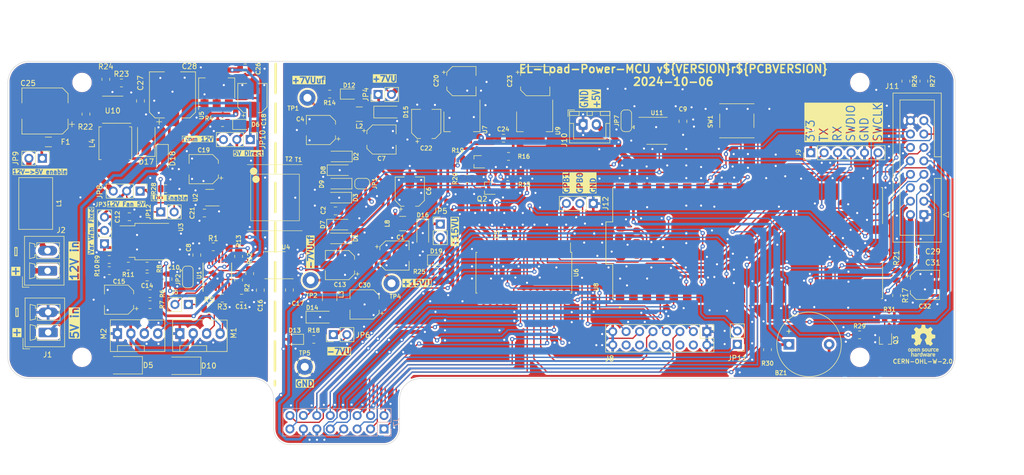
<source format=kicad_pcb>
(kicad_pcb (version 20221018) (generator pcbnew)
  (title_block (title "EL-Load-Power-MCU") (date "2024-10-06") (rev "${VERSION}r${PCBVERSION}") (comment 1 "License: ${LICENSE}") (comment 4 "AISLER Project ID: SQMIZWJI"))
  (layers (0 "F.Cu" signal) (1 "In1.Cu" power) (2 "In2.Cu" power) (31 "B.Cu" signal) (34 "B.Paste" user) (35 "F.Paste" user) (36 "B.SilkS" user "B.Silkscreen") (37 "F.SilkS" user "F.Silkscreen") (38 "B.Mask" user) (39 "F.Mask" user) (44 "Edge.Cuts" user))
  (property "LICENSE" "CERN-OHL-W-2.0")
  (property "PCBVERSION" "4")
  (property "VERSION" "4")
  (net 0 "")
  (net 1 "Net-(JP1-B)")
  (net 2 "GND")
  (net 3 "Net-(D3-K)")
  (net 4 "Net-(D1-A)")
  (net 5 "+3V3")
  (net 6 "Net-(D16-K)")
  (net 7 "GND_ISO")
  (net 8 "Net-(D15-K)")
  (net 9 "+3V3_ISO")
  (net 10 "Net-(U1-TACH1)")
  (net 11 "Net-(U1-TACH2)")
  (net 12 "Net-(D7-A)")
  (net 13 "+5V_ISO")
  (net 14 "Net-(C14-Pad1)")
  (net 15 "+5VD")
  (net 16 "Net-(D14-A)")
  (net 17 "Net-(D12-K)")
  (net 18 "+15VU")
  (net 19 "+7VU")
  (net 20 "-7VU")
  (net 21 "Net-(D1-K)")
  (net 22 "Net-(D2-A)")
  (net 23 "Net-(D13-K)")
  (net 24 "Net-(U2-CLK)")
  (net 25 "/SCLK")
  (net 26 "Net-(J1-Pin_1)")
  (net 27 "Net-(J2-Pin_1)")
  (net 28 "/MOSI")
  (net 29 "/RESET")
  (net 30 "/DC")
  (net 31 "/BLK")
  (net 32 "/MISO")
  (net 33 "/CS1")
  (net 34 "/CS2")
  (net 35 "/PEN")
  (net 36 "Net-(D6-K)")
  (net 37 "/INT")
  (net 38 "/~{RESET}")
  (net 39 "/Fan Controllers/Fan1PWR")
  (net 40 "Net-(JP3-A)")
  (net 41 "/MCU/resetProt")
  (net 42 "/MCU/OCPtriggered")
  (net 43 "/MCU/clampOff")
  (net 44 "/MCU/OVPtriggered")
  (net 45 "/MCU/EL-ADC_RDY")
  (net 46 "/MCU/EL-ADC_CS")
  (net 47 "/MCU/EL-SPI_TX")
  (net 48 "/MCU/EL-SPI_SCK")
  (net 49 "/MCU/EL-ADC_CLK")
  (net 50 "/MCU/EL-SPI_RX")
  (net 51 "/MCU/EL-DAC1_CS")
  (net 52 "/MCU/currRangeLow")
  (net 53 "/MCU/EL-DAC2_CS")
  (net 54 "/MCU/~{Von}")
  (net 55 "/MCU/TX")
  (net 56 "/MCU/RX")
  (net 57 "Net-(J9-Pin_4)")
  (net 58 "Net-(J9-Pin_6)")
  (net 59 "Net-(JP2-C)")
  (net 60 "/Fan Controllers/Fan1Tacho")
  (net 61 "Net-(JP7-C)")
  (net 62 "/Fan Controllers/Fan1PWM")
  (net 63 "/Fan Controllers/Fan2Tacho")
  (net 64 "Net-(U3-FB)")
  (net 65 "Net-(U1-~{SHDN})")
  (net 67 "/Fan Controllers/SDA_ISO")
  (net 68 "/Fan Controllers/SCL_ISO")
  (net 69 "Net-(U6-INTA)")
  (net 70 "Net-(U8-~{RUN})")
  (net 71 "Net-(T1-N1-A)")
  (net 72 "Net-(T1-N2-B)")
  (net 73 "Net-(JP12-A)")
  (net 77 "Net-(J12-Pin_2)")
  (net 78 "Net-(J12-Pin_3)")
  (net 79 "/MCU/VoltSenseClear")
  (net 80 "Net-(Q1-D)")
  (net 81 "Net-(Q2-D)")
  (net 82 "/MCU/HWIO_SDA")
  (net 90 "/MCU/HWIO_SCL")
  (net 91 "/MCU/HWGPIO_INT")
  (net 98 "unconnected-(U8-USB_SHIELD-PadA)")
  (net 99 "/MCU/voltRangeLow")
  (net 100 "/MCU/VoltSenseSet")
  (net 101 "/MCU/~{VonLatch}")
  (net 102 "/MCU/HWProtEnable")
  (net 103 "/MCU/senseError")
  (net 104 "Net-(J5-Pin_2)")
  (net 105 "Net-(J5-Pin_1)")
  (net 106 "+V_FANS")
  (net 107 "Net-(D9-K)")
  (net 108 "Net-(U10-Vin)")
  (net 109 "Net-(U10-TC)")
  (net 110 "/Standalone Power/5Vout")
  (net 111 "Net-(D17-K)")
  (net 112 "+12V_ISO")
  (net 113 "/Standalone Power/12Vin")
  (net 114 "Net-(J2-Pin_2)")
  (net 115 "Net-(U10-DC)")
  (net 116 "Net-(U10-Vfb)")
  (net 117 "Net-(D19-K)")
  (net 118 "/_KEYS_SDA")
  (net 119 "/_KEYS_SCL")
  (net 120 "/_reversePolarity")
  (net 121 "/MCU/reversePolarity")
  (net 122 "Net-(BZ1-+)")
  (net 123 "Net-(Q3-G)")
  (net 124 "/MCU/Buzzer")
  (footprint "Capacitor_SMD:C_0805_2012Metric" (layer "F.Cu") (at 54.75 66.728427 90)
    (fp_text reference "C10")
    (fp_text value "100n")
  )
  (footprint "Resistor_SMD:R_0805_2012Metric" (layer "F.Cu") (at 43 28.928427 90)
    (fp_text reference "R24")
    (fp_text value "3k3")
  )
  (footprint "Inductor_SMD:L_Bourns_SRN6045TA" (layer "F.Cu") (at 44.8 41.028427 -90)
    (fp_text reference "L4")
    (fp_text value "100u / 300mA")
  )
  (footprint "Capacitor_SMD:CP_Elec_5x5.8" (layer "F.Cu") (at 100.45 50.178427 90)
    (fp_text reference "C6")
    (fp_text value "10u")
  )
  (footprint "Resistor_SMD:R_0805_2012Metric" (layer "F.Cu") (at 168.05 80.078427 -90)
    (fp_text reference "R30")
    (fp_text value "1k")
  )
  (footprint "Resistor_SMD:R_0805_2012Metric" (layer "F.Cu") (at 197.6 29.278427 -90)
    (fp_text reference "R27")
    (fp_text value "3k")
  )
  (footprint "Connector_PinHeader_2.54mm:PinHeader_1x03_P2.54mm_Vertical" (layer "F.Cu") (at 70.29998 40.32845 -90)
    (fp_text reference "JP10")
    (fp_text value "Select 5V source")
  )
  (footprint "Capacitor_SMD:CP_Elec_5x5.8" (layer "F.Cu") (at 103.55 37.378427 90)
    (fp_text reference "C22")
    (fp_text value "10u")
  )
  (footprint "Diode_SMD:D_SOD-123" (layer "F.Cu") (at 87.1 59.028427 180)
    (fp_text reference "D1")
    (fp_text value "MBR0530")
  )
  (footprint "Capacitor_SMD:C_0805_2012Metric" (layer "F.Cu") (at 68.65 70.328427)
    (fp_text reference "C11")
    (fp_text value "100n")
  )
  (footprint "Diode_SMD:D_SOD-123" (layer "F.Cu") (at 87.2 43.528427 180)
    (fp_text reference "D2")
    (fp_text value "MBR0530")
  )
  (footprint "Capacitor_SMD:CP_Elec_5x5.8" (layer "F.Cu") (at 45.5 70.628427 180)
    (fp_text reference "C15")
    (fp_text value "10u")
  )
  (footprint "Capacitor_SMD:C_0805_2012Metric" (layer "F.Cu") (at 69.35 26.778427 180)
    (fp_text reference "C26")
    (fp_text value "10u")
  )
  (footprint "Capacitor_SMD:CP_Elec_8x10.5" (layer "F.Cu") (at 55.6 31.878427 90)
    (fp_text reference "C28")
    (fp_text value "100u")
  )
  (footprint "Connector_PinHeader_2.54mm:PinHeader_1x03_P2.54mm_Vertical" (layer "F.Cu") (at 49.47998 50.078427 -90)
    (fp_text reference "JP8")
    (fp_text value "Select Fan Voltage")
  )
  (footprint "Resistor_SMD:R_0805_2012Metric" (layer "F.Cu") (at 45.95 29.628427 180)
    (fp_text reference "R23")
    (fp_text value "10k")
  )
  (footprint "TestPoint:TestPoint_Loop_D2.54mm_Drill1.5mm_Beaded" (layer "F.Cu") (at 96.99998 67.52845)
    (fp_text reference "TP4")
    (fp_text value "TestPoint_Probe")
  )
  (footprint "Package_TO_SOT_SMD:TO-252-5_TabPin6" (layer "F.Cu") (at 51.8 59.638427)
    (fp_text reference "U3")
    (fp_text value "BD00FC0WFP-E2")
  )
  (footprint "Capacitor_SMD:C_0805_2012Metric" (layer "F.Cu") (at 47.45 54.928427)
    (fp_text reference "C12")
    (fp_text value "2.2u")
  )
  (footprint "Capacitor_SMD:CP_Elec_5x5.8" (layer "F.Cu") (at 70.7 32.478427 90)
    (fp_text reference "C18")
    (fp_text value "10u")
  )
  (footprint "Jumper:SolderJumper-3_P1.3mm_Bridged2Bar12_RoundedPad1.0x1.5mm" (layer "F.Cu") (at 141.365 36.77845 90)
    (fp_text reference "JP7")
    (fp_text value "Jumper_3_Bridged12")
  )
  (footprint "Pico:MODULE_SC0915" (layer "F.Cu") (at 164.29998 59.918427 90)
    (fp_text reference "U8")
    (fp_text value "SC0915")
  )
  (footprint "Fuse:Fuse_1206_3216Metric" (layer "F.Cu") (at 32.15 40.778427)
    (fp_text reference "F1")
    (fp_text value "1A")
  )
  (footprint "Capacitor_SMD:CP_Elec_5x5.8" (layer "F.Cu") (at 97.55 62.278427)
    (fp_text reference "C1")
    (fp_text value "10u")
  )
  (footprint "Capacitor_SMD:C_0805_2012Metric" (layer "F.Cu") (at 118.15 40.078427)
    (fp_text reference "C24")
    (fp_text value "10u")
  )
  (footprint "Capacitor_SMD:CP_Elec_5x5.8" (layer "F.Cu") (at 87.25 64.078427 180)
    (fp_text reference "C13")
    (fp_text value "10u")
  )
  (footprint "Resistor_SMD:R_0805_2012Metric" (layer "F.Cu") (at 65 70.328427 180)
    (fp_text reference "R3")
    (fp_text value "10")
  )
  (footprint "Diode_SMD:D_MiniMELF" (layer "F.Cu") (at 53.7 43.928427 -90)
    (fp_text reference "D18")
    (fp_text value "BZV55B5V6")
  )
  (footprint "Package_SO:SOIC-28W_7.5x17.9mm_P1.27mm" (layer "F.Cu") (at 121.99998 65.52845 -90)
    (fp_text reference "U6")
    (fp_text value "MCP23017_SO")
  )
  (footprint "Capacitor_SMD:C_0805_2012Metric" (layer "F.Cu") (at 152.065 36.87845 -90)
    (fp_text reference "C9")
    (fp_text value "100n")
  )
  (footprint "Connector:FanPinHeader_1x04_P2.54mm_Vertical" (layer "F.Cu") (at 56.98 77.028427)
    (fp_text reference "M1")
    (fp_text value "Fan_4pin")
  )
  (footprint "Package_TO_SOT_SMD:SOT-323_SC-70" (layer "F.Cu") (at 115.29998 49.52845 180)
    (fp_text reference "Q2")
    (fp_text value "BSS138W")
  )
  (footprint "Capacitor_SMD:C_0805_2012Metric" (layer "F.Cu") (at 119.29998 58.22845)
    (fp_text reference "C5")
    (fp_text value "100n")
  )
  (footprint "Resistor_SMD:R_0805_2012Metric" (layer "F.Cu") (at 105.48748 65.32845)
    (fp_text reference "R25")
    (fp_text value "20k")
  )
  (footprint "Resistor_SMD:R_0805_2012Metric" (layer "F.Cu") (at 50.8 64.278427 180)
    (fp_text reference "R8")
    (fp_text value "1k")
  )
  (footprint "TestPoint:TestPoint_Loop_D2.54mm_Drill1.5mm_Beaded" (layer "F.Cu") (at 80.59998 83.32845)
    (fp_text reference "TP5")
    (fp_text value "TestPoint_Probe")
  )
  (footprint "EL-Load-Power:L_Wuerth_750316031" (layer "F.Cu") (at 75.03 51.228427)
    (fp_text reference "T2")
    (fp_text value "Wuerth_750316031")
  )
  (footprint "Diode_SMD:D_SOD-123" (layer "F.Cu") (at 87.1 51.328427 180)
    (fp_text reference "D3")
    (fp_text value "MBR0530")
  )
  (footprint "Diode_SMD:D_SOD-123" (layer "F.Cu") (at 87.2 46.128427)
    (fp_text reference "D8")
    (fp_text value "MBR0530")
  )
  (footprint "LED_SMD:LED_0805_2012Metric" (layer "F.Cu") (at 68.66248 37.478427)
    (fp_text reference "D6")
    (fp_text value "LED")
  )
  (footprint "Resistor_SMD:R_0805_2012Metric" (layer "F.Cu") (at 63.3 60.628427 180)
    (fp_text reference "R1")
    (fp_text value "4k7")
  )
  (footprint "Diode_SMD:D_SOD-123" (layer "F.Cu") (at 87.14998 48.67845 180)
    (fp_text reference "D9")
    (fp_text value "MBR0530")
  )
  (footprint "MountingHole:MountingHole_3.2mm_M3_ISO14580" (layer "F.Cu") (at 185.5 81.528427)
    (fp_text reference "H2" hide)
    (fp_text value "MountingHole")
  )
  (footprint "Capacitor_SMD:CP_Elec_5x5.8" (layer "F.Cu") (at 91.9 71.528427 180)
    (fp_text reference "C30")
    (fp_text value "10u")
  )
  (footprint "Connector_PinHeader_2.54mm:PinHeader_1x02_P2.54mm_Vertical" (layer "F.Cu") (at 58.6 71.528427 -90)
    (fp_text reference "J5")
    (fp_text value "PN sensor")
  )
  (footprint "Capacitor_SMD:CP_Elec_5x5.8" (layer "F.Cu") (at 124.15 29.278427)
    (fp_text reference "C23")
    (fp_text value "10u")
  )
  (footprint "EL-Load-Power:L_Bourns_SRF1260" (layer "F.Cu") (at 29.75 52.428427 90)
    (fp_text reference "L1")
    (fp_text value "SRF0905-202Y")
  )
  (footprint "Diode_SMD:D_SMA" (layer "F.Cu") (at 50.65 40.028427 90)
    (fp_text reference "D17")
    (fp_text value "SS14")
  )
  (footprint "Connector_Phoenix_MC:PhoenixContact_MCV_1,5_2-G-3.81_1x02_P3.81mm_Vertical" (layer "F.Cu") (at 32.09998 76.828427 90)
    (fp_text reference "J1")
    (fp_text value "Conn_01x02")
  )
  (footprint "Resistor_SMD:R_0805_2012Metric" (layer "F.Cu") (at 118.99998 48.82845 180)
    (fp_text reference "R15")
    (fp_text value "3k")
  )
  (footprint "Capacitor_SMD:CP_Elec_5x5.8" (layer "F.Cu") (at 197.8 67.828427)
    (fp_text reference "C32")
    (fp_text value "10u")
  )
  (footprint "Resistor_SMD:R_0805_2012Metric" (layer "F.Cu") (at 51.35 69.478427 180)
    (fp_text reference "R6")
    (fp_text value "10")
  )
  (footprint "Resistor_SMD:R_0805_2012Metric" (layer "F.Cu") (at 51.35 71.578427 180)
    (fp_text reference "R7")
    (fp_text value "1k")
  )
  (footprint "Button_Switch_SMD:SW_Push_1P1T_NO_6x6mm_H9.5mm" (layer "F.Cu") (at 162.25 36.778427 180)
    (fp_text reference "SW1")
    (fp_text value "Pico Reset")
  )
  (footprint "Resistor_SMD:R_0805_2012Metric" (layer "F.Cu") (at 68.1 62.428427 -90)
    (fp_text reference "R13")
    (fp_text value "3k")
  )
  (footprint "Inductor_SMD:L_1210_3225Metric" (layer "F.Cu") (at 90.9 35.528427 180)
    (fp_text reference "L2")
    (fp_text value "10u ")
  )
  (footprint "MountingHole:MountingHole_3.2mm_M3_ISO14580" (layer "F.Cu") (at 38.5 81.528427)
    (fp_text reference "H3" hide)
    (fp_text value "MountingHole")
  )
  (footprint "Resistor_SMD:R_0805_2012Metric" (layer "F.Cu") (at 54.3 49.628427 180)
    (fp_text reference "R28")
    (fp_text value "10k")
  )
  (footprint "MountingHole:MountingHole_3.2mm_M3_ISO14580" (layer "F.Cu") (at 185.5 29.528427)
    (fp_text reference "H1" hide)
    (fp_text value "MountingHole")
  )
  (footprint "Resistor_SMD:R_0805_2012Metric" (layer "F.Cu") (at 111.29998 47.72845)
    (fp_text reference "R20")
    (fp_text value "3k")
  )
  (footprint "TestPoint:TestPoint_Loop_D2.54mm_Drill1.5mm_Beaded" (layer "F.Cu") (at 81.1 32.428427)
    (fp_text reference "TP1")
    (fp_text value "TestPoint_Probe")
  )
  (footprint "Diode_SMD:D_MiniMELF" (layer "F.Cu") (at 96.3 35.128427)
    (fp_text reference "D15")
    (fp_text value "16V")
  )
  (footprint "LED_SMD:LED_0805_2012Metric" (layer "F.Cu") (at 105.47498 63.12845)
    (fp_text reference "D19")
    (fp_text value "LED")
  )
  (footprint "Connector_PinHeader_2.54mm:PinHeader_1x06_P2.54mm_Vertical" (layer "F.Cu") (at 176.21998 42.82845 90)
    (fp_text reference "J9")
    (fp_text value "SWD+UART header")
  )
  (footprint "LED_SMD:LED_0805_2012Metric" (layer "F.Cu") (at 78.69998 78.12845 180)
    (fp_text reference "D13")
    (fp_text value "LED")
  )
  (footprint "Capacitor_SMD:C_0805_2012Metric" (layer "F.Cu") (at 196.046 61.462427)
    (fp_text reference "C29")
    (fp_text value "1u")
  )
  (footprint "Connector_PinHeader_2.54mm:PinHeader_2x08_P2.54mm_Vertical" (layer "F.Cu") (at 156.575 76.65345 -90)
    (fp_text reference "J8")
    (fp_text value "PinHeader 2x08 P2.54mm")
  )
  (footprint "Inductor_SMD:L_1210_3225Metric" (layer "F.Cu") (at 99.1 56.228427 180)
    (fp_text reference "L8")
    (fp_text value "10u ")
  )
  (footprint "Diode_SMD:D_MiniMELF" (layer "F.Cu") (at 102.9 58.028427 -90)
    (fp_text reference "D16")
    (fp_text value "20V")
  )
  (footprint "Connector_JST:JST_XH_B2B-XH-A_1x02_P2.50mm_Vertical" (layer "F.Cu") (at 133.2 37.478427)
    (fp_text reference "J10")
    (fp_text value "Power for serial interface")
  )
  (footprint "Package_SO:QSOP-16_3.9x4.9mm_P0.635mm" (layer "F.Cu") (at 64.1 65.528427 90)
    (fp_text reference "U1")
    (fp_text value "MAX31760")
  )
  (footprint "Capacitor_SMD:C_0805_2012Metric" (layer "F.Cu") (at 86.4 53.828427 180)
    (fp_text reference "C2")
    (fp_text value "1u")
  )
  (footprint "Connector_PinHeader_2.54mm:PinHeader_1x02_P2.54mm_Vertical" (layer "F.Cu") (at 162.35 79.078427 180)
    (fp_text reference "JP11")
    (fp_text value "HW V3/V4")
  )
  (footprint "Resistor_SMD:R_0805_2012Metric" (layer "F.Cu") (at 82.29998 78.128427)
    (fp_text reference "R18")
    (fp_text value "10k")
  )
  (footprint "Resistor_SMD:R_0805_2012Metric" (layer "F.Cu") (at 43.65 63.028427)
    (fp_text reference "R9")
    (fp_text value "39k")
  )
  (footprint "Buzzer_Beeper:Buzzer_12x9.5RM7.6" (layer "F.Cu") (at 172.1 79.078427)
    (fp_text reference "BZ1")
    (fp_text value "Buzzer")
  )
  (footprint "Resistor_SMD:R_0805_2012Metric" (layer "F.Cu") (at 43.65 65.128427 180)
    (fp_text reference "R10")
    (fp_text value "3k3")
  )
  (footprint "Diode_SMD:D_SMA" (layer "F.Cu") (at 46.4 83.028427 180)
    (fp_text reference "D5")
    (fp_text value "SS14")
  )
  (footprint "Package_TO_SOT_SMD:SOT-223-3_TabPin2" (layer "F.Cu") (at 110.3 36.928427 -90)
    (fp_text reference "U7")
    (fp_text value "AZ1117-5.0")
  )
  (footprint "Capacitor_SMD:CP_Elec_5x5.8" (layer "F.Cu") (at 61.49998 45.92845 180)
    (fp_text reference "C19")
    (fp_text value "10u")
  )
  (footprint "Resistor_SMD:R_0805_2012Metric" (layer "F.Cu") (at 47.25 64.278427)
    (fp_text reference "R11")
    (fp_text value "3k3")
  )
  (footprint "Capacitor_SMD:C_0805_2012Metric" (layer "F.Cu") (at 61.63 54.228427)
    (fp_text reference "C21")
    (fp_text value "100n")
  )
  (footprint "Connector:FanPinHeader_1x04_P2.54mm_Vertical" (layer "F.Cu") (at 45.2 77.028427)
    (fp_text reference "M2")
    (fp_text value "Fan_4pin")
  )
  (footprint "Capacitor_SMD:C_0805_2012Metric" (layer "F.Cu") (at 196 63.628427 180)
    (fp_text reference "C31")
    (fp_text value "100n")
  )
  (footprint "Diode_SMD:D_MiniMELF" (layer "F.Cu") (at 83.5 73.928427)
    (fp_text reference "D14")
    (fp_text value "16V")
  )
  (footprint "Inductor_SMD:L_1210_3225Metric" (layer "F.Cu") (at 85.3 70.228427 90)
    (fp_text reference "L3")
    (fp_text value "10u ")
  )
  (footprint "Diode_SMD:D_SMA" (layer "F.Cu") (at 57.45 83.128427 180)
    (fp_text reference "D10")
    (fp_text value "SS14")
  )
  (footprint "Capacitor_SMD:CP_Elec_8x10.5" (layer "F.Cu") (at 31.5 34.928427 180)
    (fp_text reference "C25")
    (fp_text value "100u")
  )
  (footprint "Connector_PinHeader_2.54mm:PinHeader_1x02_P2.54mm_Vertical" (layer "F.Cu") (at 31 43.878427 -90)
    (fp_text reference "JP9")
    (fp_text value "Jumper_2_Bridged")
  )
  (footprint "Capacitor_SMD:CP_Elec_5x5.8" (layer "F.Cu") (at 83.65 38.528427 180)
    (fp_text reference "C4")
    (fp_text value "10u")
  )
  (footprint "Connector_PinHeader_2.54mm:PinHeader_1x03_P2.54mm_Vertical" (layer "F.Cu") (at 135.11998 52.42845 -90)
    (fp_text reference "J12")
    (fp_text value "Conn_01x05_Pin")
  )
  (footprint "Capacitor_SMD:C_0805_2012Metric" (layer "F.Cu") (at 60.2 62.178427 90)
    (fp_text reference "C8")
    (fp_text value "100n")
  )
  (footprint "Jumper:SolderJumper-2_P1.3mm_Bridged2Bar_RoundedPad1.0x1.5mm" (layer "F.Cu") (at 91.44998 48.67845)
    (fp_text reference "JP1")
    (fp_text value "SolderJumper_2_Bridged")
  )
  (footprint "Package_TO_SOT_SMD:SOT-23-6" (layer "F.Cu") (at 62.63 51.328427 180)
    (fp_text reference "U2")
    (fp_text value "SN6505BDBV")
  )
  (footprint "Resistor_SMD:R_0805_2012Metric" (layer "F.Cu") (at 68.1 66.9 -90)
    (fp_text reference "R2")
    (fp_text value "4k7")
  )
  (footprint "Resistor_SMD:R_0805_2012Metric" (layer "F.Cu") (at 65.06248 37.12845 180)
    (fp_text reference "R4")
    (fp_text value "10k")
  )
  (footprint "Package_SO:SOIC-8_3.9x4.9mm_P1.27mm" (layer "F.Cu") (at 44.3 34.678427 180)
    (fp_text reference "U10")
    (fp_text value "MC34063AD")
  )
  (footprint "Package_TO_SOT_SMD:SOT-223-3_TabPin2" (layer "F.Cu") (at 124.05 36.928427 -90)
    (fp_text reference "U9")
    (fp_text value "AMS1117-3.3")
  )
  (footprint "Resistor_SMD:R_0805_2012Metric" (layer "F.Cu") (at 119.09998 43.52845 180)
    (fp_text reference "R16")
    (fp_text value "3k")
  )
  (footprint "TestPoint:TestPoint_Loop_D2.54mm_Drill1.5mm_Beaded" (layer "F.Cu") (at 81.7 66.928427)
    (fp_text reference "TP2")
    (fp_text value "TestPoint_Probe")
  )
  (footprint "Connector_PinHeader_2.54mm:PinHeader_1x02_P2.54mm_Vertical" (layer "F.Cu") (at 106.2 56.328427)
    (fp_text reference "JP5")
    (fp_text value "Jumper_2_Bridged")
  )
  (footprint "Connector_Phoenix_MC:PhoenixContact_MCV_1,5_2-G-3.81_1x02_P3.81mm_Vertical" (layer "F.Cu") (at 31.9925 65.165927 90)
    (fp_text reference "J2")
    (fp_text value "Conn_01x02")
  )
  (footprint "Resistor_SMD:R_0805_2012Metric" (layer "F.Cu") (at 191.1 74.128427)
    (fp_text reference "R31")
    (fp_text value "20k")
  )
  (footprint "Connector_IDC:IDC-Header_2x08_P2.54mm_Vertical" (layer "F.Cu") (at 197.59998 54.52845 180)
    (fp_text reference "J11")
    (fp_text value "IDC-Header 2x08 P2.54mm")
  )
  (footprint "Package_TO_SOT_SMD:SOT-223-3_TabPin2" (layer "F.Cu") (at 63.95 30.578427 90)
    (fp_text reference "U5")
    (fp_text value "AMS1117-3.3")
  )
  (footprint "Capacitor_SMD:C_0805_2012Metric" (layer "F.Cu") (at 49.55 33.028427 90)
    (fp_text reference "C27")
    (fp_text value "200p")
  )
  (footprint "Resistor_SMD:R_0805_2012Metric" (layer "F.Cu") (at 185.45 77.278427)
    (fp_text reference "R29")
    (fp_text value "1k")
  )
  (footprint "Capacitor_SMD:C_0805_2012Metric" (layer "F.Cu") (at 50.8 66.328427)
    (fp_text reference "C14")
    (fp_text value "1u")
  )
  (footprint "Package_TO_SOT_SMD:SOT-323_SC-70" (layer "F.Cu") (at 113.29998 44.52845 180)
    (fp_text reference "Q1" hide)
    (fp_text value "BSS138W")
  )
  (footprint "Diode_SMD:D_SOD-123" (layer "F.Cu") (at 87.1 56.428427)
    (fp_text reference "D7")
    (fp_text value "MBR0530")
  )
  (footprint "Capacitor_SMD:CP_Elec_5x5.8" (layer "F.Cu") (at 110.2 29.278427)
    (fp_text reference "C20")
    (fp_text value "10u")
  )
  (footprint "Resistor_SMD:R_0805_2012Metric" (layer "F.Cu") (at 70.2 65.7 90)
    (fp_text reference "R12")
    (fp_text value "3k")
  )
  (footprint "Connector_PinHeader_2.54mm:PinHeader_1x03_P2.54mm_Vertical" (layer "F.Cu") (at 42.75 60.068427 180)
    (fp_text reference "JP3")
    (fp_text value "Fan Volt/PWM")
  )
  (footprint "EL-Load-Power:L_Wuerth_750315371" (layer "F.Cu") (at 74.97998 51.28845)
    (fp_text reference "T1")
    (fp_text value "Wuerth_750315371")
  )
  (footprint "Resistor_SMD:R_0805_2012Metric" (layer "F.Cu") (at 192.45 66.028427 -90)
    (fp_text reference "R21")
    (fp_text value "10k")
  )
  (footprint "Connector_PinHeader_2.54mm:PinHeader_1x02_P2.54mm_Vertical" (layer "F.Cu") (at 85.99998 77.22845 90)
    (fp_text reference "JP6")
    (fp_text value "Jumper_2_Bridged")
  )
  (footprint "Connector_PinHeader_2.54mm:PinHeader_1x02_P2.54mm_Vertical" (layer "F.Cu") (at 53.375 54.028427 90)
    (fp_text reference "JP12")
    (fp_text value "LDO En")
  )
  (footprint "Symbol:OSHW-Logo_5.7x6mm_SilkScreen" (layer "F.Cu") (at 197.5 78.378427)
    (fp_text reference "PCB1" hide)
    (fp_text value "Logo_Open_Hardware_Small" hide)
  )
  (footprint "Resistor_SMD:R_0805_2012Metric" (layer "F.Cu") (at 39.25 35.528427 -90)
    (fp_text reference "R22")
    (fp_text value "0.3")
  )
  (footprint "Package_SO:SOIC-8_3.9x4.9mm_P1.27mm" (layer "F.Cu") (at 147.165 38.67845)
    (fp_text reference "U11")
    (fp_text value "24C64")
  )
  (footprint "Resistor_SMD:R_0805_2012Metric" (layer "F.Cu") (at 62.5 72.328427)
    (fp_text reference "R5")
    (fp_text value "1k")
  )
  (footprint "Package_SO:SOIC-8_3.9x4.9mm_P1.27mm" (layer "F.Cu") (at 74.975 64.105 180)
    (fp_text reference "U4")
    (fp_text value "Si8602AB")
  )
  (footprint "Capacitor_SMD:C_0805_2012Metric" (layer "F.Cu") (at 72.2 68.828427 90)
    (fp_text reference "C16")
    (fp_text value "100n")
  )
  (footprint "kibuzzard-66FFF99B" (layer "F.Cu") (at 132.52 48.528427 90)
    (fp_text reference "kibuzzard-66FFF99B" hide)
    (fp_text value "G***" hide)
  )
  (footprint "Resistor_SMD:R_0805_2012Metric" (layer "F.Cu") (at 85.3 31.728427 180)
    (fp_text reference "R14")
    (fp_text value "10k")
  )
  (footprint "Resistor_SMD:R_0805_2012Metric" (layer "F.Cu") (at 194.2 29.278427 -90)
    (fp_text reference "R26")
    (fp_text value "3k")
  )
  (footprint "Package_TO_SOT_SMD:SOT-323_SC-70" (layer "F.Cu") (at 190.35 78.328427 -90)
    (fp_text reference "Q3")
    (fp_text value "BSS138W")
  )
  (footprint "Capacitor_SMD:CP_Elec_5x5.8" (layer "F.Cu") (at 95.1 40.328427)
    (fp_text reference "C7")
    (fp_text value "10u")
  )
  (footprint "Resistor_SMD:R_0805_2012Metric" (layer "F.Cu") (at 109.49998 44.02845)
    (fp_text reference "R19")
    (fp_text value "3k")
  )
  (footprint "Capacitor_SMD:C_0805_2012Metric" (layer "F.Cu") (at 77.7 68.8 90)
    (fp_text reference "C17")
    (fp_text value "100n")
  )
  (footprint "Jumper:SolderJumper-3_P1.3mm_Bridged2Bar12_RoundedPad1.0x1.5mm" (layer "F.Cu") (at 58.5 66.328427 -90)
    (fp_text reference "JP2")
    (fp_text value "I2C Address")
  )
  (footprint "MountingHole:MountingHole_3.2mm_M3_ISO14580" (layer "F.Cu") (at 38.5 29.528427)
    (fp_text reference "H4" hide)
    (fp_text value "MountingHole")
  )
  (footprint "LED_SMD:LED_0805_2012Metric" (layer "F.Cu") (at 89 31.728427)
    (fp_text reference "D12")
    (fp_text value "LED")
  )
  (footprint "Connector_PinHeader_2.54mm:PinHeader_1x02_P2.54mm_Vertical" (layer "F.Cu") (at 94.45 31.803427 90)
    (fp_text reference "JP4")
    (fp_text value "Jumper_2_Bridged")
  )
  (footprint "Resistor_SMD:R_0805_2012Metric" (layer "F.Cu") (at 192.45 69.828427 -90)
    (fp_text reference "R17")
    (fp_text value "20k")
  )
  (footprint "Connector_PinHeader_2.54mm:PinHeader_2x08_P2.54mm_Vertical" (layer "B.Cu") (at 95.575 95.078427 90)
    (fp_text reference "J7")
    (fp_text value "PinHeader 2x08 P2.54mm")
  )
  (gr_line (start 75.09998 26.02845) (end 74.95 86.82845) (stroke (width 0.5) (type dash)) (layer "F.SilkS"))
  (gr_line locked (start 74.75 95.028427) (end 74.75 89.528427) (stroke (width 0.1)) (layer "Edge.Cuts"))
  (gr_arc (start 24.5 29.528427) (mid 25.671569 26.699996) (end 28.5 25.528427) (stroke (width 0.1)) (layer "Edge.Cuts"))
  (gr_arc locked (start 98.5 95.028427) (mid 97.621311 97.14973) (end 95.5 98.028427) (stroke (width 0.1)) (layer "Edge.Cuts"))
  (gr_arc locked (start 98.5 89.528427) (mid 99.671563 86.699982) (end 102.5 85.528427) (stroke (width 0.1)) (layer "Edge.Cuts"))
  (gr_arc (start 203.5 81.528427) (mid 202.328418 84.356837) (end 199.5 85.528427) (stroke (width 0.1)) (layer "Edge.Cuts"))
  (gr_arc locked (start 77.75 98.028427) (mid 75.62867 97.149749) (end 74.75 95.028427) (stroke (width 0.1)) (layer "Edge.Cuts"))
  (gr_line (start 28.5 85.528427) (end 70.75 85.528427) (stroke (width 0.1)) (layer "Edge.Cuts"))
  (gr_line (start 24.5 81.528427) (end 24.5 29.528427) (stroke (width 0.1)) (layer "Edge.Cuts"))
  (gr_arc locked (start 70.75 85.528427) (mid 73.578418 86.700002) (end 74.75 89.528427) (stroke (width 0.1)) (layer "Edge.Cuts"))
  (gr_line (start 203.5 29.528427) (end 203.49998 34.52845) (stroke (width 0.1)) (layer "Edge.Cuts"))
  (gr_line (start 102.5 85.528427) (end 199.5 85.528427) (stroke (width 0.1)) (layer "Edge.Cuts"))
  (gr_line (start 203.49998 76.52845) (end 203.5 81.528427) (stroke (width 0.1)) (layer "Edge.Cuts"))
  (gr_arc (start 28.5 85.528427) (mid 25.671568 84.35686) (end 24.5 81.528427) (stroke (width 0.1)) (layer "Edge.Cuts"))
  (gr_line locked (start 98.5 95.028427) (end 98.5 89.528427) (stroke (width 0.1)) (layer "Edge.Cuts"))
  (gr_arc (start 199.5 25.528427) (mid 202.328418 26.700002) (end 203.5 29.528427) (stroke (width 0.1)) (layer "Edge.Cuts"))
  (gr_line locked (start 77.75 98.028427) (end 95.5 98.028427) (stroke (width 0.1)) (layer "Edge.Cuts"))
  (gr_line (start 28.5 25.528427) (end 199.5 25.528427) (stroke (width 0.1)) (layer "Edge.Cuts"))
  (gr_line (start 203.49998 34.52845) (end 203.49998 76.52845) (stroke (width 0.1)) (layer "Edge.Cuts"))
  (gr_text "From 12V" (at 60.29998 40.72845) (layer "F.SilkS" knockout) (effects (font (size 0.8 0.8) (thickness 0.2) bold) (justify bottom)))
  (gr_text "12V Fan 5V" (at 43.2 53.028427) (layer "F.SilkS" knockout) (effects (font (size 0.8 0.8) (thickness 0.2) bold) (justify left bottom)))
  (gr_text "${LICENSE}" (at 191.65 82.778427) (layer "F.SilkS") (effects (font (size 0.8 0.8)) (justify left bottom)))
  (gr_text "-7VU" (at 87.09998 80.42845) (layer "F.SilkS" knockout) (effects (font (size 1.1 1.1) (thickness 0.25) bold)))
  (gr_text "-" (at 26.09998 73.028427 90) (layer "F.SilkS" knockout) (effects (font (size 1.5 1.5) (thickness 0.25) bold)))
  (gr_text "${TITLE} v${REVISION}\n${ISSUE_DATE}" (at 150.25 28.178427) (layer "F.SilkS") (effects (font (size 1.5 1.5) (thickness 0.3) bold)))
  (gr_text "-" (at 25.9 61.528427 90) (layer "F.SilkS" knockout) (effects (font (size 1.5 1.5) (thickness 0.25) bold)))
  (gr_text "+" (at 24.9 66.028427) (layer "F.SilkS" knockout) (effects (font (size 1.5 1.5) (thickness 0.25) bold) (justify left bottom)))
  (gr_text "GND\n+5V" (at 136.5 34.478427 90) (layer "F.SilkS" knockout) (effects (font (size 1.4 1.1) (thickness 0.22) bold) (justify left bottom)))
  (gr_text "+7VU" (at 95.69998 28.82845) (layer "F.SilkS" knockout) (effects (font (size 1.1 1.1) (thickness 0.25) bold)))
  (gr_text "12V->5V enable" (at 25.3 46.928427) (layer "F.SilkS" knockout) (effects (font (size 0.8 0.8) (thickness 0.2) bold) (justify left bottom)))
  (gr_text "+15VU" (at 101.79998 67.52845) (layer "F.SilkS" knockout) (effects (font (size 1.1 1.1) (thickness 0.25) bold)))
  (gr_text "+7VUuf" (at 81.29998 29.12845) (layer "F.SilkS" knockout) (effects (font (size 1.1 1.1) (thickness 0.25) bold)))
  (gr_text "GND" (at 80.59998 86.52845) (layer "F.SilkS" knockout) (effects (font (size 1.1 1.1) (thickness 0.25) bold)))
  (gr_text "-7VUuf" (at 81.7 61.678427 90) (layer "F.SilkS" knockout) (effects (font (size 1.1 1.1) (thickness 0.25) bold)))
  (gr_text "Var Vfan Fixed" (at 40.7 62.078427 90) (layer "F.SilkS" knockout) (effects (font (size 0.8 0.8) (thickness 0.2) bold) (justify left bottom)))
  (gr_text "+" (at 25.1 77.628427) (layer "F.SilkS" knockout) (effects (font (size 1.5 1.5) (thickness 0.25) bold) (justify left bottom)))
  (gr_text "3V3\nTX\nRX\nSWDIO\nGND\nSWCLK" (at 189.79998 40.82845 90) (layer "F.SilkS" knockout) (effects (font (size 1.58 1.5) (thickness 0.2) bold) (justify left bottom)))
  (gr_text "5V in\n" (at 38 78.178427 90) (layer "F.SilkS" knockout) (effects (font (size 1.5 1.5) (thickness 0.3) bold) (justify left bottom)))
  (gr_text "12V in\n" (at 37.95 67.128427 90) (layer "F.SilkS" knockout) (effects (font (size 1.5 1.5) (thickness 0.3) bold) (justify left bottom)))
  (gr_text "+15VU" (at 108.99998 57.72845 90) (layer "F.SilkS" knockout) (effects (font (size 1.1 1.1) (thickness 0.25) bold)))
  (gr_text "LDO Enable" (at 51.4 51.878427) (layer "F.SilkS" knockout) (effects (font (size 0.8 0.8) (thickness 0.2) bold) (justify left bottom)))
  (gr_text "5V Direct" (at 69.89998 43.42845) (layer "F.SilkS" knockout) (effects (font (size 0.8 0.8) (thickness 0.2) bold) (justify bottom)))
  (segment (start 94.1 64.128427) (end 96.99998 67.028407) (width 0.508) (layer "F.Cu") (net 1))
  (segment (start 97.69998 53.82845) (end 97.69998 56.228407) (width 0.508) (layer "F.Cu") (net 1))
  (segment (start 97.69998 56.228407) (end 97.7 56.228427) (width 0.508) (layer "F.Cu") (net 1))
  (segment (start 92.09998 50.92845) (end 92.09998 48.67845) (width 0.508) (layer "F.Cu") (net 1))
  (segment (start 93.24998 52.07845) (end 92.09998 50.92845) (width 0.508) (layer "F.Cu") (net 1))
  (segment (start 97.7 56.228427) (end 94.1 59.828427) (width 0.508) (layer "F.Cu") (net 1))
  (segment (start 94.1 59.828427) (end 94.1 61.728427) (width 0.508) (layer "F.Cu") (net 1))
  (segment (start 94.1 61.728427) (end 94.1 64.128427) (width 0.508) (layer "F.Cu") (net 1))
  (segment (start 96.99998 67.028407) (end 96.99998 67.52845) (width 0.508) (layer "F.Cu") (net 1))
  (via (at 93.24998 52.07845) (size 0.8) (drill 0.4) (layers "F.Cu" "B.Cu") (net 1))
  (via (at 97.69998 53.82845) (size 0.8) (drill 0.4) (layers "F.Cu" "B.Cu") (net 1))
  (segment (start 145.24998 50.228427) (end 145.24998 47.67845) (width 0.508) (layer "F.Cu") (net 2))
  (segment (start 170.69998 69.558427) (end 170.64998 69.608427) (width 1) (layer "F.Cu") (net 2))
  (segment (start 170.64998 48.02845) (end 171.39998 47.27845) (width 0.508) (layer "F.Cu") (net 2))
  (segment (start 170.64998 52.57845) (end 170.64998 50.228427) (width 0.508) (layer "F.Cu") (net 2))
  (segment (start 183.29998 72.12845) (end 183.29998 69.658427) (width 1) (layer "F.Cu") (net 2))
  (segment (start 170.64998 50.228427) (end 170.64998 48.02845) (width 0.508) (layer "F.Cu") (net 2))
  (segment (start 183.29998 52.578407) (end 183.29998 50.278427) (width 0.508) (layer "F.Cu") (net 2))
  (segment (start 188.989957 59.92845) (end 188.99998 59.918427) (width 1) (layer "F.Cu") (net 2))
  (segment (start 118.82498 60.87845) (end 118.82498 63.60345) (width 0.254) (layer "F.Cu") (net 2))
  (segment (start 183.34998 50.228427) (end 183.34998 47.47845) (width 0.508) (layer "F.Cu") (net 2))
  (segment (start 147.065023 38.04345) (end 149.64 38.04345) (width 0.508) (layer "F.Cu") (net 2))
  (segment (start 145.24998 69.608427) (end 145.24998 66.67845) (width 0.508) (layer "F.Cu") (net 2))
  (segment (start 149.64 38.04345) (end 151.85 38.04345) (width 0.508) (layer "F.Cu") (net 2))
  (segment (start 81.760023 51.28845) (end 81.8 51.328427) (width 0.508) (layer "F.Cu") (net 2))
  (segment (start 112.6 33.778427) (end 112.6 29.478427) (width 1) (layer "F.Cu") (net 2))
  (segment (start 145.24998 66.67845) (end 145.29998 66.62845) (width 0.508) (layer "F.Cu") (net 2))
  (segment (start 157.94998 50.228427) (end 157.94998 48.97845) (width 0.508) (layer "F.Cu") (net 2))
  (segment (start 157.94998 69.608427) (end 157.94998 66.37845) (width 0.508) (layer "F.Cu") (net 2))
  (segment (start 183.34998 67.22845) (end 183.34998 69.608427) (width 1) (layer "F.Cu") (net 2))
  (segment (start 183.29998 50.278427) (end 183.34998 50.228427) (width 0.508) (layer "F.Cu") (net 2))
  (segment (start 112.6 29.478427) (end 112.4 29.278427) (width 1) (layer "F.Cu") (net 2))
  (segment (start 118.82498 58.70345) (end 118.34998 58.22845) (width 0.254) (layer "F.Cu") (net 2))
  (segment (start 145.24998 47.67845) (end 145.29998 47.62845) (width 0.508) (layer "F.Cu") (net 2))
  (segment (start 157.94998 66.37845) (end 157.99998 66.32845) (width 0.508) (layer "F.Cu") (net 2))
  (segment (start 145.24998 50.228427) (end 145.24998 53.07845) (width 0.508) (layer "F.Cu") (net 2))
  (segment (start 145.24998 53.07845) (end 145.29998 53.12845) (width 0.508) (layer "F.Cu") (net 2))
  (segment (start 157.94998 69.608427) (end 157.94998 71.77845) (width 0.508) (layer "F.Cu") (net 2))
  (segment (start 186.49998 59.92845) (end 188.989957 59.92845) (width 1) (layer "F.Cu") (net 2))
  (segment (start 157.94998 50.228427) (end 157.94998 52.97845) (width 0.508) (layer "F.Cu") (net 2))
  (segment (start 147 37.978427) (end 147.065023 38.04345) (width 0.508) (layer "F.Cu") (net 2))
  (segment (start 157.94998 48.97845) (end 159.39998 47.52845) (width 0.508) (layer "F.Cu") (net 2))
  (segment (start 170.19998 53.02845) (end 170.64998 52.57845) (width 0.508) (layer "F.Cu") (net 2))
  (segment (start 170.59998 72.22845) (end 170.59998 69.658427) (width 1) (layer "F.Cu") (net 2))
  (segment (start 151.85 38.04345) (end 152.065 37.82845) (width 0.508) (layer "F.Cu") (net 2))
  (segment (start 80.59998 51.28845) (end 81.760023 51.28845) (width 0.508) (layer "F.Cu") (net 2))
  (segment (start 170.59998 69.658427) (end 170.64998 69.608427) (width 1) (layer "F.Cu") (net 2))
  (segment (start 183.3 52.578427) (end 183.29998 52.578407) (width 0.508) (layer "F.Cu") (net 2))
  (segment (start 126.35 29.428427) (end 126.35 33.778427) (width 1) (layer "F.Cu") (net 2))
  (segment (start 118.82498 60.87845) (end 118.82498 58.70345) (width 0.254) (layer "F.Cu") (net 2))
  (segment (start 157.94998 71.77845) (end 157.09998 72.62845) (width 0.508) (layer "F.Cu") (net 2))
  (segment (start 118.82498 63.60345) (end 118.09998 64.32845) (width 0.254) (layer "F.Cu") (net 2))
  (segment (start 170.69998 66.82845) (end 170.69998 69.558427) (width 1) (layer "F.Cu") (net 2))
  (segment (start 183.29998 69.658427) (end 183.34998 69.608427) (width 1) (layer "F.Cu") (net 2))
  (segment (start 81.8 51.328427) (end 85.45 51.328427) (width 0.508) (layer "F.Cu") (net 2))
  (segment (start 157.94998 52.97845) (end 157.99998 53.02845) (width 0.508) (layer "F.Cu") (net 2))
  (via (at 141.3 55.428427) (size 0.8) (drill 0.4) (layers "F.Cu" "B.Cu") (net 2))
  (via (at 111.3 31.078427) (size 0.8) (drill 0.4) (layers "F.Cu" "B.Cu") (net 2))
  (via (at 88.2 62.228427) (size 0.8) (drill 0.4) (layers "F.Cu" "B.Cu") (net 2))
  (via (at 80.25 63.528427) (size 0.8) (drill 0.4) (layers "F.Cu" "B.Cu") (net 2))
  (via (at 165.25 72.028427) (size 0.8) (drill 0.4) (layers "F.Cu" "B.Cu") (net 2))
  (via (at 196.95 65.778427) (size 0.8) (drill 0.4) (layers "F.Cu" "B.Cu") (net 2))
  (via (at 94.59998 69.52845) (size 0.8) (drill 0.4) (layers "F.Cu" "B.Cu") (net 2))
  (via (at 137.99998 64.52845) (size 0.8) (drill 0.4) (layers "F.Cu" "B.Cu") (net 2))
  (via (at 121.8 54.228427) (size 0.8) (drill 0.4) (layers "F.Cu" "B.Cu") (net 2))
  (via (at 105.2 33.778427) (size 0.8) (drill 0.4) (layers "F.Cu" "B.Cu") (net 2))
  (via (at 141.69998 74.82845) (size 0.8) (drill 0.4) (layers "F.Cu" "B.Cu") (net 2))
  (via (at 174.15 71.978427) (size 0.8) (drill 0.4) (layers "F.Cu" "B.Cu") (net 2))
  (via (at 87.82648 90.52845) (size 0.8) (drill 0.4) (layers "F.Cu" "B.Cu") (net 2))
  (via (at 96.59998 80.52845) (size 0.8) (drill 0.4) (layers "F.Cu" "B.Cu") (net 2))
  (via (at 156.35 34.528427) (size 0.8) (drill 0.4) (layers "F.Cu" "B.Cu") (net 2))
  (via (at 136.79998 77.12845) (size 0.8) (drill 0.4) (layers "F.Cu" "B.Cu") (net 2))
  (via (at 121.39998 47.62845) (size 0.8) (drill 0.4) (layers "F.Cu" "B.Cu") (net 2))
  (via (at 84.07498 47.37845) (size 0.8) (drill 0.4) (layers "F.Cu" "B.Cu") (net 2))
  (via (at 138.59998 61.52845) (size 0.8) (drill 0.4) (layers "F.Cu" "B.Cu") (net 2))
  (via (at 82.49998 52.82845) (size 0.8) (drill 0.4) (layers "F.Cu" "B.Cu") (net 2))
  (via (at 81.5 36.478427) (size 0.8) (drill 0.4) (layers "F.Cu" "B.Cu") (net 2))
  (via (at 107.54998 52.62845) (size 0.8) (drill 0.4) (layers "F.Cu" "B.Cu") (net 2))
  (via (at 90.2 66.528427) (size 0.8) (drill 0.4) (layers "F.Cu" "B.Cu") (net 2))
  (via (at 188.19998 73.878427) (size 0.8) (drill 0.4) (layers "F.Cu" "B.Cu") (net 2))
  (via (at 148.69998 42.12845) (size 0.8) (drill 0.4) (layers "F.Cu" "B.Cu") (net 2))
  (via (at 98.05 36.828427) (size 0.8) (drill 0.4) (layers "F.Cu" "B.Cu") (net 2))
  (via (at 192.5 59.078427) (size 0.8) (drill 0.4) (layers "F.Cu" "B.Cu") (net 2))
  (via (at 141.39998 64.32845) (size 0.8) (drill 0.4) (layers "F.Cu" "B.Cu") (net 2))
  (via (at 103.29998 76.72845) (size 0.8) (drill 0.4) (layers "F.Cu" "B.Cu") (net 2))
  (via (at 152.7 59.928427) (size 0.8) (drill 0.4) (layers "F.Cu" "B.Cu") (net 2))
  (via (at 118.29998 56.42845) (size 0.8) (drill 0.4) (layers "F.Cu" "B.Cu") (net 2))
  (via (at 153.99998 36.52845) (size 0.8) (drill 0.4) (layers "F.Cu" "B.Cu") (net 2))
  (via (at 140.6 45.228427) (size 0.8) (drill 0.4) (layers "F.Cu" "B.Cu") (net 2))
  (via (at 90.89998 55.22845) (size 0.8) (drill 0.4) (layers "F.Cu" "B.Cu") (net 2))
  (via (at 124.85 64.328427) (size 0.8) (drill 0.4) (layers "F.Cu" "B.Cu") (net 2))
  (via (at 188.4 77.328427) (size 0.8) (drill 0.4) (layers "F.Cu" "B.Cu") (net 2))
  (via (at 105.29998 72.92845) (size 0.8) (drill 0.4) (layers "F.Cu" "B.Cu") (net 2))
  (via (at 120.99998 64.32845) (size 0.8) (drill 0.4) (layers "F.Cu" "B.Cu") (net 2))
  (via (at 78.79998 51.328427) (size 0.8) (drill 0.4) (layers "F.Cu" "B.Cu") (net 2))
  (via (at 186.85 55.528427) (size 0.8) (drill 0.4) (layers "F.Cu" "B.Cu") (net 2))
  (via (at 164.35 43.078427) (size 0.8) (drill 0.4) (layers "F.Cu" "B.Cu") (net 2))
  (via (at 89.436266 90.464736) (size 0.8) (drill 0.4) (layers "F.Cu" "B.Cu") (net 2))
  (via (at 107.09998 76.42845) (size 0.8) (drill 0.4) (layers "F.Cu" "B.Cu") (net 2))
  (via (at 92.59998 79.82845) (size 0.8) (drill 0.4) (layers "F.Cu" "B.Cu") (net 2))
  (via (at 97.09998 58.92845) (size 0.8) (drill 0.4) (layers "F.Cu" "B.Cu") (net 2))
  (via (at 87.1 51.328427) (size 0.8) (drill 0.4) (layers "F.Cu" "B.Cu") (net 2))
  (via (at 105.09998 67.32845) (size 0.8) (drill 0.4) (layers "F.Cu" "B.Cu") (net 2))
  (via (at 81.5 40.478427) (size 0.8) (drill 0.4) (layers "F.Cu" "B.Cu") (net 2))
  (via (at 164.15 62.628427) (size 0.8) (drill 0.4) (layers "F.Cu" "B.Cu") (net 2))
  (via (at 193.65 42.928427) (size 0.8) (drill 0.4) (layers "F.Cu" "B.Cu") (net 2))
  (via (at 183.15 63.228427) (size 0.8) (drill 0.4) (layers "F.Cu" "B.Cu") (net 2))
  (via (at 152.1 39.428427) (size 0.8) (drill 0.4) (layers "F.Cu" "B.Cu") (net 2))
  (via (at 91.49998 78.62845) (size 0.8) (drill 0.4) (layers "F.Cu" "B.Cu") (net 2))
  (via (at 186.95 45.828427) (size 0.8) (drill 0.4) (layers "F.Cu" "B.Cu") (net 2))
  (via (at 124.99998 66.42845) (size 0.8) (drill 0.4) (layers "F.Cu" "B.Cu") (net 2))
  (via (at 131.85 69.378427) (size 0.8) (drill 0.4) (layers "F.Cu" "B.Cu") (net 2))
  (via (at 88.2 65.928427) (size 0.8) (drill 0.4) (layers "F.Cu" "B.Cu") (net 2))
  (via (at 151.99998 30.82845) (size 0.8) (drill 0.4) (layers "F.Cu" "B.Cu") (net 2))
  (via (at 110.39998 70.92845) (size 0.8) (drill 0.4) (layers "F.Cu" "B.Cu") (net 2))
  (via (at 96.05 64.128427) (size 0.8) (drill 0.4) (layers "F.Cu" "B.Cu") (net 2))
  (via (at 176.885913 72.014383) (size 0.8) (drill 0.4) (layers "F.Cu" "B.Cu") (net 2))
  (via (at 117.89998 66.62845) (size 0.8) (drill 0.4) (layers "F.Cu" "B.Cu") (net 2))
  (via (at 156.79998 66.42845) (size 0.8) (drill 0.4) (layers "F.Cu" "B.Cu") (net 2))
  (via (at 174.39998 47.72845) (size 0.8) (drill 0.4) (layers "F.Cu" "B.Cu") (net 2))
  (via (at 76.59998 79.92845) (size 0.8) (drill 0.4) (layers "F.Cu" "B.Cu") (net 2))
  (via (at 94.25 51.028427) (size 0.8) (drill 0.4) (layers "F.Cu" "B.Cu") (net 2))
  (via (at 170.19998 53.02845) (size 0.8) (drill 0.4) (layers "F.Cu" "B.Cu") (net 2))
  (via (at 120.19998 72.92845) (size 0.8) (drill 0.4) (layers "F.Cu" "B.Cu") (net 2))
  (via (at 81.89998 90.62845) (size 0.8) (drill 0.4) (layers "F.Cu" "B.Cu") (net 2))
  (via (at 144.69998 42.02845) (size 0.8) (drill 0.4) (layers "F.Cu" "B.Cu") (net 2))
  (via (at 131.05 74.878427) (size 0.8) (drill 0.4) (layers "F.Cu" "B.Cu") (net 2))
  (via (at 123.59998 47.72845) (size 0.8) (drill 0.4) (layers "F.Cu" "B.Cu") (net 2))
  (via (at 107.95 36.228427) (size 0.8) (drill 0.4) (layers "F.Cu" "B.Cu") (net 2))
  (via (at 96.05 60.328427) (size 0.8) (drill 0.4) (layers "F.Cu" "B.Cu") (net 2))
  (via (at 131.05 72.978427) (size 0.8) (drill 0.4) (layers "F.Cu" "B.Cu") (net 2))
  (via (at 148.05 55.228427) (size 0.8) (drill 0.4) (layers "F.Cu" "B.Cu") (net 2))
  (via (at 121.79998 56.42845) (size 0.8) (drill 0.4) (layers "F.Cu" "B.Cu") (net 2))
  (via (at 197 59.128427) (size 0.8) (drill 0.4) (layers "F.Cu" "B.Cu") (net 2))
  (via (at 165.2 67.128427) (size 0.8) (drill 0.4) (layers "F.Cu" "B.Cu") (net 2))
  (via (at 152.69998 52.82845) (size 0.8) (drill 0.4) (layers "F.Cu" "B.Cu") (net 2))
  (via (at 98.89998 78.22845) (size 0.8) (drill 0.4) (layers "F.Cu" "B.Cu") (net 2))
  (via (at 168.4 34.528427) (size 0.8) (drill 0.4) (layers "F.Cu" "B.Cu") (net 2))
  (via (at 191.15 48.578427) (size 0.8) (drill 0.4) (layers "F.Cu" "B.Cu") (net 2))
  (via (at 192.5 54.728427) (size 0.8) (drill 0.4) (layers "F.Cu" "B.Cu") (net 2))
  (via (at 164.3 34.528427) (size 0.8) (drill 0.4) (layers "F.Cu" "B.Cu") (net 2))
  (via (at 136.79998 79.22845) (size 0.8) (drill 0.4) (layers "F.Cu" "B.Cu") (net 2))
  (via (at 97.25 41.878427) (size 0.8) (drill 0.4) (layers "F.Cu" "B.Cu") (net 2))
  (via (at 135.05 69.328427) (size 0.8) (drill 0.4) (layers "F.Cu" "B.Cu") (net 2))
  (via (at 149.29998 73.72845) (size 0.8) (drill 0.4) (layers "F.Cu" "B.Cu") (net 2))
  (via (at 158.85 42.078427) (size 0.8) (drill 0.4) (layers "F.Cu" "B.Cu") (net 2))
  (via (at 197.8 68.678427) (size 0.8) (drill 0.4) (layers "F.Cu" "B.Cu") (net 2))
  (via (at 112.19998 61.02845) (size 0.8) (drill 0.4) (layers "F.Cu" "B.Cu") (net 2))
  (via (at 124.2 50.428427) (size 0.8) (drill 0.4) (layers "F.Cu" "B.Cu") (net 2))
  (via (at 170.59998 72.22845) (size 0.8) (drill 0.4) (layers "F.Cu" "B.Cu") (net 2))
  (via (at 123.99998 56.42845) (size 0.8) (drill 0.4) (layers "F.Cu" "B.Cu") (net 2))
  (via (at 133.2 39.478427) (size 0.8) (drill 0.4) (layers "F.Cu" "B.Cu") (net 2))
  (via (at 113.59998 56.42845) (size 0.8) (drill 0.4) (layers "F.Cu" "B.Cu") (net 2))
  (via (at 115.89998 64.32845) (size 0.8) (drill 0.4) (layers "F.Cu" "B.Cu") (net 2))
  (via (at 183.34998 67.22845) (size 0.8) (drill 0.4) (layers "F.Cu" "B.Cu") (net 2))
  (via (at 87.2 46.128427) (size 0.8) (drill 0.4) (layers "F.Cu" "B.Cu") (net 2))
  (via (at 152.19998 72.22845) (size 0.8) (drill 0.4) (layers "F.Cu" "B.Cu") (net 2))
  (via (at 159.95 76.528427) (size 0.8) (drill 0.4) (layers "F.Cu" "B.Cu") (net 2))
  (via (at 161.75 47.528427) (size 0.8) (drill 0.4) (layers "F.Cu" "B.Cu") (net 2))
  (via (at 169.59998 45.32845) (size 0.8) (drill 0.4) (layers "F.Cu" "B.Cu") (net 2))
  (via (at 99.75 64.128427) (size 0.8) (drill 0.4) (layers "F.Cu" "B.Cu") (net 2))
  (via (at 136.25 42.178427) (size 0.8) (drill 0.4) (layers "F.Cu" "B.Cu") (net 2))
  (via (at 147 37.978427) (size 0.8) (drill 0.4) (layers "F.Cu" "B.Cu") (net 2))
  (via (at 179.8 62.528427) (size 0.8) (drill 0.4) (layers "F.Cu" "B.Cu") (net 2))
  (via (at 91.89998 57.92845) (size 0.8) (drill 0.4) (layers "F.Cu" "B.Cu") (net 2))
  (via (at 102.89998 61.52845) (size 0.8) (drill 0.4) (layers "F.Cu" "B.Cu") (net 2))
  (via (at 141.19998 30.72845) (size 0.8) (drill 0.4) (layers "F.Cu" "B.Cu") (net 2))
  (via (at 112.19998 66.62845) (size 0.8) (drill 0.4) (layers "F.Cu" "B.Cu") (net 2))
  (via (at 151.59998 66.42845) (size 0.8) (drill 0.4) (layers "F.Cu" "B.Cu") (net 2))
  (via (at 115.79998 66.62845) (size 0.8) (drill 0.4) (layers "F.Cu" "B.Cu") (net 2))
  (via (at 107.99998 62.12845) (size 0.8) (drill 0.4) (layers "F.Cu" "B.Cu") (net 2))
  (via (at 152.7 58.078427) (size 0.8) (drill 0.4) (layers "F.Cu" "B.Cu") (net 2))
  (via (at 107.09998 74.52845) (size 0.8) (drill 0.4) (layers "F.Cu" "B.Cu") (net 2))
  (via (at 79.4 66.028427) (size 0.8) (drill 0.4) (layers "F.Cu" "B.Cu") (net 2))
  (via (at 93.19998 76.92845) (size 0.8) (drill 0.4) (layers "F.Cu" "B.Cu") (net 2))
  (via (at 136.79998 59.82845) (size 0.8) (drill 0.4) (layers "F.Cu" "B.Cu") (net 2))
  (via (at 118.89998 47.42845) (size 0.8) (drill 0.4) (layers "F.Cu" "B.Cu") (net 2))
  (via (at 112.79998 54.22845) (size 0.8) (drill 0.4) (layers "F.Cu" "B.Cu") (net 2))
  (via (at 146.09998 64.52845) (size 0.8) (drill 0.4) (layers "F.Cu" "B.Cu") (net 2))
  (via (at 161.45 45.428427) (size 0.8) (drill 0.4) (layers "F.Cu" "B.Cu") (net 2))
  (via (at 84.29998 97.12845) (size 0.8) (drill 0.4) (layers "F.Cu" "B.Cu") (net 2))
  (via (at 182.85 78.578427) (size 0.8) (drill 0.4) (layers "F.Cu" "B.Cu") (net 2))
  (via (at 102.35 62.228427) (size 0.8) (drill 0.4) (layers "F.Cu" "B.Cu") (net 2))
  (via (at 180.35 47.628427) (size 0.8) (drill 0.4) (layers "F.Cu" "B.Cu") (net 2))
  (via (at 115.59998 54.22845) (size 0.8) (drill 0.4) (layers "F.Cu" "B.Cu") (net 2))
  (via (at 79.25 61.178427) (size 0.8) (drill 0.4) (layers "F.Cu" "B.Cu") (net 2))
  (via (at 191 41.628427) (size 0.8) (drill 0.4) (layers "F.Cu" "B.Cu") (net 2))
  (via (at 172.2 72.028427) (size 0.8) (drill 0.4) (layers "F.Cu" "B.Cu") (net 2))
  (via (at 161.7 67.478427) (size 0.8) (drill 0.4) (layers "F.Cu" "B.Cu") (net 2))
  (via (at 154.15 37.878427) (size 0.8) (drill 0.4) (layers "F.Cu" "B.Cu") (net 2))
  (via (at 198.95 50.778427) (size 0.8) (drill 0.4) (layers "F.Cu" "B.Cu") (net 2))
  (via (at 114.75 33.828427) (size 0.8) (drill 0.4) (layers "F.Cu" "B.Cu") (net 2))
  (via (at 99.19998 80.52845) (size 0.8) (drill 0.4) (layers "F.Cu" "B.Cu") (net 2))
  (via (at 155.49998 47.62845) (size 0.8) (drill 0.4) (layers "F.Cu" "B.Cu") (net 2))
  (via (at 131.89998 55.02845) (size 0.8) (drill 0.4) (layers "F.Cu" "B.Cu") (net 2))
  (via (at 94.39998 78.02845) (size 0.8) (drill 0.4) (layers "F.Cu" "B.Cu") (net 2))
  (via (at 109.1 50.678427) (size 0.8) (drill 0.4) (layers "F.Cu" "B.Cu") (net 2))
  (via (at 191 43.778427) (size 0.8) (drill 0.4) (layers "F.Cu" "B.Cu") (net 2))
  (via (at 118.29998 54.22845) (size 0.8) (drill 0.4) (layers "F.Cu" "B.Cu") (net 2))
  (via (at 81.25 70.928427) (size 0.8) (drill 0.4) (layers "F.Cu" "B.Cu") (net 2))
  (via (at 83.5 73.928427) (size 0.8) (drill 0.4) (layers "F.Cu" "B.Cu") (net 2))
  (via (at 145.29998 53.12845) (size 0.8) (drill 0.4) (layers "F.Cu" "B.Cu") (net 2))
  (via (at 116.69998 45.52845) (size 0.8) (drill 0.4) (layers "F.Cu" "B.Cu") (net 2))
  (via (at 82.49998 49.82845) (size 0.8) (drill 0.4) (layers "F.Cu" "B.Cu") (net 2))
  (via (at 91.49998 90.486754) (size 0.8) (drill 0.4) (layers "F.Cu" "B.Cu") (net 2))
  (via (at 167.3 74.728427) (size 0.8) (drill 0.4) (layers "F.Cu" "B.Cu") (net 2))
  (via (at 99.8 60.328427) (size 0.8) (drill 0.4) (layers "F.Cu" "B.Cu") (net 2))
  (via (at 135.69998 79.22845) (size 0.8) (drill 0.4) (layers "F.Cu" "B.Cu") (net 2))
  (via (at 145.29998 66.62845) (size 0.8) (drill 0.4) (layers "F.Cu" "B.Cu") (net 2))
  (via (at 183.75 57.428427) (size 0.8) (drill 0.4) (layers "F.Cu" "B.Cu") (net 2))
  (via (at 81.49998 97.12845) (size 0.8) (drill 0.4) (layers "F.Cu" "B.Cu") (net 2))
  (via (at 112.55 36.078427) (size 0.8) (drill 0.4) (layers "F.Cu" "B.Cu") (net 2))
  (via (at 190.35 49.428427) (size 0.8) (drill 0.4) (layers "F.Cu" "B.Cu") (net 2))
  (via (at 133.39998 59.82845) (size 0.8) (drill 0.4) (layers "F.Cu" "B.Cu") (net 2))
  (via (at 190.35 70.728427) (size 0.8) (drill 0.4) (layers "F.Cu" "B.Cu") (net 2))
  (via (at 76.09998 88.67845) (size 0.8) (drill 0.4) (layers "F.Cu" "B.Cu") (net 2))
  (via (at 100.45 45.328427) (size 0.8) (drill 0.4) (layers "F.Cu" "B.Cu") (net 2))
  (via (at 102.6 47.978427) (size 0.8) (drill 0.4) (layers "F.Cu" "B.Cu") (net 2))
  (via (at 110.79998 56.92845) (size 0.8) (drill 0.4) (layers "F.Cu" "B.Cu") (net 2))
  (via (at 92.2 53.028427) (size 0.8) (drill 0.4) (layers "F.Cu" "B.Cu") (net 2))
  (via (at 135.89998 62.32845) (size 0.8) (drill 0.4) (layers "F.Cu" "B.Cu") (net 2))
  (via (at 160.39998 72.72845) (size 0.8) (drill 0.4) (layers "F.Cu" "B.Cu") (net 2))
  (via (at 118.79998 45.52845) (size 0.8) (drill 0.4) (layers "F.Cu" "B.Cu") (net 2))
  (via (at 169.6 43.178427) (size 0.8) (drill 0.4) (layers "F.Cu" "B.Cu") (net 2))
  (via (at 107.7 69.778427) (size 0.8) (drill 0.4) (layers "F.Cu" "B.Cu") (net 2))
  (via (at 155.49998 52.82845) (size 0.8) (drill 0.4) (layers "F.Cu" "B.Cu") (net 2))
  (via (at 160.35 34.528427) (size 0.8) (drill 0.4) (layers "F.Cu" "B.Cu") (net 2))
  (via (at 112.59998 50.62845) (size 0.8) (drill 0.4) (layers "F.Cu" "B.Cu") (net 2))
  (via (at 182.4 75.828427) (size 0.8) (drill 0.4) (layers "F.Cu" "B.Cu") (net 2))
  (via (at 171.39998 47.27845) (size 0.8) (drill 0.4) (layers "F.Cu" "B.Cu") (net 2))
  (via (at 146.29998 42.12845) (size 0.8) (drill 0.4) (layers "F.Cu" "B.Cu") (net 2))
  (via (at 186.49998 59.92845) (size 0.8) (drill 0.4) (layers "F.Cu" "B.Cu") (net 2))
  (via (at 158.49998 63.92845) (size 0.8) (drill 0.4) (layers "F.Cu" "B.Cu") (net 2))
  (via (at 102.9 58.028427) (size 0.8) (drill 0.4) (layers "F.Cu" "B.Cu") (net 2))
  (via (at 159.39998 47.52845) (size 0.8) (drill 0.4) (layers "F.Cu" "B.Cu") (net 2))
  (via (at 130.6 78.778427) (size 0.8) (drill 0.4) (layers "F.Cu" "B.Cu") (net 2))
  (via (at 100.69998 78.92845) (size 0.8) (drill 0.4) (layers "F.Cu" "B.Cu") (net 2))
  (via (at 82.89998 97.12845) (size 0.8) (drill 0.4) (layers "F.Cu" "B.Cu") (net 2))
  (via (at 170.69998 66.82845) (size 0.8) (drill 0.4) (layers "F.Cu" "B.Cu") (net 2))
  (via (at 145.19998 45.42845) (size 0.8) (drill 0.4) (layers "F.Cu" "B.Cu") (net 2))
  (via (at 140.2 66.628427) (size 0.8) (drill 0.4) (layers "F.Cu" "B.Cu") (net 2))
  (via (at 136.79998 56.328427) (size 0.8) (drill 0.4) (layers "F.Cu" "B.Cu") (net 2))
  (via (at 121.29998 50.42845) (size 0.8) (drill 0.4) (layers "F.Cu" "B.Cu") (net 2))
  (via (at 88.59998 79.02845) (size 0.8) (drill 0.4) (layers "F.Cu" "B.Cu") (net 2))
  (via (at 127.8 78.778427) (size 0.8) (drill 0.4) (layers "F.Cu" "B.Cu") (net 2))
  (via (at 90.75 62.078427) (size 0.8) (drill 0.4) (layers "F.Cu" "B.Cu") (net 2))
  (via (at 121.39998 45.52845) (size 0.8) (drill 0.4) (layers "F.Cu" "B.Cu") (net 2))
  (via (at 186.15 47.628427) (size 0.8) (drill 0.4) (layers "F.Cu" "B.Cu") (net 2))
  (via (at 128.15 64.528427) (size 0.8) (drill 0.4) (layers "F.Cu" "B.Cu") (net 2))
  (via (at 191 37.778427) (size 0.8) (drill 0.4) (layers "F.Cu" "B.Cu") (net 2))
  (via (at 100 40.32845) (size 0.8) (drill 0.4) (layers "F.Cu" "B.Cu") (net 2))
  (via (at 161.65 43.078427) (size 0.8) (drill 0.4) (layers "F.Cu" "B.Cu") (net 2))
  (via (at 195.5 71.178427) (size 0.8) (drill 0.4) (layers "F.Cu" "B.Cu") (net 2))
  (via (at 98.5 51.728427) (size 0.8) (drill 0.4) (layers "F.Cu" "B.Cu") (net 2))
  (via (at 169.9 60.228427) (size 0.8) (drill 0.4) (layers "F.Cu" "B.Cu") (net 2))
  (via (at 157.09998 72.62845) (size 0.8) (drill 0.4) (layers "F.Cu" "B.Cu") (net 2))
  (via (at 149.09998 45.22845) (size 0.8) (drill 0.4) (layers "F.Cu" "B.Cu") (net 2))
  (via (at 142.89998 34.02845) (size 0.8) (drill 0.4) (layers "F.Cu" "B.Cu") (net 2))
  (via (at 182.3 58.978427) (size 0.8) (drill 0.4) (layers "F.Cu" "B.Cu") (net 2))
  (via (at 137.85 30.728427) (size 0.8) (drill 0.4) (layers "F.Cu" "B.Cu") (net 2))
  (via (at 148.9 72.85495) (size 0.8) (drill 0.4) (layers "F.Cu" "B.Cu") (net 2))
  (via (at 150.69998 34.02845) (size 0.8) (drill 0.4) (layers "F.Cu" "B.Cu") (net 2))
  (via (at 152.69998 45.22845) (size 0.8) (drill 0.4) (layers "F.Cu" "B.Cu") (net 2))
  (via (at 115.5 39.428427) (size 0.8) (drill 0.4) (layers "F.Cu" "B.Cu") (net 2))
  (via (at 190.59998 33.92845) (size 0.8) (drill 0.4) (layers "F.Cu" "B.Cu") (net 2))
  (via (at 96.49998 78.22845) (size 0.8) (drill 0.4) (layers "F.Cu" "B.Cu") (net 2))
  (via (at 135.2 72.928427) (size 0.8) (drill 0.4) (layers "F.Cu" "B.Cu") (net 2))
  (via (at 157.55 57.528427) (size 0.8) (drill 0.4) (layers "F.Cu" "B.Cu") (net 2))
  (via (at 79.99998 73.92845) (size 0.8) (drill 0.4) (layers "F.Cu" "B.Cu") (net 2))
  (via (at 198.65 43.078427) (size 0.8) (drill 0.4) (layers "F.Cu" "B.Cu") (net 2))
  (via (at 112.19998 64.32845) (size 0.8) (drill 0.4) (layers "F.Cu" "B.Cu") (net 2))
  (via (at 100.99998 59.82845) (size 0.8) (drill 0.4) (layers "F.Cu" "B.Cu") (net 2))
  (via (at 86.286266 90.514736) (size 0.8) (drill 0.4) (layers "F.Cu" "B.Cu") (net 2))
  (via (at 142.29998 40.52845) (size 0.8) (drill 0.4) (layers "F.Cu" "B.Cu") (net 2))
  (via (at 160.5 59.178427) (size 0.8) (drill 0.4) (layers "F.Cu" "B.Cu") (net 2))
  (via (at 161.69998 64.92845) (size 0.8) (drill 0.4) (layers "F.Cu" "B.Cu") (net 2))
  (via (at 125.05 53.178427) (size 0.8) (drill 0.4) (layers "F.Cu" "B.Cu") (net 2))
  (via (at 120.19998 74.62845) (size 0.8) (drill 0.4) (layers "F.Cu" "B.Cu") (net 2))
  (via (at 129.99998 56.42845) (size 0.8) (drill 0.4) (layers "F.Cu" "B.Cu") (net 2))
  (via (at 77.69998 71.32845) (size 0.8) (drill 0.4) (layers "F.Cu" "B.Cu") (net 2))
  (via (at 118.29998 78.22845) (size 0.8) (drill 0.4) (layers "F.Cu" "B.Cu") (net 2))
  (via (at 115.59998 51.82845) (size 0.8) (drill 0.4) (layers "F.Cu" "B.Cu") (net 2))
  (via (at 165.15 74.828427) (size 0.8) (drill 0.4) (layers "F.Cu" "B.Cu") (net 2))
  (via (at 167.79998 47.62845) (size 0.8) (drill 0.4) (layers "F.Cu" "B.Cu") (net 2))
  (via (at 107.99998 66.82845) (size 0.8) (drill 0.4) (layers "F.Cu" "B.Cu") (net 2))
  (via (at 200.15 71.478427) (size 0.8) (drill 0.4) (layers "F.Cu" "B.Cu") (net 2))
  (via (at 138.59998 70.92845) (size 0.8) (drill 0.4) (layers "F.Cu" "B.Cu") (net 2))
  (via (at 161.49998 61.92845) (size 0.8) (drill 0.4) (layers "F.Cu" "B.Cu") (net 2))
  (via (at 107.09998 78.32845) (size 0.8) (drill 0.4) (layers "F.Cu" "B.Cu") (net 2))
  (via (at 152.69998 42.12845) (size 0.8) (drill 0.4) (layers "F.Cu" "B.Cu") (net 2))
  (via (at 152.59998 64.52845) (size 0.8) (drill 0.4) (layers "F.Cu" "B.Cu") (net 2))
  (via (at 188.4 78.678427) (size 0.8) (drill 0.4) (layers "F.Cu" "B.Cu") (net 2))
  (via (at 93.59998 73.52845) (size 0.8) (drill 0.4) (layers "F.Cu" "B.Cu") (net 2))
  (via (at 102.59998 50.42845) (size 0.8) (drill 0.4) (layers "F.Cu" "B.Cu") (net 2))
  (via (at 140.09998 47.62845) (size 0.8) (drill 0.4) (layers "F.Cu" "B.Cu") (net 2))
  (via (at 144.2 73.104927) (size 0.8) (drill 0.4) (layers "F.Cu" "B.Cu") (net 2))
  (via (at 135.2 71.178427) (size 0.8) (drill 0.4) (layers "F.Cu" "B.Cu") (net 2))
  (via (at 180.7 60.478427) (size 0.8) (drill 0.4) (layers "F.Cu" "B.Cu") (net 2))
  (via (at 183.29998 72.12845) (size 0.8) (drill 0.4) (layers "F.Cu" "B.Cu") (net 2))
  (via (at 133.2 35.578427) (size 0.8) (drill 0.4) (layers "F.Cu" "B.Cu") (net 2))
  (via (at 97.49998 94.82845) (size 0.8) (drill 0.4) (layers "F.Cu" "B.Cu") (net 2))
  (via (at 133 66.478427) (size 0.8) (drill 0.4) (layers "F.Cu" "B.Cu") (net 2))
  (via (at 152.69998 47.62845) (size 0.8) (drill 0.4) (layers "F.Cu" "B.Cu") (net 2))
  (via (at 156.59998 62.52845) (size 0.8) (drill 0.4) (layers "F.Cu" "B.Cu") (net 2))
  (via (at 131.59998 58.10195) (size 0.8) (drill 0.4) (layers "F.Cu" "B.Cu") (net 2))
  (via (at 183.3 52.578427) (size 0.8) (drill 0.4) (layers "F.Cu" "B.Cu") (net 2))
  (via (at 91.79998 75.72845) (size 0.8) (drill 0.4) (layers "F.Cu" "B.Cu") (net 2))
  (via (at 145.29998 47.62845) (size 0.8) (drill 0.4) (layers "F.Cu" "B.Cu") (net 2))
  (via (at 144.15 55.228427) (size 0.8) (drill 0.4) (layers "F.Cu" "B.Cu") (net 2))
  (via (at 162.8 84.378427) (size 0.8) (drill 0.4) (layers "F.Cu" "B.Cu") (net 2))
  (via (at 153.69998 34.22845) (size 0.8) (drill 0.4) (layers "F.Cu" "B.Cu") (net 2))
  (via (at 77.99998 90.62845) (size 0.8) (drill 0.4) (layers "F.Cu" "B.Cu") (net 2))
  (via (at 139.49998 38.42845) (size 0.8) (drill 0.4) (layers "F.Cu" "B.Cu") (net 2))
  (via (at 185 54.228427) (size 0.8) (drill 0.4) (layers "F.Cu" "B.Cu") (net 2))
  (via (at 79.09998 38.52845) (size 0.8) (drill 0.4) (layers "F.Cu" "B.Cu") (net 2))
  (via (at 104.29998 70.92845) (size 0.8) (drill 0.4) (layers "F.Cu" "B.Cu") (net 2))
  (via (at 178.3 44.72845) (size 0.8) (drill 0.4) (layers "F.Cu" "B.Cu") (net 2))
  (via (at 148.3 60.678427) (size 0.8) (drill 0.4) (layers "F.Cu" "B.Cu") (net 2))
  (via (at 164.35 45.678427) (size 0.8) (drill 0.4) (layers "F.Cu" "B.Cu") (net 2))
  (via (at 136.29998 47.72845) (size 0.8) (drill 0.4) (layers "F.Cu" "B.Cu") (net 2))
  (via (at 114.95 29.428427) (size 0.8) (drill 0.4) (layers "F.Cu" "B.Cu") (net 2))
  (via (at 113.9 31.078427) (size 0.8) (drill 0.4) (layers "F.Cu" "B.Cu") (net 2))
  (via (at 78.84998 79.87845) (size 0.8) (drill 0.4) (layers "F.Cu" "B.Cu") (net 2))
  (via (at 157.99998 66.32845) (size 0.8) (drill 0.4) (layers "F.Cu" "B.Cu") (net 2))
  (via (at 118.09998 64.32845) (size 0.8) (drill 0.4) (layers "F.Cu" "B.Cu") (net 2))
  (via (at 176.05 65.728427) (size 0.8) (drill 0.4) (layers "F.Cu" "B.Cu") (net 2))
  (via (at 157.99998 53.02845) (size 0.8) (drill 0.4) (layers "F.Cu" "B.Cu") (net 2))
  (via (at 94.19998 80.52845) (size 0.8) (drill 0.4) (layers "F.Cu" "B.Cu") (net 2))
  (via (at 199 65.778427) (size 0.8) (drill 0.4) (layers "F.Cu" "B.Cu") (net 2))
  (via (at 101.85 33.728427) (size 0.8) (drill 0.4) (layers "F.Cu" "B.Cu") (net 2))
  (via (at 159.95 79.028427) (size 0.8) (drill 0.4) (layers "F.Cu" "B.Cu") (net 2))
  (via (at 102.99998 69.42845) (size 0.8) (drill 0.4) (layers "F.Cu" "B.Cu") (net 2))
  (via (at 185.1 61.328427) (size 0.8) (drill 0.4) (layers "F.Cu" "B.Cu") (net 2))
  (via (at 144.85 74.828427) (size 0.8) (drill 0.4) (layers "F.Cu" "B.Cu") (net 2))
  (via (at 96.79998 90.32845) (size 0.8) (drill 0.4) (layers "F.Cu" "B.Cu") (net 2))
  (via (at 174.95 67.02845) (size 0.8) (drill 0.4) (layers "F.Cu" "B.Cu") (net 2))
  (via (at 165.15 81.978427) (size 0.8) (drill 0.4) (layers "F.Cu" "B.Cu") (net 2))
  (via (at 98.4 47.978427) (size 0.8) (drill 0.4) (layers "F.Cu" "B.Cu") (net 2))
  (via (at 199.45 46.878427) (size 0.8) (drill 0.4) (layers "F.Cu" "B.Cu") (net 2))
  (via (at 171.7 63.378427) (size 0.8) (drill 0.4) (layers "F.Cu" "B.Cu") (net 2))
  (via (at 109.89998 54.42845) (size 0.8) (drill 0.4) (layers "F.Cu" "B.Cu") (net 2))
  (via (at 118.05 51.278427) (size 0.8) (drill 0.4) (layers "F.Cu" "B.Cu") (net 2))
  (via (at 107.99998 64.32845) (size 0.8) (drill 0.4) (layers "F.Cu" "B.Cu") (net 2))
  (via (at 126.39998 56.42845) (size 0.8) (drill 0.4) (layers "F.Cu" "B.Cu") (net 2))
  (via (at 165.15 78.878427) (size 0.8) (drill 0.4) (layers "F.Cu" "B.Cu") (net 2))
  (via (at 191 39.678427) (size 0.8) (drill 0.4) (layers "F.Cu" "B.Cu") (net 2))
  (via (at 149.79998 64.62845) (size 0.8) (drill 0.4) (layers "F.Cu" "B.Cu") (net 2))
  (via (at 84.19998 90.52845) (size 0.8) (drill 0.4) (layers "F.Cu" "B.Cu") (net 2))
  (via (at 114.39998 47.42845) (size 0.8) (drill 0.4) (layers "F.Cu" "B.Cu") (net 2))
  (via (at 91.9 71.528427) (size 0.8) (drill 0.4) (layers "F.Cu" "B.Cu") (net 2))
  (via (at 141.49998 67.92845) (size 0.8) (drill 0.4) (layers "F.Cu" "B.Cu") (net 2))
  (via (at 120.39998 66.42845) (size 0.8) (drill 0.4) (layers "F.Cu" "B.Cu") (net 2))
  (via (at 97.25 38.728427) (size 0.8) (drill 0.4) (layers "F.Cu" "B.Cu") (net 2))
  (via (at 188.59998 30.92845) (size 0.8) (drill 0.4) (layers "F.Cu" "B.Cu") (net 2))
  (via (at 122.59998 67.42845) (size 0.8) (drill 0.4) (layers "F.Cu" "B.Cu") (net 2))
  (via (at 176.99998 52.42845) (size 0.8) (drill 0.4) (layers "F.Cu" "B.Cu") (net 2))
  (via (at 115.99998 56.42845) (size 0.8) (drill 0.4) (layers "F.Cu" "B.Cu") (net 2))
  (via (at 183.34998 47.47845) (size 0.8) (drill 0.4) (layers "F.Cu" "B.Cu") (net 2))
  (via (at 179.89998 44.72845) (size 0.8) (drill 0.4) (layers "F.Cu" "B.Cu") (net 2))
  (via (at 155.49998 45.52845) (size 0.8) (drill 0.4) (layers "F.Cu" "B.Cu") (net 2))
  (via (at 141.59998 60.22845) (size 0.8) (drill 0.4) (layers "F.Cu" "B.Cu") (net 2))
  (via (at 93.57348 90.62845) (size 0.8) (drill 0.4) (layers "F.Cu" "B.Cu") (net 2))
  (via (at 183.35 65.328427) (size 0.8) (drill 0.4) (layers "F.Cu" "B.Cu") (net 2))
  (via (at 146.1 59.728427) (size 0.8) (drill 0.4) (layers "F.Cu" "B.Cu") (net 2))
  (via (at 133.55 56.228427) (size 0.8) (drill 0.4) (layers "F.Cu" "B.Cu") (net 2))
  (via (at 117.39998 76.42845) (size 0.8) (drill 0.4) (layers "F.Cu" "B.Cu") (net 2))
  (via (at 135.29998 58.10195) (size 0.8) (drill 0.4) (layers "F.Cu" "B.Cu") (net 2))
  (segment (start 87.35 53.828427) (end 87.35 52.728427) (width 0.508) (layer "F.Cu") (net 3))
  (segment (start 88.75 51.328427) (end 88.75 51.178427) (width 0.508) (layer "F.Cu") (net 3))
  (segment (start 86.29998 48.67845) (end 85.49998 48.67845) (width 0.508) (layer "F.Cu") (net 3))
  (segment (start 88.75 51.12847) (end 86.29998 48.67845) (width 0.508) (layer "F.Cu") (net 3))
  (segment (start 88.75 51.328427) (end 88.75 51.12847) (width 0.508) (layer "F.Cu") (net 3))
  (segment (start 87.35 52.728427) (end 88.75 51.328427) (width 0.508) (layer "F.Cu") (net 3))
  (segment (start 85.45 53.828427) (end 85.45 56.428427) (width 0.508) (layer "F.Cu") (net 4))
  (segment (start 80.59998 53.938407) (end 81.8 55.138427) (width 0.508) (layer "F.Cu") (net 4))
  (segment (start 81.8 55.138427) (end 85.26 55.138427) (width 0.508) (layer "F.Cu") (net 4))
  (segment (start 80.59998 53.82845) (end 80.59998 53.938407) (width 0.508) (layer "F.Cu") (net 4))
  (segment (start 85.45 54.948427) (end 85.45 53.828427) (width 0.508) (layer "F.Cu") (net 4))
  (segment (start 85.45 56.428427) (end 85.45 59.028427) (width 0.508) (layer "F.Cu") (net 4))
  (segment (start 124.05 33.778427) (end 124.05 36.828427) (width 0.508) (layer "F.Cu") (net 5))
  (segment (start 114.23748 44.99137) (end 114.23748 45.11595) (width 0.254) (layer "F.Cu") (net 5))
  (segment (start 176.2 32.82845) (end 189.249977 32.82845) (width 0.508) (layer "F.Cu") (net 5))
  (segment (start 107.69998 50.72845) (end 107.62098 50.64945) (width 0.508) (layer "F.Cu") (net 5))
  (segment (start 132.6 32.828427) (end 141.299957 32.828427) (width 0.508) (layer "F.Cu") (net 5))
  (segment (start 107.62098 50.64945) (end 107.62098 43.20745) (width 0.508) (layer "F.Cu") (net 5))
  (segment (start 152.065 35.92845) (end 152.065 32.86343) (width 0.508) (layer "F.Cu") (net 5))
  (segment (start 176.21998 32.84843) (end 176.2 32.82845) (width 0.508) (layer "F.Cu") (net 5))
  (segment (start 114.23748 45.11595) (end 114.29998 45.17845) (width 0.254) (layer "F.Cu") (net 5))
  (segment (start 141.365 32.89347) (end 141.29998 32.82845) (width 0.508) (layer "F.Cu") (net 5))
  (segment (start 119.99 42.02845) (end 119.99 50.12845) (width 0.508) (layer "F.Cu") (net 5))
  (segment (start 201.1 69.828427) (end 196.9 69.828427) (width 0.508) (layer "F.Cu") (net 5))
  (segment (start 196.9 69.828427) (end 195.65 68.578427) (width 0.508) (layer "F.Cu") (net 5))
  (segment (start 152.065 35.92845) (end 150.485 35.92845) (width 0.508) (layer "F.Cu") (net 5))
  (segment (start 190.2 31.878427) (end 190.2 30.128427) (width 0.508) (layer "F.Cu") (net 5))
  (segment (start 195.65 68.578427) (end 195.65 67.878427) (width 0.508) (layer "F.Cu") (net 5))
  (segment (start 128.6 36.828427) (end 132.6 32.828427) (width 0.508) (layer "F.Cu") (net 5))
  (segment (start 150.485 35.92845) (end 149.64 36.77345) (width 0.508) (layer "F.Cu") (net 5))
  (segment (start 191.9625 28.365927) (end 197.6 28.365927) (width 0.508) (layer "F.Cu") (net 5))
  (segment (start 199.9875 28.365927) (end 202.15 30.528427) (width 0.508) (layer "F.Cu") (net 5))
  (segment (start 78.471573 67.85) (end 77.7 67.85) (width 0.508) (layer "F.Cu") (net 5))
  (segment (start 141.29998 32.82845) (end 152.09998 32.82845) (width 0.508) (layer "F.Cu") (net 5))
  (segment (start 195.05998 54.52845) (end 195.05998 60.278427) (width 1) (layer "F.Cu") (net 5))
  (segment (start 152.065 32.86343) (end 152.09998 32.82845) (width 0.508) (layer "F.Cu") (net 5))
  (segment (start 190.2 30.128427) (end 191.9625 28.365927) (width 0.508) (layer "F.Cu") (net 5))
  (segment (start 114.23748 44.99137) (end 112.39998 43.15387) (width 0.254) (layer "F.Cu") (net 5))
  (segment (start 197.6 28.365927) (end 199.9875 28.365927) (width 0.508) (layer "F.Cu") (net 5))
  (segment (start 119.99 50.17845) (end 116.29998 50.17845) (width 0.508) (layer "F.Cu") (net 5))
  (segment (start 195.65 67.878427) (end 195.6 67.828427) (width 0.508) (layer "F.Cu") (net 5))
  (segment (start 121.1 40.078427) (end 119.99 40.078427) (width 0.508) (layer "F.Cu") (net 5))
  (segment (start 107.62098 43.20745) (end 108.79998 42.02845) (width 0.508) (layer "F.Cu") (net 5))
  (segment (start 119.99 40.078427) (end 119.99 50.17845) (width 0.508) (layer "F.Cu") (net 5))
  (segment (start 124.05 33.778427) (end 124.05 40.078427) (width 0.508) (layer "F.Cu") (net 5))
  (segment (start 77.45 66.01) (end 77.45 67.6) (width 0.508) (layer "F.Cu") (net 5))
  (segment (start 202.15 68.778427) (end 201.1 69.828427) (width 0.508) (layer "F.Cu") (net 5))
  (segment (start 112.39998 42.02845) (end 119.99 42.02845) (width 0.508) (layer "F.Cu") (net 5))
  (segment (start 124.05 36.828427) (end 128.6 36.828427) (width 0.508) (layer "F.Cu") (net 5))
  (segment (start 112.39998 43.15387) (end 112.39998 42.02845) (width 0.254) (layer "F.Cu") (net 5))
  (segment (start 77.45 67.6) (end 77.7 67.85) (width 0.508) (layer "F.Cu") (net 5))
  (segment (start 152.09998 32.82845) (end 176.2 32.82845) (width 0.508) (layer "F.Cu") (net 5))
  (segment (start 141.365 35.47845) (end 141.365 32.89347) (width 0.508) (layer "F.Cu") (net 5))
  (segment (start 202.15 30.528427) (end 202.15 68.778427) (width 0.508) (layer "F.Cu") (net 5))
  (segment (start 108.79998 42.02845) (end 112.39998 42.02845) (width 0.508) (layer "F.Cu") (net 5))
  (segment (start 80.45 69.828427) (end 78.471573 67.85) (width 0.508) (layer "F.Cu") (net 5))
  (segment (start 119.1 40.078427) (end 121.1 40.078427) (width 0.508) (layer "F.Cu") (net 5))
  (segment (start 80.45 70.028427) (end 80.45 69.828427) (width 0.508) (layer "F.Cu") (net 5))
  (segment (start 141.299957 32.828427) (end 141.29998 32.82845) (width 0.508) (layer "F.Cu") (net 5))
  (segment (start 195.05998 67.288407) (end 195.6 67.828427) (width 1) (layer "F.Cu") (net 5))
  (segment (start 189.249977 32.82845) (end 190.2 31.878427) (width 0.508) (layer "F.Cu") (net 5))
  (segment (start 195.05998 60.278427) (end 195.05998 67.288407) (width 1) (layer "F.Cu") (net 5))
  (segment (start 176.21998 42.82845) (end 176.21998 32.84843) (width 0.508) (layer "F.Cu") (net 5))
  (segment (start 124.05 40.078427) (end 121.1 40.078427) (width 0.508) (layer "F.Cu") (net 5))
  (via (at 80.45 70.028427) (size 0.8) (drill 0.4) (layers "F.Cu" "B.Cu") (net 5))
  (via (at 107.69998 50.72845) (size 0.8) (drill 0.4) (layers "F.Cu" "B.Cu") (net 5))
  (segment (start 77.54598 72.932447) (end 77.54598 88.58245) (width 0.508) (layer "B.Cu") (net 5))
  (segment (start 79.59998 97.02845) (end 80.335 96.29343) (width 0.508) (layer "B.Cu") (net 5))
  (segment (start 75.79998 90.32845) (end 75.79998 95.72845) (width 0.508) (layer "B.Cu") (net 5))
  (segment (start 80.335 96.29343) (end 80.335 95.078427) (width 0.508) (layer "B.Cu") (net 5))
  (segment (start 80.45 70.028427) (end 77.54598 72.932447) (width 0.508) (layer "B.Cu") (net 5))
  (segment (start 88.69998 69.72845) (end 107.69998 50.72845) (width 0.508) (layer "B.Cu") (net 5))
  (segment (start 77.09998 97.02845) (end 79.59998 97.02845) (width 0.508) (layer "B.Cu") (net 5))
  (segment (start 80.45 70.028427) (end 80.749977 69.72845) (width 0.508) (layer "B.Cu") (net 5))
  (segment (start 80.749977 69.72845) (end 88.69998 69.72845) (width 0.508) (layer "B.Cu") (net 5))
  (segment (start 77.54598 88.58245) (end 75.79998 90.32845) (width 0.508) (layer "B.Cu") (net 5))
  (segment (start 75.79998 95.72845) (end 77.09998 97.02845) (width 0.508) (layer "B.Cu") (net 5))
  (segment (start 102.85 56.228427) (end 102.9 56.278427) (width 0.508) (layer "F.Cu") (net 6))
  (segment (start 100.5 56.228427) (end 102.85 56.228427) (width 0.508) (layer "F.Cu") (net 6))
  (segment (start 106.15 56.278427) (end 106.2 56.328427) (width 0.508) (layer "F.Cu") (net 6))
  (segment (start 100.5 52.128427) (end 100.5 56.228427) (width 0.508) (layer "F.Cu") (net 6))
  (segment (start 102.9 56.278427) (end 106.15 56.278427) (width 0.508) (layer "F.Cu") (net 6))
  (segment (start 63.7825 68.182727) (end 64.4175 68.182727) (width 0.375) (layer "F.Cu") (net 7))
  (segment (start 56.98 77.028427) (end 57.19998 77.248407) (width 0.508) (layer "F.Cu") (net 7))
  (segment (start 63.7825 66.94593) (end 64.09998 66.62845) (width 0.254) (layer "F.Cu") (net 7))
  (segment (start 66.3225 68.350927) (end 67.1 69.128427) (width 0.254) (layer "F.Cu") (net 7))
  (segment (start 69.6 69.328427) (end 69.6 70.328427) (width 0.254) (layer "F.Cu") (net 7))
  (segment (start 63.7825 68.182727) (end 63.7825 66.94593) (width 0.254) (layer "F.Cu") (net 7))
  (segment (start 67.1 69.128427) (end 69.4 69.128427) (width 0.254) (layer "F.Cu") (net 7))
  (segment (start 69.4 69.128427) (end 69.6 69.328427) (width 0.254) (layer "F.Cu") (net 7))
  (segment (start 66.3225 68.182727) (end 66.3225 68.350927) (width 0.254) (layer "F.Cu") (net 7))
  (via (at 55.6 31.278427) (size 0.8) (drill 0.4) (layers "F.Cu" "B.Cu") (net 7))
  (via (at 50.6 35.578427) (size 0.8) (drill 0.4) (layers "F.Cu" "B.Cu") (net 7))
  (via (at 52.95 38.028427) (size 0.8) (drill 0.4) (layers "F.Cu" "B.Cu") (net 7))
  (via (at 59.95 49.95) (size 0.8) (drill 0.4) (layers "F.Cu" "B.Cu") (net 7))
  (via (at 53 35.278427) (size 0.8) (drill 0.4) (layers "F.Cu" "B.Cu") (net 7))
  (via (at 58.75 62.078427) (size 0.8) (drill 0.4) (layers "F.Cu" "B.Cu") (net 7))
  (via (at 52.95 78.978427) (size 0.8) (drill 0.4) (layers "F.Cu" "B.Cu") (net 7))
  (via (at 60.15 36.178427) (size 0.8) (drill 0.4) (layers "F.Cu" "B.Cu") (net 7))
  (via (at 57 61.128427) (size 0.8) (drill 0.4) (layers "F.Cu" "B.Cu") (net 7))
  (via (at 60.7 55.7) (size 0.8) (drill 0.4) (layers "F.Cu" "B.Cu") (net 7))
  (via (at 48.4 53.578427) (size 0.8) (drill 0.4) (layers "F.Cu" "B.Cu") (net 7))
  (via (at 71.25 60.628427) (size 0.8) (drill 0.4) (layers "F.Cu" "B.Cu") (net 7))
  (via (at 64.39998 53.92845) (size 0.8) (drill 0.4) (layers "F.Cu" "B.Cu") (net 7))
  (via (at 70.45 44.328427) (size 0.8) (drill 0.4) (layers "F.Cu" "B.Cu") (net 7))
  (via (at 73.2 60.928427) (size 0.8) (drill 0.4) (layers "F.Cu" "B.Cu") (net 7))
  (via (at 55.6 45.828427) (size 0.8) (drill 0.4) (layers "F.Cu" "B.Cu") (net 7))
  (via (at 71 71.078427) (size 0.8) (drill 0.4) (layers "F.Cu" "B.Cu") (net 7))
  (via (at 59.95 52.7) (size 0.8) (drill 0.4) (layers "F.Cu" "B.Cu") (net 7))
  (via (at 56.49998 68.12845) (size 0.8) (drill 0.4) (layers "F.Cu" "B.Cu") (net 7))
  (via (at 59.3 43.928427) (size 0.8) (drill 0.4) (layers "F.Cu" "B.Cu") (net 7))
  (via (at 55.2 47.878427) (size 0.8) (drill 0.4) (layers "F.Cu" "B.Cu") (net 7))
  (via (at 57.2 58.128427) (size 0.8) (drill 0.4) (layers "F.Cu" "B.Cu") (net 7))
  (via (at 41.25 61.678427) (size 0.8) (drill 0.4) (layers "F.Cu" "B.Cu") (net 7))
  (via (at 70.7 68.828427) (size 0.8) (drill 0.4) (layers "F.Cu" "B.Cu") (net 7))
  (via (at 60.39998 67.42845) (size 0.8) (drill 0.4) (layers "F.Cu" "B.Cu") (net 7))
  (via (at 43.35 72.578427) (size 0.8) (drill 0.4) (layers "F.Cu" "B.Cu") (net 7))
  (via (at 65.85 60.228427) (size 0.8) (drill 0.4) (layers "F.Cu" "B.Cu") (net 7))
  (via (at 65.3 30.028427) (size 0.8) (drill 0.4) (layers "F.Cu" "B.Cu") (net 7))
  (via (at 50.7 78.978427) (size 0.8) (drill 0.4) (layers "F.Cu" "B.Cu") (net 7))
  (via (at 61.65 31.778427) (size 0.8) (drill 0.4) (layers "F.Cu" "B.Cu") (net 7))
  (via (at 43.35 68.778427) (size 0.8) (drill 0.4) (layers "F.Cu" "B.Cu") (net 7))
  (via (at 56.8 45.928427) (size 0.8) (drill 0.4) (layers "F.Cu" "B.Cu") (net 7))
  (via (at 51.4 47.578427) (size 0.8) (drill 0.4) (layers "F.Cu" "B.Cu") (net 7))
  (via (at 61.45 48.178427) (size 0.8) (drill 0.4) (layers "F.Cu" "B.Cu") (net 7))
  (via (at 38.2 51.278427) (size 0.8) (drill 0.4) (layers "F.Cu" "B.Cu") (net 7))
  (via (at 66.4 72.028427) (size 0.8) (drill 0.4) (layers "F.Cu" "B.Cu") (net 7))
  (via (at 60.7 64.728427) (size 0.8) (drill 0.4) (layers "F.Cu" "B.Cu") (net 7))
  (via (at 68.8 30.028427) (size 0.8) (drill 0.4) (layers "F.Cu" "B.Cu") (net 7))
  (via (at 63.4 38.728427) (size 0.8) (drill 0.4) (layers "F.Cu" "B.Cu") (net 7))
  (via (at 60.65 59.978427) (size 0.8) (drill 0.4) (layers "F.Cu" "B.Cu") (net 7))
  (via (at 52.15 32.978427) (size 0.8) (drill 0.4) (layers "F.Cu" "B.Cu") (net 7))
  (via (at 70.15 72.028427) (size 0.8) (drill 0.4) (layers "F.Cu" "B.Cu") (net 7))
  (via (at 72.95 30.028427) (size 0.8) (drill 0.4) (layers "F.Cu" "B.Cu") (net 7))
  (via (at 73.05 71.228427) (size 0.8) (drill 0.4) (layers "F.Cu" "B.Cu") (net 7))
  (via (at 56.9 49.678427) (size 0.8) (drill 0.4) (layers "F.Cu" "B.Cu") (net 7))
  (via (at 60.95 26.678427) (size 0.8) (drill 0.4) (layers "F.Cu" "B.Cu") (net 7))
  (via (at 47.8 31.428427) (size 0.8) (drill 0.4) (layers "F.Cu" "B.Cu") (net 7))
  (via (at 70.2 56.878427) (size 0.8) (drill 0.4) (layers "F.Cu" "B.Cu") (net 7))
  (via (at 73.1 47.528427) (size 0.8) (drill 0.4) (layers "F.Cu" "B.Cu") (net 7))
  (via (at 48.9 58.378427) (size 0.8) (drill 0.4) (layers "F.Cu" "B.Cu") (net 7))
  (via (at 73 26.928427) (size 0.8) (drill 0.4) (layers "F.Cu" "B.Cu") (net 7))
  (via (at 63.3 78.728427) (size 0.8) (drill 0.4) (layers "F.Cu" "B.Cu") (net 7))
  (via (at 40.75 52.578427) (size 0.8) (drill 0.4) (layers "F.Cu" "B.Cu") (net 7))
  (via (at 40.7 70.628427) (size 0.8) (drill 0.4) (layers "F.Cu" "B.Cu") (net 7))
  (via (at 53.3 28.678427) (size 0.8) (drill 0.4) (layers "F.Cu" "B.Cu") (net 7))
  (via (at 59.5 59.978427) (size 0.8) (drill 0.4) (layers "F.Cu" "B.Cu") (net 7))
  (via (at 48.9 61.128427) (size 0.8) (drill 0.4) (layers "F.Cu" "B.Cu") (net 7))
  (via (at 72.9 38.028427) (size 0.8) (drill 0.4) (layers "F.Cu" "B.Cu") (net 7))
  (via (at 58.3 42.528427) (size 0.8) (drill 0.4) (layers "F.Cu" "B.Cu") (net 7))
  (via (at 55.75 63.578427) (size 0.8) (drill 0.4) (layers "F.Cu" "B.Cu") (net 7))
  (via (at 53.1 63.578427) (size 0.8) (drill 0.4) (layers "F.Cu" "B.Cu") (net 7))
  (via (at 42.75 66.378427) (size 0.8) (drill 0.4) (layers "F.Cu" "B.Cu") (net 7))
  (via (at 57.9 28.628427) (size 0.8) (drill 0.4) (layers "F.Cu" "B.Cu") (net 7))
  (via (at 49.55 54.928427) (size 0.8) (drill 0.4) (layers "F.Cu" "B.Cu") (net 7))
  (via (at 60.85 78.728427) (size 0.8) (drill 0.4) (layers "F.Cu" "B.Cu") (net 7))
  (via (at 73.1 58.828427) (size 0.8) (drill 0.4) (layers "F.Cu" "B.Cu") (net 7))
  (via (at 52.95 75.028427) (size 0.8) (drill 0.4) (layers "F.Cu" "B.Cu") (net 7))
  (via (at 44.25 31.328427) (size 0.8) (drill 0.4) (layers "F.Cu" "B.Cu") (net 7))
  (via (at 59.3 47.778427) (size 0.8) (drill 0.4) (layers "F.Cu" "B.Cu") (net 7))
  (via (at 56.5 65.378427) (size 0.8) (drill 0.4) (layers "F.Cu" "B.Cu") (net 7))
  (via (at 62.75 37.878427) (size 0.8) (drill 0.4) (layers "F.Cu" "B.Cu") (net 7))
  (via (at 64.09998 66.62845) (size 0.8) (drill 0.4) (layers "F.Cu" "B.Cu") (net 7))
  (segment (start 94.55 35.128427) (end 92.7 35.128427) (width 0.508) (layer "F.Cu") (net 8))
  (segment (start 94.55 35.128427) (end 94.55 31.903427) (width 0.508) (layer "F.Cu") (net 8))
  (segment (start 94.55 35.128427) (end 94.2 35.478427) (width 0.508) (layer "F.Cu") (net 8))
  (segment (start 94.55 31.903427) (end 94.45 31.803427) (width 0.508) (layer "F.Cu") (net 8))
  (segment (start 94.2 35.478427) (end 94.2 39.628427) (width 0.508) (layer "F.Cu") (net 8))
  (segment (start 92.7 35.128427) (end 92.3 35.528427) (width 0.508) (layer "F.Cu") (net 8))
  (segment (start 94.2 39.628427) (end 93.5 40.328427) (width 0.508) (layer "F.Cu") (net 8))
  (segment (start 62.296 59.124427) (end 58.754 59.124427) (width 0.508) (layer "F.Cu") (net 9))
  (segment (start 62.3 60.628427) (end 62.3 59.128427) (width 0.508) (layer "F.Cu") (net 9))
  (segment (start 70.2 58.778427) (end 68.5 58.778427) (width 0.508) (layer "F.Cu") (net 9))
  (segment (start 68 27.178427) (end 64.35 27.178427) (width 1) (layer "F.Cu") (net 9))
  (segment (start 62.3 59.128427) (end 62.296 59.124427) (width 0.508) (layer "F.Cu") (net 9))
  (segment (start 61.8775 62.874127) (end 61.8775 61.050927) (width 0.254) (layer "F.Cu") (net 9))
  (segment (start 60.2 63.128427) (end 61.6232 63.128427) (width 0.254) (layer "F.Cu") (net 9))
  (segment (start 57.854 60.024427) (end 57.854 62.928427) (width 0.508) (layer "F.Cu") (net 9))
  (segment (start 61.6232 63.128427) (end 61.8775 62.874127) (width 0.254) (layer "F.Cu") (net 9))
  (segment (start 69.4875 65.9) (end 70.2 66.6125) (width 0.508) (layer "F.Cu") (net 9))
  (segment (start 67.75 61.165927) (end 68.1 61.515927) (width 0.508) (layer "F.Cu") (net 9))
  (segment (start 67.75 59.128427) (end 67.75 61.165927) (width 0.508) (layer "F.Cu") (net 9))
  (segment (start 58.754 59.124427) (end 57.854 60.024427) (width 0.508) (layer "F.Cu") (net 9))
  (segment (start 68.5 58.778427) (end 68.15 59.128427) (width 0.508) (layer "F.Cu") (net 9))
  (segment (start 70.2 66.6125) (end 70.584073 66.228427) (width 0.508) (layer "F.Cu") (net 9))
  (segment (start 72.2 67.878427) (end 72.2 66.31) (width 0.508) (layer "F.Cu") (net 9))
  (segment (start 62.9 59.128427) (end 67 59.128427) (width 0.508) (layer "F.Cu") (net 9))
  (segment (start 54.35 73.678427) (end 59.55 73.678427) (width 0.508) (layer "F.Cu") (net 9))
  (segment (start 68.4 26.778427) (end 68 27.178427) (width 1) (layer "F.Cu") (net 9))
  (segment (start 52.2625 71.590927) (end 54.35 73.678427) (width 0.508) (layer "F.Cu") (net 9))
  (segment (start 52.2625 71.578427) (end 52.2625 71.590927) (width 0.508) (layer "F.Cu") (net 9))
  (segment (start 68.1 65.9) (end 66.228427 65.9) (width 0.508) (layer "F.Cu") (net 9))
  (segment (start 68.1 65.9) (end 69.4875 65.9) (width 0.508) (layer "F.Cu") (net 9))
  (segment (start 63.95 27.578427) (end 63.95 31.6) (width 0.508) (layer "F.Cu") (net 9))
  (segment (start 62.3 59.128427) (end 62.9 59.128427) (width 0.508) (layer "F.Cu") (net 9))
  (segment (start 61.5 72.328427) (end 61 72.328427) (width 0.508) (layer "F.Cu") (net 9))
  (segment (start 72.2 66.31) (end 72.5 66.01) (width 0.508) (layer "F.Cu") (net 9))
  (segment (start 68.15 59.128427) (end 67 59.128427) (width 0.508) (layer "F.Cu") (net 9))
  (segment (start 59.55 73.678427) (end 59.6 73.728427) (width 0.508) (layer "F.Cu") (net 9))
  (segment (start 58.054 64.582427) (end 58.5 65.028427) (width 0.508) (layer "F.Cu") (net 9))
  (segment (start 70.584073 66.228427) (end 72.281573 66.228427) (width 0.508) (layer "F.Cu") (net 9))
  (segment (start 67 59.128427) (end 67.75 59.128427) (width 0.508) (layer "F.Cu") (net 9))
  (segment (start 64.35 27.178427) (end 63.95 27.578427) (width 1) (layer "F.Cu") (net 9))
  (segment (start 61 72.328427) (end 59.6 73.728427) (width 0.508) (layer "F.Cu") (net 9))
  (segment (start 66.228427 65.9) (end 66.1 66.028427) (width 0.508) (layer "F.Cu") (net 9))
  (segment (start 61.8775 61.050927) (end 62.3 60.628427) (width 0.254) (layer "F.Cu") (net 9))
  (segment (start 58.054 63.128427) (end 58.054 64.582427) (width 0.508) (layer "F.Cu") (net 9))
  (segment (start 63.95 31.6) (end 63.95 33.878427) (width 0.508) (layer "F.Cu") (net 9))
  (segment (start 72.281573 66.228427) (end 72.5 66.01) (width 0.508) (layer "F.Cu") (net 9))
  (segment (start 57.854 62.928427) (end 58.054 63.128427) (width 0.508) (layer "F.Cu") (net 9))
  (segment (start 60.2 63.128427) (end 58.054 63.128427) (width 0.508) (layer "F.Cu") (net 9))
  (via (at 66.9 27.178427) (size 0.8) (drill 0.4) (layers "F.Cu" "B.Cu") (net 9))
  (via (at 59.6 73.728427) (size 0.8) (drill 0.4) (layers "F.Cu" "B.Cu") (net 9))
  (via (at 66.1 66.028427) (size 0.8) (drill 0.4) (layers "F.Cu" "B.Cu") (net 9))
  (via (at 70.2 58.778427) (size 0.8) (drill 0.4) (layers "F.Cu" "B.Cu") (net 9))
  (segment (start 66.9 27.178427) (end 69.5 27.178427) (width 0.508) (layer "B.Cu") (net 9))
  (segment (start 69.5 27.178427) (end 71.7 29.378427) (width 0.508) (layer "B.Cu") (net 9))
  (segment (start 71.257739 58.778427) (end 72.104 59.624688) (width 0.508) (layer "B.Cu") (net 9))
  (segment (start 67.7 66.028427) (end 66.1 66.028427) (width 0.508) (layer "B.Cu") (net 9))
  (segment (start 70.2 58.778427) (end 71.257739 58.778427) (width 0.508) (layer "B.Cu") (net 9))
  (segment (start 59.6 73.728427) (end 66.1 67.228427) (width 0.508) (layer "B.Cu") (net 9))
  (segment (start 72.104 61.624427) (end 67.7 66.028427) (width 0.508) (layer "B.Cu") (net 9))
  (segment (start 72.104 59.624688) (end 72.104 61.624427) (width 0.508) (layer "B.Cu") (net 9))
  (segment (start 66.1 67.228427) (end 66.1 66.028427) (width 0.508) (layer "B.Cu") (net 9))
  (segment (start 71.7 29.378427) (end 71.7 59.128427) (width 0.508) (layer "B.Cu") (net 9))
  (segment (start 67.7 70.328427) (end 66 70.328427) (width 0.254) (layer "F.Cu") (net 10))
  (segment (start 65.6875 70.015927) (end 65.6875 68.182727) (width 0.254) (layer "F.Cu") (net 10))
  (segment (start 66 70.328427) (end 65.6875 70.015927) (width 0.254) (layer "F.Cu") (net 10))
  (segment (start 66.3225 62.874127) (end 66.3225 63.928127) (width 0.254) (layer "F.Cu") (net 11))
  (segment (start 55.15 68.078427) (end 54.75 67.678427) (width 0.254) (layer "F.Cu") (net 11))
  (segment (start 52.95 69.478427) (end 54.75 67.678427) (width 0.254) (layer "F.Cu") (net 11))
  (segment (start 55.15 68.978427) (end 55.15 68.078427) (width 0.254) (layer "F.Cu") (net 11))
  (segment (start 66.3225 63.928127) (end 65.8487 64.401927) (width 0.254) (layer "F.Cu") (net 11))
  (segment (start 52.2625 69.478427) (end 52.95 69.478427) (width 0.254) (layer "F.Cu") (net 11))
  (segment (start 65.8487 64.401927) (end 65.4 64.401927) (width 0.254) (layer "F.Cu") (net 11))
  (via (at 55.15 68.978427) (size 0.8) (drill 0.4) (layers "F.Cu" "B.Cu") (net 11))
  (via (at 65.4 64.401927) (size 0.8) (drill 0.4) (layers "F.Cu" "B.Cu") (net 11))
  (segment (start 64.454637 64.401927) (end 60.2 68.656564) (width 0.254) (layer "B.Cu") (net 11))
  (segment (start 60 68.978427) (end 55.15 68.978427) (width 0.254) (layer "B.Cu") (net 11))
  (segment (start 60.2 68.778427) (end 60 68.978427) (width 0.254) (layer "B.Cu") (net 11))
  (segment (start 60.2 68.656564) (end 60.2 68.778427) (width 0.254) (layer "B.Cu") (net 11))
  (segment (start 65.4 64.401927) (end 64.454637 64.401927) (width 0.254) (layer "B.Cu") (net 11))
  (segment (start 86.89998 57.72845) (end 88.200003 56.428427) (width 0.508) (layer "F.Cu") (net 12))
  (segment (start 88.750023 56.42845) (end 91.79998 56.42845) (width 0.508) (layer "F.Cu") (net 12))
  (segment (start 91.79998 56.42845) (end 95.39998 52.82845) (width 0.508) (layer "F.Cu") (net 12))
  (segment (start 85.5 66.728427) (end 85.5 68.628427) (width 0.508) (layer "F.Cu") (net 12))
  (segment (start 93.199957 46.128427) (end 88.85 46.128427) (width 0.508) (layer "F.Cu") (net 12))
  (segment (start 85.5 64.128427) (end 86.89998 62.728447) (width 0.508) (layer "F.Cu") (net 12))
  (segment (start 88.75 56.428427) (end 88.750023 56.42845) (width 0.508) (layer "F.Cu") (net 12))
  (segment (start 85.3 66.928427) (end 81.7 66.928427) (width 0.508) (layer "F.Cu") (net 12))
  (segment (start 85.5 64.128427) (end 85.5 66.728427) (width 0.508) (layer "F.Cu") (net 12))
  (segment (start 88.200003 56.428427) (end 88.75 56.428427) (width 0.508) (layer "F.Cu") (net 12))
  (segment (start 85.5 68.628427) (end 85.3 68.828427) (width 0.508) (layer "F.Cu") (net 12))
  (segment (start 95.39998 52.82845) (end 95.39998 48.32845) (width 0.508) (layer "F.Cu") (net 12))
  (segment (start 95.39998 48.32845) (end 93.199957 46.128427) (width 0.508) (layer "F.Cu") (net 12))
  (segment (start 85.5 66.728427) (end 85.3 66.928427) (width 0.508) (layer "F.Cu") (net 12))
  (segment (start 86.89998 62.728447) (end 86.89998 57.72845) (width 0.508) (layer "F.Cu") (net 12))
  (segment (start 68.06 51.328427) (end 63.7675 51.328427) (width 0.508) (layer "F.Cu") (net 13))
  (segment (start 63.158815 51.328427) (end 62.69998 51.328427) (width 0.508) (layer "F.Cu") (net 13))
  (segment (start 67.75998 44.86845) (end 66.69998 45.92845) (width 0.508) (layer "F.Cu") (net 13))
  (segment (start 61.4925 51.328427) (end 63.158815 51.328427) (width 0.508) (layer "F.Cu") (net 13))
  (segment (start 62.651 47.97743) (end 64.89998 45.72845) (width 0.508) (layer "F.Cu") (net 13))
  (segment (start 62.609 54.199427) (end 62.58 54.228427) (width 0.508) (layer "F.Cu") (net 13))
  (segment (start 62.69998 51.328427) (end 62.651 51.279447) (width 0.508) (layer "F.Cu") (net 13))
  (segment (start 66.69998 45.92845) (end 64.19998 45.92845) (width 0.508) (layer "F.Cu") (net 13))
  (segment (start 52.05 51.328427) (end 50.650023 49.92845) (width 0.508) (layer "F.Cu") (net 13))
  (segment (start 69.59998 37.478427) (end 69.59998 38.48845) (width 0.508) (layer "F.Cu") (net 13))
  (segment (start 61.4925 51.328427) (end 52.05 51.328427) (width 0.508) (layer "F.Cu") (net 13))
  (segment (start 63.7675 51.328427) (end 63.158815 51.328427) (width 0.508) (layer "F.Cu") (net 13))
  (segment (start 69.59998 38.48845) (end 67.75998 40.32845) (width 0.508) (layer "F.Cu") (net 13))
  (segment (start 62.69998 51.328427) (end 62.609 51.419407) (width 0.508) (layer "F.Cu") (net 13))
  (segment (start 67.75998 40.32845) (end 67.75998 44.86845) (width 0.508) (layer "F.Cu") (net 13))
  (segment (start 49.629957 49.92845) (end 49.47998 50.078427) (width 0.508) (layer "F.Cu") (net 13))
  (segment (start 62.651 51.279447) (end 62.651 47.97743) (width 0.508) (layer "F.Cu") (net 13))
  (segment (start 69.320003 51.328427) (end 69.35998 51.28845) (width 0.508) (layer "F.Cu") (net 13))
  (segment (start 63.7675 51.328427) (end 62.69998 51.328427) (width 0.508) (layer "F.Cu") (net 13))
  (segment (start 50.650023 49.92845) (end 49.629957 49.92845) (width 0.508) (layer "F.Cu") (net 13))
  (segment (start 68.06 51.328427) (end 69.320003 51.328427) (width 0.508) (layer "F.Cu") (net 13))
  (segment (start 62.609 51.419407) (end 62.609 54.199427) (width 0.508) (layer "F.Cu") (net 13))
  (segment (start 49.8875 64.278427) (end 48.1625 64.278427) (width 0.254) (layer "F.Cu") (net 14))
  (segment (start 49.85 66.328427) (end 49.85 64.315927) (width 0.254) (layer "F.Cu") (net 14))
  (segment (start 49.85 64.315927) (end 49.8875 64.278427) (width 0.254) (layer "F.Cu") (net 14))
  (segment (start 108.69998 45.82845) (end 108.69998 44.14095) (width 0.508) (layer "F.Cu") (net 15))
  (segment (start 110.38748 47.72845) (end 108.69998 47.72845) (width 0.508) (layer "F.Cu") (net 15))
  (segment (start 142.7 55.478427) (end 142.75 55.528427) (width 0.508) (layer "F.Cu") (net 15))
  (segment (start 142.70998 45.03845) (end 142.69998 45.02845) (width 1) (layer "F.Cu") (net 15))
  (segment (start 139.89998 42.22845) (end 139.89998 40.82845) (width 1) (layer "F.Cu") (net 15))
  (segment (start 120.19998 53.22845) (end 120.24998 53.27845) (width 0.508) (layer "F.Cu") (net 15))
  (segment (start 120.09498 58.38345) (end 120.24998 58.22845) (width 0.254) (layer "F.Cu") (net 15))
  (segment (start 108.79998 53.12845) (end 108.79998 53.22845) (width 0.508) (layer "F.Cu") (net 15))
  (segment (start 103.1 38.678427) (end 104.15 39.728427) (width 0.508) (layer "F.Cu") (net 15))
  (segment (start 172.05 79.128427) (end 168.0875 79.128427) (width 0.508) (layer "F.Cu") (net 15))
  (segment (start 138.29998 39.22845) (end 137.450023 39.22845) (width 1) (layer "F.Cu") (net 15))
  (segment (start 106.29998 42.62845) (end 106.29998 53.02845) (width 0.508) (layer "F.Cu") (net 15))
  (segment (start 110.3 40.078427) (end 108.850003 40.078427) (width 0.508) (layer "F.Cu") (net 15))
  (segment (start 142.69998 45.02845) (end 139.89998 42.22845) (width 1) (layer "F.Cu") (net 15))
  (segment (start 113.95 39.978427) (end 113.7 39.728427) (width 1) (layer "F.Cu") (net 15))
  (segment (start 104.15 39.728427) (end 109.95 39.728427) (width 1) (layer "F.Cu") (net 15))
  (segment (start 142.70998 50.228427) (end 142.70998 45.03845) (width 1) (layer "F.Cu") (net 15))
  (segment (start 142.75 55.528427) (end 142.75 55.928427) (width 0.508) (layer "F.Cu") (net 15))
  (segment (start 110.3 33.778427) (end 110.3 40.078427) (width 0.508) (layer "F.Cu") (net 15))
  (segment (start 172.1 79.078427) (end 172.05 79.128427) (width 0.508) (layer "F.Cu") (net 15))
  (segment (start 106.29998 53.02845) (end 107.64998 54.37845) (width 0.508) (layer "F.Cu") (net 15))
  (segment (start 108.79998 53.22845) (end 107.64998 54.37845) (width 0.508) (layer "F.Cu") (net 15))
  (segment (start 137.450023 39.22845) (end 135.7 37.478427) (width 1) (layer "F.Cu") (net 15))
  (segment (start 108.69998 44.14095) (end 108.58748 44.02845) (width 0.508) (layer "F.Cu") (net 15))
  (segment (start 113.7 39.728427) (end 110.65 39.728427) (width 1) (layer "F.Cu") (net 15))
  (segment (start 109.49998 56.22845) (end 109.49998 68.22845) (width 0.508) (layer "F.Cu") (net 15))
  (segment (start 168.0875 79.128427) (end 168.05 79.165927) (width 0.508) (layer "F.Cu") (net 15))
  (segment (start 107.64998 54.37845) (end 109.49998 56.22845) (width 0.508) (layer "F.Cu") (net 15))
  (segment (start 109.95 39.728427) (end 110.3 40.078427) (width 0.508) (layer "F.Cu") (net 15))
  (segment (start 139.89998 40.82845) (end 138.29998 39.22845) (width 1) (layer "F.Cu") (net 15))
  (segment (start 111.44998 70.17845) (end 116.28498 70.17845) (width 0.508) (layer "F.Cu") (net 15))
  (segment (start 120.09498 60.87845) (end 120.09498 58.38345) (width 0.254) (layer "F.Cu") (net 15))
  (segment (start 110.65 39.728427) (end 110.3 40.078427) (width 1) (layer "F.Cu") (net 15))
  (segment (start 120.24998 53.27845) (end 120.24998 58.22845) (width 0.508) (layer "F.Cu") (net 15))
  (segment (start 109.49998 45.22845) (end 108.69998 45.22845) (width 0.508) (layer "F.Cu") (net 15))
  (segment (start 109.49998 68.22845) (end 111.44998 70.17845) (width 0.508) (layer "F.Cu") (net 15))
  (segment (start 108.69998 45.22845) (end 108.69998 45.82845) (width 0.508) (layer "F.Cu") (net 15))
  (segment (start 108.850003 40.078427) (end 106.29998 42.62845) (width 0.508) (layer "F.Cu") (net 15))
  (segment (start 108.69998 47.72845) (end 108.69998 45.82845) (width 0.508) (layer "F.Cu") (net 15))
  (segment (start 142.70998 55.888407) (end 142.75 55.928427) (width 0.508) (layer "F.Cu") (net 15))
  (segment (start 142.70998 50.228427) (end 142.70998 55.888407) (width 0.508) (layer "F.Cu") (net 15))
  (via (at 113.95 39.978427) (size 0.8) (drill 0.4) (layers "F.Cu" "B.Cu") (net 15))
  (via (at 108.79998 53.12845) (size 0.8) (drill 0.4) (layers "F.Cu" "B.Cu") (net 15))
  (via (at 120.19998 53.22845) (size 0.8) (drill 0.4) (layers "F.Cu" "B.Cu") (net 15))
  (via (at 109.49998 45.22845) (size 0.8) (drill 0.4) (layers "F.Cu" "B.Cu") (net 15))
  (via (at 139.89998 40.82845) (size 0.8) (drill 0.4) (layers "F.Cu" "B.Cu") (net 15))
  (via (at 142.75 55.928427) (size 0.8) (drill 0.4) (layers "F.Cu" "B.Cu") (net 15))
  (segment (start 142.75 55.928427) (end 143.15 56.328427) (width 0.508) (layer "B.Cu") (net 15))
  (segment (start 113.95 39.978427) (end 113.95 40.57843) (width 1) (layer "B.Cu") (net 15))
  (segment (start 168.5 56.328427) (end 168.5 76.028427) (width 0.508) (layer "B.Cu") (net 15))
  (segment (start 168.5 76.028427) (end 171.55 79.078427) (width 0.508) (layer "B.Cu") (net 15))
  (segment (start 113.69998 40.82845) (end 139.89998 40.82845) (width 1) (layer "B.Cu") (net 15))
  (segment (start 109.49998 45.22845) (end 109.49998 44.128447) (width 0.508) (layer "B.Cu") (net 15))
  (segment (start 108.89998 53.22845) (end 120.19998 53.22845) (width 0.508) (layer "B.Cu") (net 15))
  (segment (start 112.799977 40.82845) (end 113.69998 40.82845) (width 0.508) (layer "B.Cu") (net 15))
  (segment (start 109.49998 44.128447) (end 112.799977 40.82845) (width 0.508) (layer "B.Cu") (net 15))
  (segment (start 143.15 56.328427) (end 168.5 56.328427) (width 0.508) (layer "B.Cu") (net 15))
  (segment (start 113.95 40.57843) (end 113.69998 40.82845) (width 1) (layer "B.Cu") (net 15))
  (segment (start 108.79998 53.12845) (end 108.89998 53.22845) (width 0.508) (layer "B.Cu") (net 15))
  (segment (start 171.55 79.078427) (end 172.1 79.078427) (width 0.508) (layer "B.Cu") (net 15))
  (segment (start 85.3 71.628427) (end 85.3 73.878427) (width 0.508) (layer "F.Cu") (net 16))
  (segment (start 89.1 71.628427) (end 89.2 71.528427) (width 0.508) (layer "F.Cu") (net 16))
  (segment (start 89.16 74.66843) (end 89.16 71.568427) (width 0.508) (layer "F.Cu") (net 16))
  (segment (start 85.3 73.878427) (end 85.25 73.928427) (width 0.508) (layer "F.Cu") (net 16))
  (segment (start 85.99998 77.22845) (end 86.59998 77.22845) (width 0.508) (layer "F.Cu") (net 16))
  (segment (start 85.3 71.628427) (end 89.1 71.628427) (width 0.508) (layer "F.Cu") (net 16))
  (segment (start 86.59998 77.22845) (end 89.16 74.66843) (width 0.508) (layer "F.Cu") (net 16))
  (segment (start 89.16 71.568427) (end 89.2 71.528427) (width 0.508) (layer "F.Cu") (net 16))
  (segment (start 88.0625 31.728427) (end 86.2125 31.728427) (width 0.254) (layer "F.Cu") (net 17))
  (segment (start 106.41248 59.080907) (end 106.2 58.868427) (width 0.508) (layer "F.Cu") (net 18))
  (segment (start 106.41248 63.12845) (end 106.41248 59.080907) (width 0.508) (layer "F.Cu") (net 18))
  (segment (start 108 33.428427) (end 108 33.778427) (width 0.254) (layer "F.Cu") (net 19))
  (segment (start 121.95 33.578427) (end 121.75 33.778427) (width 1) (layer "F.Cu") (net 19))
  (segment (start 119.7 27.178427) (end 121.95 29.428427) (width 1) (layer "F.Cu") (net 19))
  (segment (start 107.95 33.378427) (end 108 33.428427) (width 0.254) (layer "F.Cu") (net 19))
  (segment (start 108.1 29.278427) (end 110.2 27.178427) (width 1) (layer "F.Cu") (net 19))
  (segment (start 94.715 29.528427) (end 96.99 31.803427) (width 0.254) (layer "F.Cu") (net 19))
  (segment (start 121.95 29.428427) (end 121.95 33.578427) (width 1) (layer "F.Cu") (net 19))
  (segment (start 96.99 31.803427) (end 99.415 29.378427) (width 1) (layer "F.Cu") (net 19))
  (segment (start 110.2 27.178427) (end 119.7 27.178427) (width 1) (layer "F.Cu") (net 19))
  (segment (start 108 29.278427) (end 108 33.778427) (width 1) (layer "F.Cu") (net 19))
  (segment (start 89.9375 31.728427) (end 90.5 31.728427) (width 0.254) (layer "F.Cu") (net 19))
  (segment (start 108 29.278427) (end 108.1 29.278427) (width 1) (layer "F.Cu") (net 19))
  (segment (start 92.7 29.528427) (end 94.715 29.528427) (width 0.254) (layer "F.Cu") (net 19))
  (segment (start 107.9 29.378427) (end 108 29.278427) (width 1) (layer "F.Cu") (net 19))
  (segment (start 99.415 29.378427) (end 107.9 29.378427) (width 1) (layer "F.Cu") (net 19))
  (segment (start 90.5 31.728427) (end 92.7 29.528427) (width 0.254) (layer "F.Cu") (net 19))
  (segment (start 83.21248 78.128427) (end 83.599957 78.128427) (width 0.254) (layer "F.Cu") (net 20))
  (segment (start 86.500003 79.628427) (end 88.53998 77.58845) (width 0.254) (layer "F.Cu") (net 20))
  (segment (start 85.099957 79.628427) (end 86.500003 79.628427) (width 0.254) (layer "F.Cu") (net 20))
  (segment (start 83.599957 78.128427) (end 85.099957 79.628427) (width 0.254) (layer "F.Cu") (net 20))
  (segment (start 88.53998 77.58845) (end 88.53998 77.22845) (width 0.254) (layer "F.Cu") (net 20))
  (segment (start 96.4 54.728427) (end 91.9 59.228427) (width 0.508) (layer "F.Cu") (net 21))
  (segment (start 88.85 40.178427) (end 81.1 32.428427) (width 0.508) (layer "F.Cu") (net 21))
  (segment (start 89.5 35.628427) (end 86.6 38.528427) (width 0.508) (layer "F.Cu") (net 21))
  (segment (start 91.9 59.228427) (end 88.95 59.228427) (width 0.508) (layer "F.Cu") (net 21))
  (segment (start 92.6 43.528427) (end 96.4 47.328427) (width 0.508) (layer "F.Cu") (net 21))
  (segment (start 89.5 35.528427) (end 89.5 35.628427) (width 0.508) (layer "F.Cu") (net 21))
  (segment (start 88.95 59.228427) (end 88.75 59.028427) (width 0.508) (layer "F.Cu") (net 21))
  (segment (start 88.85 43.528427) (end 92.6 43.528427) (width 0.508) (layer "F.Cu") (net 21))
  (segment (start 88.85 43.528427) (end 88.85 40.178427) (width 0.508) (layer "F.Cu") (net 21))
  (segment (start 96.4 47.328427) (end 96.4 54.728427) (width 0.508) (layer "F.Cu") (net 21))
  (segment (start 86.6 38.528427) (end 85.85 38.528427) (width 0.508) (layer "F.Cu") (net 21))
  (segment (start 83.900003 43.528427) (end 81.8 45.62843) (width 0.508) (layer "F.Cu") (net 22))
  (segment (start 85.55 43.528427) (end 85.55 46.128427) (width 0.508) (layer "F.Cu") (net 22))
  (segment (start 80.59998 48.718447) (end 81.8 47.518427) (width 0.508) (layer "F.Cu") (net 22))
  (segment (start 81.8 45.62843) (end 81.8 47.518427) (width 0.508) (layer "F.Cu") (net 22))
  (segment (start 85.55 43.528427) (end 83.900003 43.528427) (width 0.508) (layer "F.Cu") (net 22))
  (segment (start 80.59998 48.74845) (end 80.59998 48.718447) (width 0.508) (layer "F.Cu") (net 22))
  (segment (start 79.637503 78.128427) (end 79.63748 78.12845) (width 0.254) (layer "F.Cu") (net 23))
  (segment (start 81.38748 78.128427) (end 79.637503 78.128427) (width 0.254) (layer "F.Cu") (net 23))
  (segment (start 60.68 54.228427) (end 60.68 53.74843) (width 0.254) (layer "F.Cu") (net 24))
  (segment (start 61.4925 52.93593) (end 61.4925 52.278427) (width 0.254) (layer "F.Cu") (net 24))
  (segment (start 60.68 53.74843) (end 61.4925 52.93593) (width 0.254) (layer "F.Cu") (net 24))
  (segment (start 173.18998 73.02845) (end 173.18998 69.608427) (width 0.254) (layer "F.Cu") (net 25))
  (via (at 173.18998 73.02845) (size 0.8) (drill 0.4) (layers "F.Cu" "B.Cu") (net 25))
  (segment (start 180.39998 72.90345) (end 173.31498 72.90345) (width 0.254) (layer "B.Cu") (net 25))
  (segment (start 173.31498 72.90345) (end 173.18998 73.02845) (width 0.254) (layer "B.Cu") (net 25))
  (segment (start 198.60998 51.98845) (end 197.59998 51.98845) (width 0.25) (layer "B.Cu") (net 25))
  (segment (start 180.39998 72.90345) (end 196.62498 72.90345) (width 0.25) (layer "B.Cu") (net 25))
  (segment (start 196.62498 72.90345) (end 199.99998 69.52845) (width 0.25) (layer "B.Cu") (net 25))
  (segment (start 199.99998 69.52845) (end 199.99998 53.37845) (width 0.25) (layer "B.Cu") (net 25))
  (segment (start 199.99998 53.37845) (end 198.60998 51.98845) (width 0.25) (layer "B.Cu") (net 25))
  (segment (start 32.09998 76.828427) (end 33.4 76.828427) (width 0.508) (layer "F.Cu") (net 26))
  (segment (start 70.29998 33.42845) (end 70.29998 40.32845) (width 0.508) (layer "B.Cu") (net 26))
  (segment (start 45.85 47.128427) (end 59.549977 33.42845) (width 0.508) (layer "B.Cu") (net 26))
  (segment (start 59.549977 33.42845) (end 70.29998 33.42845) (width 0.508) (layer "B.Cu") (net 26))
  (segment (start 44.44998 47.128427) (end 45.85 47.128427) (width 0.508) (layer "B.Cu") (net 26))
  (segment (start 39.255001 52.283428) (end 39.294979 52.283428) (width 0.508) (layer "B.Cu") (net 26))
  (segment (start 38.4 53.138429) (end 39.255001 52.283428) (width 0.508) (layer "B.Cu") (net 26))
  (segment (start 32.09998 76.828427) (end 38.4 70.528407) (width 0.508) (layer "B.Cu") (net 26))
  (segment (start 38.4 70.528407) (end 38.4 53.138429) (width 0.508) (layer "B.Cu") (net 26))
  (segment (start 39.294979 52.283428) (end 44.44998 47.128427) (width 0.508) (layer "B.Cu") (net 26))
  (segment (start 28.48 64.058427) (end 29.5875 65.165927) (width 1) (layer "F.Cu") (net 27))
  (segment (start 28.48 56.178427) (end 28.48 64.058427) (width 1) (layer "F.Cu") (net 27))
  (segment (start 29.5875 65.165927) (end 31.9925 65.165927) (width 1) (layer "F.Cu") (net 27))
  (segment (start 176.19998 67.02845) (end 176.19998 69.138427) (width 0.25) (layer "F.Cu") (net 28))
  (segment (start 176.19998 69.138427) (end 175.72998 69.608427) (width 0.25) (layer "F.Cu") (net 28))
  (via (at 176.19998 67.02845) (size 0.8) (drill 0.4) (layers "F.Cu" "B.Cu") (net 28))
  (segment (start 195.05998 51.98845) (end 193.59998 53.44845) (width 0.25) (layer "B.Cu") (net 28))
  (segment (start 176.99998 66.22845) (end 176.19998 67.02845) (width 0.25) (layer "B.Cu") (net 28))
  (segment (start 193.59998 53.44845) (end 193.59998 63.62845) (width 0.25) (layer "B.Cu") (net 28))
  (segment (start 193.59998 63.62845) (end 190.99998 66.22845) (width 0.25) (layer "B.Cu") (net 28))
  (segment (start 190.99998 66.22845) (end 176.99998 66.22845) (width 0.25) (layer "B.Cu") (net 28))
  (segment (start 190.120003 69.608427) (end 190.79998 68.92845) (width 0.25) (layer "F.Cu") (net 29))
  (segment (start 188.42998 69.608427) (end 190.120003 69.608427) (width 0.25) (layer "F.Cu") (net 29))
  (via (at 190.79998 68.92845) (size 0.8) (drill 0.4) (layers "F.Cu" "B.Cu") (net 29))
  (segment (start 190.79998 68.92845) (end 196.23498 63.49345) (width 0.25) (layer "B.Cu") (net 29))
  (segment (start 196.23498 50.81345) (end 197.59998 49.44845) (width 0.25) (layer "B.Cu") (net 29))
  (segment (start 196.23498 63.49345) (end 196.23498 50.81345) (width 0.25) (layer "B.Cu") (net 29))
  (segment (start 169.874672 64.62845) (end 165.56998 68.933142) (width 0.25) (layer "F.Cu") (net 30))
  (segment (start 179.79998 63.92845) (end 188.150003 55.578427) (width 0.25) (layer "F.Cu") (net 30))
  (segment (start 171.7 64.62845) (end 169.874672 64.62845) (width 0.25) (layer "F.Cu") (net 30))
  (segment (start 190.1 55.578427) (end 193.45 52.228427) (width 0.25) (layer "F.Cu") (net 30))
  (segment (start 193.45 52.228427) (end 193.45 51.05843) (width 0.25) (layer "F.Cu") (net 30))
  (segment (start 165.56998 68.933142) (end 165.56998 69.608427) (width 0.25) (layer "F.Cu") (net 30))
  (segment (start 188.150003 55.578427) (end 190.1 55.578427) (width 0.25) (layer "F.Cu") (net 30))
  (segment (start 165.72498 69.763427) (end 165.56998 69.608427) (width 0.25) (layer "F.Cu") (net 30))
  (segment (start 193.45 51.05843) (end 195.05998 49.44845) (width 0.25) (layer "F.Cu") (net 30))
  (via (at 171.7 64.62845) (size 0.8) (drill 0.4) (layers "F.Cu" "B.Cu") (net 30))
  (via (at 179.79998 63.92845) (size 0.8) (drill 0.4) (layers "F.Cu" "B.Cu") (net 30))
  (segment (start 171.7 64.62845) (end 179.09998 64.62845) (width 0.25) (layer "B.Cu") (net 30))
  (segment (start 179.09998 64.62845) (end 179.79998 63.92845) (width 0.25) (layer "B.Cu") (net 30))
  (segment (start 180.80998 65.41845) (end 180.80998 69.608427) (width 0.25) (layer "F.Cu") (net 31))
  (segment (start 182.09998 64.12845) (end 180.80998 65.41845) (width 0.25) (layer "F.Cu") (net 31))
  (via (at 182.09998 64.12845) (size 0.8) (drill 0.4) (layers "F.Cu" "B.Cu") (net 31))
  (segment (start 196.23498 48.27345) (end 194.573279 48.27345) (width 0.25) (layer "B.Cu") (net 31))
  (segment (start 194.573279 48.27345) (end 191.39998 51.446749) (width 0.25) (layer "B.Cu") (net 31))
  (segment (start 191.39998 51.446749) (end 191.39998 62.22845) (width 0.25) (layer "B.Cu") (net 31))
  (segment (start 191.39998 62.22845) (end 189.39998 64.22845) (width 0.25) (layer "B.Cu") (net 31))
  (segment (start 197.59998 46.90845) (end 196.23498 48.27345) (width 0.25) (layer "B.Cu") (net 31))
  (segment (start 189.39998 64.22845) (end 182.19998 64.22845) (width 0.25) (layer "B.Cu") (net 31))
  (segment (start 182.19998 64.22845) (end 182.09998 64.12845) (width 0.25) (layer "B.Cu") (net 31))
  (segment (start 188.25 54.478427) (end 188.9 54.478427) (width 0.254) (layer "F.Cu") (net 32))
  (segment (start 183.45 55.228427) (end 178.26998 60.408447) (width 0.25) (layer "F.Cu") (net 32))
  (segment (start 186.45 54.478427) (end 185.7 55.228427) (width 0.25) (layer "F.Cu") (net 32))
  (segment (start 178.26998 60.408447) (end 178.26998 69.608427) (width 0.25) (layer "F.Cu") (net 32))
  (segment (start 192.2 51.178427) (end 192.2 50.478427) (width 0.254) (layer "F.Cu") (net 32))
  (segment (start 194.15 47.978427) (end 192.2 49.928427) (width 0.25) (layer "F.Cu") (net 32))
  (segment (start 194.15 47.81843) (end 194.15 47.978427) (width 0.25) (layer "F.Cu") (net 32))
  (segment (start 188.25 54.478427) (end 186.45 54.478427) (width 0.25) (layer "F.Cu") (net 32))
  (segment (start 192.2 49.928427) (end 192.2 50.478427) (width 0.25) (layer "F.Cu") (net 32))
  (segment (start 195.05998 46.90845) (end 194.15 47.81843) (width 0.25) (layer "F.Cu") (net 32))
  (segment (start 188.9 54.478427) (end 192.2 51.178427) (width 0.254) (layer "F.Cu") (net 32))
  (segment (start 185.7 55.228427) (end 183.45 55.228427) (width 0.25) (layer "F.Cu") (net 32))
  (segment (start 176 74.828427) (end 168.10998 74.828427) (width 0.254) (layer "F.Cu") (net 33))
  (segment (start 168.10998 74.828427) (end 168.10998 69.608427) (width 0.254) (layer "F.Cu") (net 33))
  (via (at 176 74.828427) (size 0.8) (drill 0.4) (layers "F.Cu" "B.Cu") (net 33))
  (segment (start 198.93998 44.36845) (end 197.59998 44.36845) (width 0.25) (layer "B.Cu") (net 33))
  (segment (start 202.49998 47.92845) (end 198.93998 44.36845) (width 0.25) (layer "B.Cu") (net 33))
  (segment (start 202.49998 72.32845) (end 202.49998 47.92845) (width 0.25) (layer "B.Cu") (net 33))
  (segment (start 176 74.828427) (end 200.000003 74.828427) (width 0.25) (layer "B.Cu") (net 33))
  (segment (start 200.000003 74.828427) (end 202.49998 72.32845) (width 0.25) (layer "B.Cu") (net 33))
  (segment (start 192.35 48.528427) (end 192.35 47.878427) (width 0.254) (layer "F.Cu") (net 34))
  (segment (start 180.80998 50.228427) (end 180.80998 53.278427) (width 0.254) (layer "F.Cu") (net 34))
  (segment (start 190.45 50.978427) (end 190.45 50.428427) (width 0.254) (layer "F.Cu") (net 34))
  (segment (start 188.15 53.278427) (end 190.45 50.978427) (width 0.254) (layer "F.Cu") (net 34))
  (segment (start 183.628134 53.278427) (end 188.15 53.278427) (width 0.254) (layer "F.Cu") (net 34))
  (segment (start 190.45 50.428427) (end 192.35 48.528427) (width 0.254) (layer "F.Cu") (net 34))
  (segment (start 183.601134 53.305427) (end 183.628134 53.278427) (width 0.254) (layer "F.Cu") (net 34))
  (segment (start 180.83698 53.305427) (end 183.601134 53.305427) (width 0.254) (layer "F.Cu") (net 34))
  (segment (start 180.80998 53.278427) (end 180.83698 53.305427) (width 0.254) (layer "F.Cu") (net 34))
  (segment (start 194.289957 44.36845) (end 195.05998 44.36845) (width 0.25) (layer "F.Cu") (net 34))
  (via (at 192.35 47.878427) (size 0.8) (drill 0.4) (layers "F.Cu" "B.Cu") (net 34))
  (segment (start 192.35 47.07843) (end 195.05998 44.36845) (width 0.254) (layer "B.Cu") (net 34))
  (segment (start 192.35 47.878427) (end 192.35 47.07843) (width 0.254) (layer "B.Cu") (net 34))
  (segment (start 187.35 46.578427) (end 188.8 45.128427) (width 0.254) (layer "F.Cu") (net 35))
  (segment (start 192.635473 45.128427) (end 194.735473 43.028427) (width 0.254) (layer "F.Cu") (net 35))
  (segment (start 188.8 45.128427) (end 192.635473 45.128427) (width 0.254) (layer "F.Cu") (net 35))
  (segment (start 194.735473 43.028427) (end 196.400003 43.028427) (width 0.254) (layer "F.Cu") (net 35))
  (segment (start 177.77498 46.578427) (end 187.35 46.578427) (width 0.254) (layer "F.Cu") (net 35))
  (segment (start 175.72998 48.623427) (end 177.77498 46.578427) (width 0.254) (layer "F.Cu") (net 35))
  (segment (start 196.400003 43.028427) (end 197.59998 41.82845) (width 0.254) (layer "F.Cu") (net 35))
  (segment (start 175.72998 50.228427) (end 175.72998 48.623427) (width 0.254) (layer "F.Cu") (net 35))
  (segment (start 66.324957 37.478427) (end 65.97498 37.12845) (width 0.254) (layer "F.Cu") (net 36))
  (segment (start 67.72498 37.478427) (end 66.324957 37.478427) (width 0.254) (layer "F.Cu") (net 36))
  (segment (start 160.19998 43.078427) (end 160.39998 42.878427) (width 0.25) (layer "F.Cu") (net 37))
  (segment (start 155.40998 49.41845) (end 155.40998 50.228427) (width 0.254) (layer "F.Cu") (net 37))
  (segment (start 159.99998 45.42845) (end 160.19998 45.22845) (width 0.254) (layer "F.Cu") (net 37))
  (segment (start 160.19998 45.22845) (end 160.19998 43.078427) (width 0.254) (layer "F.Cu") (net 37))
  (segment (start 157.29998 47.52845) (end 155.40998 49.41845) (width 0.254) (layer "F.Cu") (net 37))
  (via (at 157.29998 47.52845) (size 0.8) (drill 0.4) (layers "F.Cu" "B.Cu") (net 37))
  (via (at 159.99998 45.42845) (size 0.8) (drill 0.4) (layers "F.Cu" "B.Cu") (net 37))
  (via (at 160.19998 43.078427) (size 0.8) (drill 0.4) (layers "F.Cu" "B.Cu") (net 37))
  (segment (start 161.19998 41.62845) (end 167.149977 41.62845) (width 0.25) (layer "B.Cu") (net 37))
  (segment (start 169.95 38.828427) (end 194.599957 38.828427) (width 0.25) (layer "B.Cu") (net 37))
  (segment (start 159.39998 45.42845) (end 159.99998 45.42845) (width 0.254) (layer "B.Cu") (net 37))
  (segment (start 157.29998 47.52845) (end 159.39998 45.42845) (width 0.254) (layer "B.Cu") (net 37))
  (segment (start 160.19998 43.078427) (end 160.19998 42.62845) (width 0.25) (layer "B.Cu") (net 37))
  (segment (start 160.19998 42.62845) (end 161.19998 41.62845) (width 0.25) (layer "B.Cu") (net 37))
  (segment (start 194.599957 38.828427) (end 195.05998 39.28845) (width 0.25) (layer "B.Cu") (net 37))
  (segment (start 167.149977 41.62845) (end 169.95 38.828427) (width 0.25) (layer "B.Cu") (net 37))
  (segment (start 116.89998 67.71845) (end 117.55498 68.37345) (width 0.254) (layer "F.Cu") (net 38))
  (segment (start 116.89998 52.228427) (end 116.89998 59.79387) (width 0.254) (layer "F.Cu") (net 38))
  (segment (start 178.26998 52.998407) (end 178.3 53.028427) (width 0.254) (layer "F.Cu") (net 38))
  (segment (start 178.26998 50.228427) (end 178.26998 52.998407) (width 0.254) (layer "F.Cu") (net 38))
  (segment (start 122.59998 50.42845) (end 122.59998 45.62845) (width 0.254) (layer "F.Cu") (net 38))
  (segment (start 116.91198 59.80587) (end 116.91198 61.95103) (width 0.254) (layer "F.Cu") (net 38))
  (segment (start 122.99998 45.22845) (end 138.79998 45.22845) (width 0.254) (layer "F.Cu") (net 38))
  (segment (start 116.89998 61.96303) (end 116.89998 67.71845) (width 0.254) (layer "F.Cu") (net 38))
  (segment (start 117.55498 68.37345) (end 117.55498 70.17845) (width 0.254) (layer "F.Cu") (net 38))
  (segment (start 138.79998 45.22845) (end 138.99998 45.02845) (width 0.254) (layer "F.Cu") (net 38))
  (segment (start 122.59998 45.62845) (end 122.99998 45.22845) (width 0.254) (layer "F.Cu") (net 38))
  (segment (start 116.91198 61.95103) (end 116.89998 61.96303) (width 0.254) (layer "F.Cu") (net 38))
  (segment (start 116.89998 59.79387) (end 116.91198 59.80587) (width 0.254) (layer "F.Cu") (net 38))
  (via (at 138.99998 45.02845) (size 0.8) (drill 0.4) (layers "F.Cu" "B.Cu") (net 38))
  (via (at 116.89998 52.228427) (size 0.8) (drill 0.4) (layers "F.Cu" "B.Cu") (net 38))
  (via (at 178.3 53.028427) (size 0.8) (drill 0.4) (layers "F.Cu" "B.Cu") (net 38))
  (via (at 122.59998 50.42845) (size 0.8) (drill 0.4) (layers "F.Cu" "B.Cu") (net 38))
  (segment (start 187.65 40.52845) (end 190.59998 40.52845) (width 0.254) (layer "B.Cu") (net 38))
  (segment (start 187.65 44.828427) (end 187.65 40.52845) (width 0.254) (layer "B.Cu") (net 38))
  (segment (start 116.89998 52.228427) (end 120.800003 52.228427) (width 0.254) (layer "B.Cu") (net 38))
  (segment (start 159.928091 44.328427) (end 159.028114 43.42845) (width 0.254) (layer "B.Cu") (net 38))
  (segment (start 138.99998 45.02845) (end 140.59998 43.42845) (width 0.254) (layer "B.Cu") (net 38))
  (segment (start 198.59998 40.52845) (end 198.99998 40.12845) (width 0.25) (layer "B.Cu") (net 38))
  (segment (start 190.59998 40.52845) (end 198.59998 40.52845) (width 0.25) (layer "B.Cu") (net 38))
  (segment (start 178.3 53.028427) (end 178.3 48.028427) (width 0.254) (layer "B.Cu") (net 38))
  (segment (start 178.3 48.028427) (end 174.6 44.328427) (width 0.254) (layer "B.Cu") (net 38))
  (segment (start 198.99998 40.12845) (end 198.99998 38.14845) (width 0.25) (layer "B.Cu") (net 38))
  (segment (start 178.3 48.028427) (end 181.3 45.028427) (width 0.254) (layer "B.Cu") (net 38))
  (segment (start 181.3 45.028427) (end 187.45 45.028427) (width 0.254) (layer "B.Cu") (net 38))
  (segment (start 198.99998 38.14845) (end 197.59998 36.74845) (width 0.25) (layer "B.Cu") (net 38))
  (segment (start 120.800003 52.228427) (end 122.59998 50.42845) (width 0.254) (layer "B.Cu") (net 38))
  (segment (start 187.45 45.028427) (end 187.65 44.828427) (width 0.254) (layer "B.Cu") (net 38))
  (segment (start 174.6 44.328427) (end 159.928091 44.328427) (width 0.254) (layer "B.Cu") (net 38))
  (segment (start 140.59998 43.42845) (end 155.85 43.42845) (width 0.254) (layer "B.Cu") (net 38))
  (segment (start 159.028114 43.42845) (end 157.75 43.42845) (width 0.254) (layer "B.Cu") (net 38))
  (segment (start 155.85 43.42845) (end 157.75 43.42845) (width 0.25) (layer "B.Cu") (net 38))
  (segment (start 41.5 67.528427) (end 44.6 67.528427) (width 0.508) (layer "F.Cu") (net 39))
  (segment (start 44.6 67.528427) (end 47.7 70.628427) (width 0.508) (layer "F.Cu") (net 39))
  (segment (start 47.74 82.368427) (end 48.4 83.028427) (width 0.508) (layer "F.Cu") (net 39))
  (segment (start 59.45 83.128427) (end 59.45 77.098427) (width 0.508) (layer "F.Cu") (net 39))
  (segment (start 47.74 77.028427) (end 47.74 82.368427) (width 0.508) (layer "F.Cu") (net 39))
  (segment (start 39.9 57.928427) (end 39.9 65.928427) (width 0.508) (layer "F.Cu") (net 39))
  (segment (start 40.3 57.528427) (end 39.9 57.928427) (width 0.508) (layer "F.Cu") (net 39))
  (segment (start 39.9 65.928427) (end 41.5 67.528427) (width 0.508) (layer "F.Cu") (net 39))
  (segment (start 47.7 70.628427) (end 47.7 76.988427) (width 0.508) (layer "F.Cu") (net 39))
  (segment (start 42.75 57.528427) (end 40.3 57.528427) (width 0.508) (layer "F.Cu") (net 39))
  (segment (start 47.7 76.988427) (end 47.74 77.028427) (width 0.508) (layer "F.Cu") (net 39))
  (segment (start 59.45 77.098427) (end 59.52 77.028427) (width 0.508) (layer "F.Cu") (net 39))
  (segment (start 47.74 78.368427) (end 49.6 80.228427) (width 0.508) (layer "B.Cu") (net 39))
  (segment (start 47.74 77.028427) (end 47.74 78.368427) (width 0.508) (layer "B.Cu") (net 39))
  (segment (start 49.6 80.228427) (end 57.4 80.228427) (width 0.508) (layer "B.Cu") (net 39))
  (segment (start 59.52 78.108427) (end 59.52 77.028427) (width 0.508) (layer "B.Cu") (net 39))
  (segment (start 57.4 80.228427) (end 59.52 78.108427) (width 0.508) (layer "B.Cu") (net 39))
  (segment (start 42.75 63.015927) (end 42.7375 63.028427) (width 0.508) (layer "F.Cu") (net 40))
  (segment (start 43.46 60.778427) (end 42.75 60.068427) (width 0.508) (layer "F.Cu") (net 40))
  (segment (start 46.76 60.778427) (end 43.46 60.778427) (width 0.508) (layer "F.Cu") (net 40))
  (segment (start 42.75 60.068427) (end 42.75 63.015927) (width 0.508) (layer "F.Cu") (net 40))
  (segment (start 97.89998 92.753447) (end 97.89998 87.32845) (width 0.254) (layer "F.Cu") (net 41))
  (segment (start 95.575 95.078427) (end 97.89998 92.753447) (width 0.254) (layer "F.Cu") (net 41))
  (segment (start 100.89998 84.32845) (end 122.63498 84.32845) (width 0.254) (layer "F.Cu") (net 41))
  (segment (start 122.63498 84.32845) (end 122.63498 70.17845) (width 0.254) (layer "F.Cu") (net 41))
  (segment (start 97.89998 87.32845) (end 100.89998 84.32845) (width 0.254) (layer "F.Cu") (net 41))
  (segment (start 119.79998 78.07845) (end 119.79998 82.92845) (width 0.254) (layer "F.Cu") (net 42))
  (segment (start 128.99998 70.19345) (end 128.98498 70.17845) (width 0.254) (layer "F.Cu") (net 42))
  (segment (start 119.79998 82.92845) (end 100.09998 82.92845) (width 0.254) (layer "F.Cu") (net 42))
  (segment (start 128.99998 78.478407) (end 128.99998 70.19345) (width 0.254) (layer "F.Cu") (net 42))
  (segment (start 95.79998 87.22845) (end 95.79998 92.313447) (width 0.254) (layer "F.Cu") (net 42))
  (segment (start 100.09998 82.92845) (end 95.79998 87.22845) (width 0.254) (layer "F.Cu") (net 42))
  (segment (start 129.3 78.778427) (end 128.99998 78.478407) (width 0.254) (layer "F.Cu") (net 42))
  (segment (start 95.79998 92.313447) (end 95.575 92.538427) (width 0.254) (layer "F.Cu") (net 42))
  (via (at 119.79998 78.07845) (size 0.8) (drill 0.4) (layers "F.Cu" "B.Cu") (net 42))
  (via (at 129.3 78.778427) (size 0.8) (drill 0.4) (layers "F.Cu" "B.Cu") (net 42))
  (segment (start 119.84998 78.02845) (end 119.79998 78.07845) (width 0.254) (layer "B.Cu") (net 42))
  (segment (start 128.550023 78.02845) (end 119.84998 78.02845) (width 0.254) (layer "B.Cu") (net 42))
  (segment (start 129.3 78.778427) (end 128.550023 78.02845) (width 0.254) (layer "B.Cu") (net 42))
  (segment (start 102.19998 78.92845) (end 101.99998 78.92845) (width 0.254) (layer "F.Cu") (net 43))
  (segment (start 94.29998 93.813447) (end 93.035 95.078427) (width 0.254) (layer "F.Cu") (net 43))
  (segment (start 126.39998 70.22345) (end 126.44498 70.17845) (width 0.254) (layer "F.Cu") (net 43))
  (segment (start 94.29998 86.62845) (end 94.29998 93.813447) (width 0.254) (layer "F.Cu") (net 43))
  (segment (start 101.99998 78.92845) (end 94.29998 86.62845) (width 0.254) (layer "F.Cu") (net 43))
  (segment (start 126.39998 78.82845) (end 126.39998 70.22345) (width 0.254) (layer "F.Cu") (net 43))
  (via (at 102.19998 78.92845) (size 0.8) (drill 0.4) (layers "F.Cu" "B.Cu") (net 43))
  (via (at 126.39998 78.82845) (size 0.8) (drill 0.4) (layers "F.Cu" "B.Cu") (net 43))
  (segment (start 126.09998 79.12845) (end 102.39998 79.12845) (width 0.254) (layer "B.Cu") (net 43))
  (segment (start 102.39998 79.12845) (end 102.19998 78.92845) (width 0.254) (layer "B.Cu") (net 43))
  (segment (start 126.39998 78.82845) (end 126.09998 79.12845) (width 0.254) (layer "B.Cu") (net 43))
  (segment (start 92.84648 92.349907) (end 93.035 92.538427) (width 0.254) (layer "F.Cu") (net 44))
  (segment (start 92.79998 85.42845) (end 92.84648 85.47495) (width 0.254) (layer "F.Cu") (net 44))
  (segment (start 100.59998 77.62845) (end 92.79998 85.42845) (width 0.254) (layer "F.Cu") (net 44))
  (segment (start 105.59998 78.32845) (end 104.89998 77.62845) (width 0.254) (layer "F.Cu") (net 44))
  (segment (start 104.89998 77.62845) (end 100.59998 77.62845) (width 0.254) (layer "F.Cu") (net 44))
  (segment (start 127.69998 70.19345) (end 127.71498 70.17845) (width 0.254) (layer "F.Cu") (net 44))
  (segment (start 127.69998 76.32845) (end 127.69998 70.19345) (width 0.254) (layer "F.Cu") (net 44))
  (segment (start 92.84648 85.47495) (end 92.84648 92.349907) (width 0.254) (layer "F.Cu") (net 44))
  (via (at 127.69998 76.32845) (size 0.8) (drill 0.4) (layers "F.Cu" "B.Cu") (net 44))
  (via (at 105.59998 78.32845) (size 0.8) (drill 0.4) (layers "F.Cu" "B.Cu") (net 44))
  (segment (start 106.39998 77.52845) (end 117.79998 77.52845) (width 0.254) (layer "B.Cu") (net 44))
  (segment (start 118.99998 76.32845) (end 127.69998 76.32845) (width 0.254) (layer "B.Cu") (net 44))
  (segment (start 105.59998 78.32845) (end 106.39998 77.52845) (width 0.254) (layer "B.Cu") (net 44))
  (segment (start 117.79998 77.52845) (end 118.99998 76.32845) (width 0.254) (layer "B.Cu") (net 44))
  (segment (start 166.15 79.37845) (end 166.15 74.21847) (width 0.254) (layer "F.Cu") (net 45))
  (segment (start 166.15 74.21847) (end 163.02998 71.09845) (width 0.254) (layer "F.Cu") (net 45))
  (segment (start 161.2 84.32845) (end 166.15 79.37845) (width 0.254) (layer "F.Cu") (net 45))
  (segment (start 163.02998 71.09845) (end 163.02998 69.608427) (width 0.254) (layer "F.Cu") (net 45))
  (via (at 161.2 84.32845) (size 0.8) (drill 0.4) (layers "F.Cu" "B.Cu") (net 45))
  (segment (start 94.29998 93.02845) (end 93.554983 93.773447) (width 0.254) (layer "B.Cu") (net 45))
  (segment (start 91.79998 93.773447) (end 90.495 95.078427) (width 0.254) (layer "B.Cu") (net 45))
  (segment (start 94.29998 90.92845) (end 94.29998 93.02845) (width 0.254) (layer "B.Cu") (net 45))
  (segment (start 161.2 84.32845) (end 100.89998 84.32845) (width 0.254) (layer "B.Cu") (net 45))
  (segment (start 100.89998 84.32845) (end 94.29998 90.92845) (width 0.254) (layer "B.Cu") (net 45))
  (segment (start 93.554983 93.773447) (end 91.79998 93.773447) (width 0.254) (layer "B.Cu") (net 45))
  (segment (start 161.7 57.778427) (end 168.10998 51.368447) (width 0.254) (layer "F.Cu") (net 46))
  (segment (start 161.45 57.778427) (end 161.7 57.778427) (width 0.254) (layer "F.Cu") (net 46))
  (segment (start 168.10998 51.368447) (end 168.10998 50.228427) (width 0.254) (layer "F.Cu") (net 46))
  (via (at 161.45 57.778427) (size 0.8) (drill 0.4) (layers "F.Cu" "B.Cu") (net 46))
  (segment (start 166.15 82.92845) (end 100.104977 82.92845) (width 0.254) (layer "B.Cu") (net 46))
  (segment (start 166.15 58.978427) (end 166.15 82.92845) (width 0.254) (layer "B.Cu") (net 46))
  (segment (start 100.104977 82.92845) (end 90.495 92.538427) (width 0.254) (layer "B.Cu") (net 46))
  (segment (start 161.45 57.778427) (end 164.95 57.778427) (width 0.254) (layer "B.Cu") (net 46))
  (segment (start 164.95 57.778427) (end 166.15 58.978427) (width 0.254) (layer "B.Cu") (net 46))
  (segment (start 150.29998 69.638427) (end 150.32998 69.608427) (width 0.254) (layer "F.Cu") (net 47))
  (segment (start 150.29998 71.92845) (end 150.29998 69.638427) (width 0.254) (layer "F.Cu") (net 47))
  (via (at 150.29998 71.92845) (size 0.8) (drill 0.4) (layers "F.Cu" "B.Cu") (net 47))
  (segment (start 150.250003 71.978427) (end 103.950003 71.978427) (width 0.254) (layer "B.Cu") (net 47))
  (segment (start 103.950003 71.978427) (end 87.09998 88.82845) (width 0.254) (layer "B.Cu") (net 47))
  (segment (start 84.92747 96.255427) (end 86.778 96.255427) (width 0.254) (layer "B.Cu") (net 47))
  (segment (start 86.69998 91.52845) (end 86.69998 92.917977) (width 0.254) (layer "B.Cu") (net 47))
  (segment (start 86.778 96.255427) (end 87.955 95.078427) (width 0.254) (layer "B.Cu") (net 47))
  (segment (start 84.238 95.565957) (end 84.92747 96.255427) (width 0.254) (layer "B.Cu") (net 47))
  (segment (start 85.889507 93.72845) (end 85.100447 93.72845) (width 0.254) (layer "B.Cu") (net 47))
  (segment (start 85.100447 93.72845) (end 84.238 94.590897) (width 0.254) (layer "B.Cu") (net 47))
  (segment (start 84.238 94.590897) (end 84.238 95.565957) (width 0.254) (layer "B.Cu") (net 47))
  (segment (start 87.09998 88.82845) (end 87.09998 91.12845) (width 0.254) (layer "B.Cu") (net 47))
  (segment (start 87.09998 91.12845) (end 86.69998 91.52845) (width 0.254) (layer "B.Cu") (net 47))
  (segment (start 150.29998 71.92845) (end 150.250003 71.978427) (width 0.254) (layer "B.Cu") (net 47))
  (segment (start 86.69998 92.917977) (end 85.889507 93.72845) (width 0.254) (layer "B.Cu") (net 47))
  (segment (start 147.79998 73.75495) (end 147.78998 73.74495) (width 0.254) (layer "F.Cu") (net 48))
  (segment (start 147.78998 73.74495) (end 147.78998 69.608427) (width 0.254) (layer "F.Cu") (net 48))
  (via (at 147.79998 73.75495) (size 0.8) (drill 0.4) (layers "F.Cu" "B.Cu") (net 48))
  (segment (start 147.79998 73.75495) (end 147.676503 73.878427) (width 0.254) (layer "B.Cu") (net 48))
  (segment (start 107.478091 73.878427) (end 107.401114 73.80145) (width 0.254) (layer "B.Cu") (net 48))
  (segment (start 147.676503 73.878427) (end 107.478091 73.878427) (width 0.254) (layer "B.Cu") (net 48))
  (segment (start 104.42698 73.80145) (end 88.59998 89.62845) (width 0.254) (layer "B.Cu") (net 48))
  (segment (start 88.59998 89.62845) (end 88.59998 91.893447) (width 0.254) (layer "B.Cu") (net 48))
  (segment (start 107.401114 73.80145) (end 104.42698 73.80145) (width 0.254) (layer "B.Cu") (net 48))
  (segment (start 88.59998 91.893447) (end 87.955 92.538427) (width 0.254) (layer "B.Cu") (net 48))
  (segment (start 164.15 64.028427) (end 164.300003 64.028427) (width 0.254) (layer "F.Cu") (net 49))
  (segment (start 173.18998 55.13845) (end 173.18998 50.228427) (width 0.254) (layer "F.Cu") (net 49))
  (segment (start 164.300003 64.028427) (end 173.18998 55.13845) (width 0.254) (layer "F.Cu") (net 49))
  (via (at 164.15 64.028427) (size 0.8) (drill 0.4) (layers "F.Cu" "B.Cu") (net 49))
  (segment (start 86.664977 93.82845) (end 85.415 95.078427) (width 0.254) (layer "B.Cu") (net 49))
  (segment (start 164.15 64.028427) (end 164.15 81.52845) (width 0.254) (layer "B.Cu") (net 49))
  (segment (start 164.15 81.52845) (end 99.39998 81.52845) (width 0.254) (layer "B.Cu") (net 49))
  (segment (start 89.19998 93.22845) (end 88.59998 93.82845) (width 0.254) (layer "B.Cu") (net 49))
  (segment (start 89.19998 91.72845) (end 89.19998 93.22845) (width 0.254) (layer "B.Cu") (net 49))
  (segment (start 99.39998 81.52845) (end 89.19998 91.72845) (width 0.254) (layer "B.Cu") (net 49))
  (segment (start 88.59998 93.82845) (end 86.664977 93.82845) (width 0.254) (layer "B.Cu") (net 49))
  (segment (start 152.69998 67.22845) (end 152.69998 69.438427) (width 0.254) (layer "F.Cu") (net 50))
  (segment (start 152.69998 69.438427) (end 152.86998 69.608427) (width 0.254) (layer "F.Cu") (net 50))
  (via (at 152.69998 67.22845) (size 0.8) (drill 0.4) (layers "F.Cu" "B.Cu") (net 50))
  (segment (start 110.22698 63.30145) (end 85.415 88.11343) (width 0.254) (layer "B.Cu") (net 50))
  (segment (start 152.69998 65.92845) (end 150.07298 63.30145) (width 0.254) (layer "B.Cu") (net 50))
  (segment (start 152.69998 67.22845) (end 152.69998 65.92845) (width 0.254) (layer "B.Cu") (net 50))
  (segment (start 150.07298 63.30145) (end 110.22698 63.30145) (width 0.254) (layer "B.Cu") (net 50))
  (segment (start 85.415 88.11343) (end 85.415 92.538427) (width 0.254) (layer "B.Cu") (net 50))
  (segment (start 160.48998 69.608427) (end 160.29998 69.418427) (width 0.254) (layer "F.Cu") (net 51))
  (segment (start 160.29998 69.418427) (end 160.29998 65.72845) (width 0.254) (layer "F.Cu") (net 51))
  (via (at 160.29998 65.72845) (size 0.8) (drill 0.4) (layers "F.Cu" "B.Cu") (net 51))
  (segment (start 160.29998 60.52845) (end 158.59998 58.82845) (width 0.254) (layer "B.Cu") (net 51))
  (segment (start 82.875 88.35343) (end 82.875 92.538427) (width 0.254) (layer "B.Cu") (net 51))
  (segment (start 158.59998 58.82845) (end 112.39998 58.82845) (width 0.254) (layer "B.Cu") (net 51))
  (segment (start 112.39998 58.82845) (end 82.875 88.35343) (width 0.254) (layer "B.Cu") (net 51))
  (segment (start 160.29998 65.72845) (end 160.29998 60.52845) (width 0.254) (layer "B.Cu") (net 51))
  (segment (start 81.018137 92.538427) (end 80.335 92.538427) (width 0.254) (layer "F.Cu") (net 52))
  (segment (start 123.90498 65.23345) (end 123.99998 65.32845) (width 0.254) (layer "F.Cu") (net 52))
  (segment (start 107.59998 68.42845) (end 102.79998 68.42845) (width 0.254) (layer "F.Cu") (net 52))
  (segment (start 82.89998 88.32845) (end 82.89998 90.656584) (width 0.254) (layer "F.Cu") (net 52))
  (segment (start 123.90498 60.87845) (end 123.90498 65.23345) (width 0.254) (layer "F.Cu") (net 52))
  (segment (start 82.89998 90.656584) (end 81.018137 92.538427) (width 0.254) (layer "F.Cu") (net 52))
  (segment (start 102.79998 68.42845) (end 82.89998 88.32845) (width 0.254) (layer "F.Cu") (net 52))
  (via (at 123.99998 65.32845) (size 0.8) (drill 0.4) (layers "F.Cu" "B.Cu") (net 52))
  (via (at 107.59998 68.42845) (size 0.8) (drill 0.4) (layers "F.Cu" "B.Cu") (net 52))
  (segment (start 123.99998 65.32845) (end 110.69998 65.32845) (width 0.254) (layer "B.Cu") (net 52))
  (segment (start 110.69998 65.32845) (end 107.59998 68.42845) (width 0.254) (layer "B.Cu") (net 52))
  (segment (start 155.59998 69.418427) (end 155.40998 69.608427) (width 0.254) (layer "F.Cu") (net 53))
  (segment (start 155.59998 67.22845) (end 155.59998 69.418427) (width 0.254) (layer "F.Cu") (net 53))
  (segment (start 155.79998 60.52845) (end 155.79998 58.028427) (width 0.254) (layer "F.Cu") (net 53))
  (via (at 155.79998 58.028427) (size 0.8) (drill 0.4) (layers "F.Cu" "B.Cu") (net 53))
  (via (at 155.79998 60.52845) (size 0.8) (drill 0.4) (layers "F.Cu" "B.Cu") (net 53))
  (via (at 155.59998 67.22845) (size 0.8) (drill 0.4) (layers "F.Cu" "B.Cu") (net 53))
  (segment (start 155.79998 58.028427) (end 155.100003 57.32845) (width 0.254) (layer "B.Cu") (net 53))
  (segment (start 79.04998 93.823447) (end 77.795 95.078427) (width 0.254) (layer "B.Cu") (net 53))
  (segment (start 155.100003 57.32845) (end 111.69998 57.32845) (width 0.254) (layer "B.Cu") (net 53))
  (segment (start 155.49998 67.12845) (end 155.59998 67.22845) (width 0.254) (layer "B.Cu") (net 53))
  (segment (start 155.79998 60.52845) (end 155.49998 60.82845) (width 0.254) (layer "B.Cu") (net 53))
  (segment (start 111.69998 57.32845) (end 79.04998 89.97845) (width 0.254) (layer "B.Cu") (net 53))
  (segment (start 155.49998 60.82845) (end 155.49998 67.12845) (width 0.254) (layer "B.Cu") (net 53))
  (segment (start 79.04998 89.97845) (end 79.04998 93.823447) (width 0.254) (layer "B.Cu") (net 53))
  (segment (start 105.19998 75.82845) (end 97.69998 75.82845) (width 0.254) (layer "F.Cu") (net 54))
  (segment (start 83.299765 93.828427) (end 79.085 93.828427) (width 0.254) (layer "F.Cu") (net 54))
  (segment (start 97.69998 75.82845) (end 85.39998 88.12845) (width 0.254) (layer "F.Cu") (net 54))
  (segment (start 121.36498 70.17845) (end 121.36498 75.41345) (width 0.254) (layer "F.Cu") (net 54))
  (segment (start 84.1 93.028192) (end 83.299765 93.828427) (width 0.254) (layer "F.Cu") (net 54))
  (segment (start 121.36498 75.41345) (end 121.34998 75.42845) (width 0.254) (layer "F.Cu") (net 54))
  (segment (start 121.29998 70.24345) (end 121.36498 70.17845) (width 0.254) (layer "F.Cu") (net 54))
  (segment (start 84.1 91.672868) (end 84.1 93.028192) (width 0.254) (layer "F.Cu") (net 54))
  (segment (start 85.39998 90.372888) (end 84.1 91.672868) (width 0.254) (layer "F.Cu") (net 54))
  (segment (start 79.085 93.828427) (end 77.795 92.538427) (width 0.254) (layer "F.Cu") (net 54))
  (segment (start 85.39998 88.12845) (end 85.39998 90.372888) (width 0.254) (layer "F.Cu") (net 54))
  (via (at 121.34998 75.42845) (size 0.8) (drill 0.4) (layers "F.Cu" "B.Cu") (net 54))
  (via (at 105.19998 75.82845) (size 0.8) (drill 0.4) (layers "F.Cu" "B.Cu") (net 54))
  (segment (start 105.59998 75.42845) (end 121.34998 75.42845) (width 0.254) (layer "B.Cu") (net 54))
  (segment (start 105.19998 75.82845) (end 105.59998 75.42845) (width 0.254) (layer "B.Cu") (net 54))
  (segment (start 140.16998 69.608427) (end 140.16998 68.15845) (width 0.254) (layer "F.Cu") (net 55))
  (segment (start 157.49998 63.72845) (end 169.51798 51.71045) (width 0.254) (layer "F.Cu") (net 55))
  (segment (start 169.51798 51.71045) (end 169.51798 47.382316) (width 0.254) (layer "F.Cu") (net 55))
  (segment (start 140.16998 68.15845) (end 144.19998 64.12845) (width 0.254) (layer "F.Cu") (net 55))
  (segment (start 171.971846 44.92845) (end 176.65998 44.92845) (width 0.254) (layer "F.Cu") (net 55))
  (segment (start 169.51798 47.382316) (end 171.971846 44.92845) (width 0.254) (layer "F.Cu") (net 55))
  (segment (start 145.19998 63.72845) (end 157.49998 63.72845) (width 0.254) (layer "F.Cu") (net 55))
  (segment (start 176.65998 44.92845) (end 178.75998 42.82845) (width 0.254) (layer "F.Cu") (net 55))
  (segment (start 144.19998 64.12845) (end 144.79998 64.12845) (width 0.254) (layer "F.Cu") (net 55))
  (segment (start 144.79998 64.12845) (end 145.19998 63.72845) (width 0.254) (layer "F.Cu") (net 55))
  (segment (start 181.29998 45.92845) (end 181.29998 42.82845) (width 0.254) (layer "F.Cu") (net 56))
  (segment (start 160.49998 63.22845) (end 161.69998 63.22845) (width 0.254) (layer "F.Cu") (net 56))
  (segment (start 174.500003 45.928427) (end 181.299957 45.928427) (width 0.254) (layer "F.Cu") (net 56))
  (segment (start 142.70998 67.41845) (end 144.69998 65.42845) (width 0.254) (layer "F.Cu") (net 56))
  (segment (start 181.299957 45.928427) (end 181.29998 45.92845) (width 0.254) (layer "F.Cu") (net 56))
  (segment (start 172.05798 52.87045) (end 172.05798 48.37045) (width 0.254) (layer "F.Cu") (net 56))
  (segment (start 172.05798 48.37045) (end 174.500003 45.928427) (width 0.254) (layer "F.Cu") (net 56))
  (segment (start 158.29998 65.42845) (end 160.49998 63.22845) (width 0.254) (layer "F.Cu") (net 56))
  (segment (start 144.69998 65.42845) (end 158.29998 65.42845) (width 0.254) (layer "F.Cu") (net 56))
  (segment (start 161.69998 63.22845) (end 172.05798 52.87045) (width 0.254) (layer "F.Cu") (net 56))
  (segment (start 142.70998 69.608427) (end 142.70998 67.41845) (width 0.254) (layer "F.Cu") (net 56))
  (segment (start 189.99998 57.32845) (end 189.049957 57.32845) (width 0.254) (layer "F.Cu") (net 57))
  (segment (start 183.83998 45.738447) (end 183.75 45.828427) (width 0.254) (layer "F.Cu") (net 57))
  (segment (start 189.049957 57.32845) (end 188.99998 57.378427) (width 0.254) (layer "F.Cu") (net 57))
  (segment (start 187.750003 57.378427) (end 188.99998 57.378427) (width 0.25) (layer "F.Cu") (net 57))
  (segment (start 183.83998 42.82845) (end 183.83998 45.738447) (width 0.254) (layer "F.Cu") (net 57))
  (segment (start 186.49998 58.62845) (end 187.750003 57.378427) (width 0.25) (layer "F.Cu") (net 57))
  (via (at 183.75 45.828427) (size 0.8) (drill 0.4) (layers "F.Cu" "B.Cu") (net 57))
  (via (at 186.49998 58.62845) (size 0.8) (drill 0.4) (layers "F.Cu" "B.Cu") (net 57))
  (segment (start 181.5 48.028427) (end 181.5 53.62847) (width 0.25) (layer "B.Cu") (net 57))
  (segment (start 183.75 45.828427) (end 183.7 45.828427) (width 0.25) (layer "B.Cu") (net 57))
  (segment (start 183.7 45.828427) (end 181.5 48.028427) (width 0.25) (layer "B.Cu") (net 57))
  (segment (start 181.5 53.62847) (end 186.49998 58.62845) (width 0.25) (layer "B.Cu") (net 57))
  (segment (start 186.629957 62.458427) (end 188.99998 62.458427) (width 0.254) (layer "F.Cu") (net 58))
  (segment (start 186.59998 62.42845) (end 186.629957 62.458427) (width 0.254) (layer "F.Cu") (net 58))
  (via (at 186.59998 62.42845) (size 0.8) (drill 0.4) (layers "F.Cu" "B.Cu") (net 58))
  (segment (start 186.59998 61.588404) (end 188.49998 59.688404) (width 0.25) (layer "B.Cu") (net 58))
  (segment (start 186.59998 62.42845) (end 186.59998 61.588404) (width 0.25) (layer "B.Cu") (net 58))
  (segment (start 188.49998 59.688404) (end 188.49998 43.24845) (width 0.25) (layer "B.Cu") (net 58))
  (segment (start 188.49998 43.24845) (end 188.91998 42.82845) (width 0.25) (layer "B.Cu") (net 58))
  (segment (start 62.3472 66.328427) (end 58.5 66.328427) (width 0.254) (layer "F.Cu") (net 59))
  (segment (start 63.1475 68.182727) (end 63.1475 67.128727) (width 0.254) (layer "F.Cu") (net 59))
  (segment (start 63.1475 67.128727) (end 62.3472 66.328427) (width 0.254) (layer "F.Cu") (net 59))
  (segment (start 63.8 72.028427) (end 63.5 72.328427) (width 0.254) (layer "F.Cu") (net 60))
  (segment (start 64 70.328427) (end 63.8 70.528427) (width 0.254) (layer "F.Cu") (net 60))
  (segment (start 63.8 70.528427) (end 63.8 72.028427) (width 0.254) (layer "F.Cu") (net 60))
  (segment (start 62.06 76.94) (end 63.5 75.5) (width 0.254) (layer "F.Cu") (net 60))
  (segment (start 62.06 77.028427) (end 62.06 76.94) (width 0.254) (layer "F.Cu") (net 60))
  (segment (start 63.5 75.5) (end 63.5 72.328427) (width 0.254) (layer "F.Cu") (net 60))
  (segment (start 144.685 36.77845) (end 141.365 36.77845) (width 0.254) (layer "F.Cu") (net 61))
  (segment (start 144.69 36.77345) (end 144.685 36.77845) (width 0.254) (layer "F.Cu") (net 61))
  (segment (start 53.6 64.578427) (end 52.0125 64.578427) (width 0.254) (layer "F.Cu") (net 62))
  (segment (start 65.0525 76.575927) (end 64.6 77.028427) (width 0.254) (layer "F.Cu") (net 62))
  (segment (start 65.0525 67.128727) (end 65.0525 68.182727) (width 0.254) (layer "F.Cu") (net 62))
  (segment (start 54.4 63.778427) (end 53.6 64.578427) (width 0.254) (layer "F.Cu") (net 62))
  (segment (start 65.0525 68.182727) (end 65.0525 76.575927) (width 0.254) (layer "F.Cu") (net 62))
  (segment (start 68.1 67.9) (end 67 66.8) (width 0.254) (layer "F.Cu") (net 62))
  (segment (start 67 66.8) (end 65.381227 66.8) (width 0.254) (layer "F.Cu") (net 62))
  (segment (start 65.381227 66.8) (end 65.0525 67.128727) (width 0.254) (layer "F.Cu") (net 62))
  (segment (start 52.0125 64.578427) (end 51.7125 64.278427) (width 0.254) (layer "F.Cu") (net 62))
  (via (at 54.4 63.778427) (size 0.8) (drill 0.4) (layers "F.Cu" "B.Cu") (net 62))
  (segment (start 62.85 73.728427) (end 61.3 73.728427) (width 0.254) (layer "B.Cu") (net 62))
  (segment (start 59.95 75.078427) (end 54.77 75.078427) (width 0.254) (layer "B.Cu") (net 62))
  (segment (start 54.77 75.078427) (end 52.82 77.028427) (width 0.254) (layer "B.Cu") (net 62))
  (segment (start 61.3 73.728427) (end 59.95 75.078427) (width 0.254) (layer "B.Cu") (net 62))
  (segment (start 62.85 73.728427) (end 64.6 75.478427) (width 0.254) (layer "B.Cu") (net 62))
  (segment (start 54.77 75.078427) (end 54.4 74.708427) (width 0.254) (layer "B.Cu") (net 62))
  (segment (start 64.6 75.478427) (end 64.6 77.028427) (width 0.254) (layer "B.Cu") (net 62))
  (segment (start 54.4 74.708427) (end 54.4 63.778427) (width 0.254) (layer "B.Cu") (net 62))
  (segment (start 50.28 76.398427) (end 50.28 77.028427) (width 0.254) (layer "F.Cu") (net 63))
  (segment (start 51.4 72.540927) (end 50.4375 71.578427) (width 0.254) (layer "F.Cu") (net 63))
  (segment (start 50.4375 69.478427) (end 50.4375 71.578427) (width 0.254) (layer "F.Cu") (net 63))
  (segment (start 51.4 75.278427) (end 50.28 76.398427) (width 0.254) (layer "F.Cu") (net 63))
  (segment (start 51.4 75.278427) (end 51.4 72.540927) (width 0.254) (layer "F.Cu") (net 63))
  (segment (start 46.3375 62.340927) (end 46.3375 64.278427) (width 0.254) (layer "F.Cu") (net 64))
  (segment (start 46.76 61.918427) (end 46.3375 62.340927) (width 0.254) (layer "F.Cu") (net 64))
  (segment (start 46.3375 64.278427) (end 45.8125 64.278427) (width 0.254) (layer "F.Cu") (net 64))
  (segment (start 44.5625 63.028427) (end 44.5625 65.128427) (width 0.254) (layer "F.Cu") (net 64))
  (segment (start 45.8125 64.278427) (end 44.5625 63.028427) (width 0.254) (layer "F.Cu") (net 64))
  (segment (start 65.0525 61.380927) (end 65.0525 62.874127) (width 0.254) (layer "F.Cu") (net 65))
  (segment (start 64.3 60.628427) (end 65.0525 61.380927) (width 0.254) (layer "F.Cu") (net 65))
  (segment (start 70.2 64.7875) (end 69.859073 65.128427) (width 0.254) (layer "F.Cu") (net 67))
  (segment (start 69.859073 65.128427) (end 64.3478 65.128427) (width 0.254) (layer "F.Cu") (net 67))
  (segment (start 70.2475 64.74) (end 70.2 64.7875) (width 0.254) (layer "F.Cu") (net 67))
  (segment (start 63.1475 63.928127) (end 63.1475 62.874127) (width 0.254) (layer "F.Cu") (net 67))
  (segment (start 64.3478 65.128427) (end 63.1475 63.928127) (width 0.254) (layer "F.Cu") (net 67))
  (segment (start 72.5 64.74) (end 70.2475 64.74) (width 0.254) (layer "F.Cu") (net 67))
  (segment (start 62.5125 64.4) (end 62.5125 62.874127) (width 0.254) (layer "F.Cu") (net 68))
  (segment (start 68.229073 63.47) (end 68.1 63.340927) (width 0.254) (layer "F.Cu") (net 68))
  (segment (start 70.2 63.47) (end 69.8 63.47) (width 0.254) (layer "F.Cu") (net 68))
  (segment (start 69.8 63.47) (end 69.8 60.9) (width 0.254) (layer "F.Cu") (net 68))
  (segment (start 70.2 63.47) (end 68.229073 63.47) (width 0.254) (layer "F.Cu") (net 68))
  (segment (start 72.5 63.47) (end 70.2 63.47) (width 0.254) (layer "F.Cu") (net 68))
  (via (at 62.5125 64.4) (size 0.8) (drill 0.4) (layers "F.Cu" "B.Cu") (net 68))
  (via (at 69.8 60.9) (size 0.8) (drill 0.4) (layers "F.Cu" "B.Cu") (net 68))
  (segment (start 63 64.4) (end 62.5125 64.4) (width 0.254) (layer "B.Cu") (net 68))
  (segment (start 66.5 60.9) (end 63 64.4) (width 0.254) (layer "B.Cu") (net 68))
  (segment (start 62.5125 64.4) (end 62.5 64.4) (width 0.254) (layer "B.Cu") (net 68))
  (segment (start 69.8 60.9) (end 66.5 60.9) (width 0.254) (layer "B.Cu") (net 68))
  (segment (start 183.69998 61.92845) (end 186.88748 65.11595) (width 0.254) (layer "F.Cu") (net 69))
  (segment (start 120.09498 68.53345) (end 120.09498 70.17845) (width 0.254) (layer "F.Cu") (net 69))
  (segment (start 186.88748 65.11595) (end 192.449977 65.11595) (width 0.254) (layer "F.Cu") (net 69))
  (segment (start 121.99998 57.82845) (end 121.99998 66.62845) (width 0.254) (layer "F.Cu") (net 69))
  (segment (start 123.09998 52.82845) (end 123.09998 56.72845) (width 0.254) (layer "F.Cu") (net 69))
  (segment (start 121.99998 66.62845) (end 120.09498 68.53345) (width 0.254) (layer "F.Cu") (net 69))
  (segment (start 123.09998 56.72845) (end 121.99998 57.82845) (width 0.254) (layer "F.Cu") (net 69))
  (segment (start 192.449977 65.11595) (end 192.45 65.115927) (width 0.254) (layer "F.Cu") (net 69))
  (via (at 183.69998 61.92845) (size 0.8) (drill 0.4) (layers "F.Cu" "B.Cu") (net 69))
  (via (at 123.09998 52.82845) (size 0.8) (drill 0.4) (layers "F.Cu" "B.Cu") (net 69))
  (segment (start 124.49998 54.22845) (end 175.99998 54.22845) (width 0.254) (layer "B.Cu") (net 69))
  (segment (start 175.99998 54.22845) (end 183.69998 61.92845) (width 0.254) (layer "B.Cu") (net 69))
  (segment (start 123.09998 52.82845) (end 124.49998 54.22845) (width 0.254) (layer "B.Cu") (net 69))
  (segment (start 166.225 46.976358) (end 165.56998 47.631378) (width 0.254) (layer "F.Cu") (net 70))
  (segment (start 166.225 39.028427) (end 166.225 46.976358) (width 0.254) (layer "F.Cu") (net 70))
  (segment (start 166.225 39.028427) (end 158.275 39.028427) (width 0.254) (layer "F.Cu") (net 70))
  (segment (start 165.56998 47.631378) (end 165.56998 50.228427) (width 0.254) (layer "F.Cu") (net 70))
  (segment (start 65.021573 50.378427) (end 63.7675 50.378427) (width 0.508) (layer "F.Cu") (net 71))
  (segment (start 69.35998 48.74845) (end 69.290023 48.74845) (width 0.508) (layer "F.Cu") (net 71))
  (segment (start 68.06 47.518427) (end 67.881573 47.518427) (width 0.508) (layer "F.Cu") (net 71))
  (segment (start 69.290023 48.74845) (end 68.06 47.518427) (width 0.508) (layer "F.Cu") (net 71))
  (segment (start 67.881573 47.518427) (end 65.021573 50.378427) (width 0.508) (layer "F.Cu") (net 71))
  (segment (start 69.35998 53.82845) (end 69.35998 53.838447) (width 0.508) (layer "F.Cu") (net 72))
  (segment (start 69.35998 53.838447) (end 68.06 55.138427) (width 0.508) (layer "F.Cu") (net 72))
  (segment (start 65.2 52.278427) (end 68.06 55.138427) (width 0.508) (layer "F.Cu") (net 72))
  (segment (start 63.7675 52.278427) (end 65.2 52.278427) (width 0.508) (layer "F.Cu") (net 72))
  (segment (start 51.85 54.028427) (end 53.375 54.028427) (width 0.254) (layer "F.Cu") (net 73))
  (segment (start 53.35 47.828427) (end 53.35 49.590927) (width 0.254) (layer "F.Cu") (net 73))
  (segment (start 48.52 57.358427) (end 51.85 54.028427) (width 0.254) (layer "F.Cu") (net 73))
  (segment (start 53.35 49.590927) (end 53.3875 49.628427) (width 0.254) (layer "F.Cu") (net 73))
  (segment (start 46.76 57.358427) (end 48.52 57.358427) (width 0.254) (layer "F.Cu") (net 73))
  (via (at 53.35 47.828427) (size 0.8) (drill 0.4) (layers "F.Cu" "B.Cu") (net 73))
  (segment (start 53.375 54.028427) (end 53.375 47.853427) (width 0.254) (layer "B.Cu") (net 73))
  (segment (start 53.375 47.853427) (end 53.35 47.828427) (width 0.254) (layer "B.Cu") (net 73))
  (segment (start 133.09998 55.12845) (end 133.09998 52.94845) (width 0.25) (layer "F.Cu") (net 77))
  (segment (start 130.25498 57.97345) (end 133.09998 55.12845) (width 0.25) (layer "F.Cu") (net 77))
  (segment (start 133.09998 52.94845) (end 132.57998 52.42845) (width 0.25) (layer "F.Cu") (net 77))
  (segment (start 130.25498 60.87845) (end 130.25498 57.97345) (width 0.25) (layer "F.Cu") (net 77))
  (segment (start 128.98498 60.87845) (end 128.98498 53.48345) (width 0.25) (layer "F.Cu") (net 78))
  (segment (start 128.98498 53.48345) (end 130.03998 52.42845) (width 0.25) (layer "F.Cu") (net 78))
  (segment (start 137.59998 71.828427) (end 144.848152 71.828427) (width 0.25) (layer "F.Cu") (net 79))
  (segment (start 126.44498 60.87845) (end 126.44498 63.57345) (width 0.25) (layer "F.Cu") (net 79))
  (segment (start 147.748175 74.72845) (end 152.11 74.72845) (width 0.25) (layer "F.Cu") (net 79))
  (segment (start 135.600023 63.62845) (end 137.59998 65.628407) (width 0.25) (layer "F.Cu") (net 79))
  (segment (start 126.44498 63.57345) (end 126.49998 63.62845) (width 0.25) (layer "F.Cu") (net 79))
  (segment (start 137.59998 65.628407) (end 137.59998 71.828427) (width 0.25) (layer "F.Cu") (net 79))
  (segment (start 126.49998 63.62845) (end 135.600023 63.62845) (width 0.25) (layer "F.Cu") (net 79))
  (segment (start 152.11 74.72845) (end 154.035 76.65345) (width 0.25) (layer "F.Cu") (net 79))
  (segment (start 144.848152 71.828427) (end 147.748175 74.72845) (width 0.25) (layer "F.Cu") (net 79))
  (segment (start 115.01498 60.87845) (end 115.01498 59.14345) (width 0.254) (layer "F.Cu") (net 80))
  (segment (start 111.29998 55.42845) (end 111.29998 44.52845) (width 0.254) (layer "F.Cu") (net 80))
  (segment (start 112.36248 44.52845) (end 110.91248 44.52845) (width 0.254) (layer "F.Cu") (net 80))
  (segment (start 115.01498 59.14345) (end 111.29998 55.42845) (width 0.254) (layer "F.Cu") (net 80))
  (segment (start 111.29998 44.52845) (end 112.36248 44.52845) (width 0.254) (layer "F.Cu") (net 80))
  (segment (start 110.91248 44.52845) (end 110.41248 44.02845) (width 0.254) (layer "F.Cu") (net 80))
  (segment (start 114.36248 55.89095) (end 116.28498 57.81345) (width 0.254) (layer "F.Cu") (net 81))
  (segment (start 112.21248 48.84095) (end 112.89998 49.52845) (width 0.254) (layer "F.Cu") (net 81))
  (segment (start 116.28498 57.81345) (end 116.28498 60.87845) (width 0.254) (layer "F.Cu") (net 81))
  (segment (start 112.89998 49.52845) (end 114.36248 49.52845) (width 0.254) (layer "F.Cu") (net 81))
  (segment (start 112.21248 47.72845) (end 112.21248 48.84095) (width 0.254) (layer "F.Cu") (net 81))
  (segment (start 114.36248 49.52845) (end 114.36248 55.89095) (width 0.254) (layer "F.Cu") (net 81))
  (segment (start 151.205023 40.58345) (end 149.64 40.58345) (width 0.254) (layer "F.Cu") (net 82))
  (segment (start 77.45 64.74) (end 79.88843 64.74) (width 0.254) (layer "F.Cu") (net 82))
  (segment (start 115.69998 43.52845) (end 115.69998 43.87845) (width 0.254) (layer "F.Cu") (net 82))
  (segment (start 163.02998 41.178427) (end 151.8 41.178427) (width 0.254) (layer "F.Cu") (net 82))
  (segment (start 164.29998 47.42845) (end 163.02998 47.42845) (width 0.254) (layer "F.Cu") (net 82))
  (segment (start 114.29998 43.87845) (end 115.69998 43.87845) (width 0.254) (layer "F.Cu") (net 82))
  (segment (start 163.02998 50.228427) (end 163.02998 47.42845) (width 0.254) (layer "F.Cu") (net 82))
  (segment (start 79.88843 64.74) (end 79.89998 64.72845) (width 0.254) (layer "F.Cu") (net 82))
  (segment (start 115.69998 43.87845) (end 115.69998 47.32845) (width 0.254) (layer "F.Cu") (net 82))
  (segment (start 151.8 41.178427) (end 151.205023 40.58345) (width 0.254) (layer "F.Cu") (net 82))
  (segment (start 163.02998 47.42845) (end 163.02998 41.178427) (width 0.254) (layer "F.Cu") (net 82))
  (segment (start 118.18748 43.52845) (end 115.69998 43.52845) (width 0.254) (layer "F.Cu") (net 82))
  (via (at 79.89998 64.72845) (size 0.8) (drill 0.4) (layers "F.Cu" "B.Cu") (net 82))
  (via (at 115.69998 47.32845) (size 0.8) (drill 0.4) (layers "F.Cu" "B.Cu") (net 82))
  (via (at 164.29998 47.42845) (size 0.8) (drill 0.4) (layers "F.Cu" "B.Cu") (net 82))
  (segment (start 99.39998 49.02845) (end 114.89998 49.02845) (width 0.254) (layer "B.Cu") (net 82))
  (segment (start 115.69998 47.32845) (end 115.69998 49.02845) (width 0.254) (layer "B.Cu") (net 82))
  (segment (start 79.89998 64.72845) (end 83.69998 64.72845) (width 0.254) (layer "B.Cu") (net 82))
  (segment (start 115.69998 49.02845) (end 162.69998 49.02845) (width 0.254) (layer "B.Cu") (net 82))
  (segment (start 114.89998 49.02845) (end 115.69998 49.02845) (width 0.254) (layer "B.Cu") (net 82))
  (segment (start 162.69998 49.02845) (end 164.29998 47.42845) (width 0.254) (layer "B.Cu") (net 82))
  (segment (start 83.69998 64.72845) (end 99.39998 49.02845) (width 0.254) (layer "B.Cu") (net 82))
  (segment (start 148.11498 39.31345) (end 147.59998 39.82845) (width 0.254) (layer "F.Cu") (net 90))
  (segment (start 78.85843 63.47) (end 79.99998 62.32845) (width 0.254) (layer "F.Cu") (net 90))
  (segment (start 77.45 63.47) (end 78.85843 63.47) (width 0.254) (layer "F.Cu") (net 90))
  (segment (start 118.03748 48.87845) (end 118.08748 48.82845) (width 0.254) (layer "F.Cu") (net 90))
  (segment (start 118.08748 47.81595) (end 118.08748 48.82845) (width 0.254) (layer "F.Cu") (net 90))
  (segment (start 160.48998 46.62845) (end 160.38998 46.52845) (width 0.254) (layer "F.Cu") (net 90))
  (segment (start 149.64 39.31345) (end 148.11498 39.31345) (width 0.254) (layer "F.Cu") (net 90))
  (segment (start 160.38998 46.52845) (end 147.59998 46.52845) (width 0.254) (layer "F.Cu") (net 90))
  (segment (start 117.59998 47.32845) (end 118.08748 47.81595) (width 0.254) (layer "F.Cu") (net 90))
  (segment (start 116.29998 48.87845) (end 118.03748 48.87845) (width 0.254) (layer "F.Cu") (net 90))
  (segment (start 160.48998 46.62845) (end 160.48998 47.52845) (width 0.254) (layer "F.Cu") (net 90))
  (segment (start 147.59998 39.82845) (end 147.59998 46.52845) (width 0.254) (layer "F.Cu") (net 90))
  (segment (start 160.48998 50.228427) (end 160.48998 47.52845) (width 0.254) (layer "F.Cu") (net 90))
  (segment (start 117.83748 48.57845) (end 118.08748 48.82845) (width 0.254) (layer "F.Cu") (net 90))
  (via (at 79.99998 62.32845) (size 0.8) (drill 0.4) (layers "F.Cu" "B.Cu") (net 90))
  (via (at 147.59998 46.52845) (size 0.8) (drill 0.4) (layers "F.Cu" "B.Cu") (net 90))
  (via (at 117.59998 47.32845) (size 0.8) (drill 0.4) (layers "F.Cu" "B.Cu") (net 90))
  (segment (start 147.59998 46.52845) (end 116.19998 46.52845) (width 0.254) (layer "B.Cu") (net 90))
  (segment (start 116.19998 46.52845) (end 95.79998 46.52845) (width 0.254) (layer "B.Cu") (net 90))
  (segment (start 117.49998 46.52845) (end 116.19998 46.52845) (width 0.254) (layer "B.Cu") (net 90))
  (segment (start 95.79998 46.52845) (end 79.99998 62.32845) (width 0.254) (layer "B.Cu") (net 90))
  (segment (start 117.59998 47.32845) (end 117.59998 46.62845) (width 0.254) (layer "B.Cu") (net 90))
  (segment (start 117.59998 46.62845) (end 117.49998 46.52845) (width 0.254) (layer "B.Cu") (net 90))
  (segment (start 185.88998 67.33845) (end 185.88998 69.608427) (width 0.254) (layer "F.Cu") (net 91))
  (segment (start 192.45 66.940927) (end 192.45 68.915927) (width 0.254) (layer "F.Cu") (net 91))
  (segment (start 186.42698 66.80145) (end 185.88998 67.33845) (width 0.254) (layer "F.Cu") (net 91))
  (segment (start 192.45 66.940927) (end 192.310523 66.80145) (width 0.254) (layer "F.Cu") (net 91))
  (segment (start 192.310523 66.80145) (end 186.42698 66.80145) (width 0.254) (layer "F.Cu") (net 91))
  (segment (start 143.02998 62.643427) (end 143.32998 62.343427) (width 0.254) (layer "F.Cu") (net 98))
  (segment (start 145.2 60.82843) (end 145.2 58.478427) (width 0.254) (layer "F.Cu") (net 98))
  (segment (start 140.59998 57.493427) (end 140.29998 57.193427) (width 0.254) (layer "F.Cu") (net 98))
  (segment (start 143.685003 62.343427) (end 145.2 60.82843) (width 0.254) (layer "F.Cu") (net 98))
  (segment (start 145.2 58.478427) (end 144.215 57.493427) (width 0.254) (layer "F.Cu") (net 98))
  (segment (start 140.29998 62.643427) (end 143.02998 62.643427) (width 0.254) (layer "F.Cu") (net 98))
  (segment (start 144.215 57.493427) (end 143.32998 57.493427) (width 0.254) (layer "F.Cu") (net 98))
  (segment (start 143.32998 57.493427) (end 140.59998 57.493427) (width 0.254) (layer "F.Cu") (net 98))
  (segment (start 143.32998 62.343427) (end 143.685003 62.343427) (width 0.254) (layer "F.Cu") (net 98))
  (segment (start 122.63498 66.06345) (end 123.99998 67.42845) (width 0.254) (layer "F.Cu") (net 99))
  (segment (start 133 67.42845) (end 133 77.928427) (width 0.254) (layer "F.Cu") (net 99))
  (segment (start 142.600023 77.928427) (end 143.875 76.65345) (width 0.254) (layer "F.Cu") (net 99))
  (segment (start 133 77.928427) (end 142.600023 77.928427) (width 0.254) (layer "F.Cu") (net 99))
  (segment (start 123.99998 67.42845) (end 133 67.42845) (width 0.254) (layer "F.Cu") (net 99))
  (segment (start 122.63498 60.87845) (end 122.63498 66.06345) (width 0.254) (layer "F.Cu") (net 99))
  (segment (start 144.679977 72.378427) (end 148.955 76.65345) (width 0.254) (layer "F.Cu") (net 100))
  (segment (start 118.89998 65.02845) (end 118.89998 67.72845) (width 0.254) (layer "F.Cu") (net 100))
  (segment (start 121.36498 60.87845) (end 121.36498 62.56345) (width 0.254) (layer "F.Cu") (net 100))
  (segment (start 136.29998 69.378427) (end 136.29998 72.378427) (width 0.254) (layer "F.Cu") (net 100))
  (segment (start 121.36498 62.56345) (end 118.89998 65.02845) (width 0.254) (layer "F.Cu") (net 100))
  (segment (start 136.29998 72.378427) (end 144.679977 72.378427) (width 0.254) (layer "F.Cu") (net 100))
  (via (at 118.89998 67.72845) (size 0.8) (drill 0.4) (layers "F.Cu" "B.Cu") (net 100))
  (via (at 136.29998 69.378427) (size 0.8) (drill 0.4) (layers "F.Cu" "B.Cu") (net 100))
  (segment (start 119.59998 68.42845) (end 118.89998 67.72845) (width 0.254) (layer "B.Cu") (net 100))
  (segment (start 136.29998 68.42845) (end 119.59998 68.42845) (width 0.254) (layer "B.Cu") (net 100))
  (segment (start 136.29998 69.378427) (end 136.29998 68.42845) (width 0.254) (layer "B.Cu") (net 100))
  (segment (start 134.07498 75.178427) (end 134.07498 65.953407) (width 0.25) (layer "F.Cu") (net 101))
  (segment (start 134.07498 65.953407) (end 133.636439 65.514866) (width 0.25) (layer "F.Cu") (net 101))
  (segment (start 127.486439 65.514866) (end 125.17498 63.203407) (width 0.25) (layer "F.Cu") (net 101))
  (segment (start 125.17498 63.203407) (end 125.17498 60.87845) (width 0.25) (layer "F.Cu") (net 101))
  (segment (start 133.636439 65.514866) (end 127.486439 65.514866) (width 0.25) (layer "F.Cu") (net 101))
  (via (at 134.07498 75.178427) (size 0.8) (drill 0.4) (layers "F.Cu" "B.Cu") (net 101))
  (segment (start 136.99998 75.12845) (end 139.81 75.12845) (width 0.254) (layer "B.Cu") (net 101))
  (segment (start 139.81 75.12845) (end 141.335 76.65345) (width 0.254) (layer "B.Cu") (net 101))
  (segment (start 134.07498 75.178427) (end 134.124957 75.12845) (width 0.25) (layer "B.Cu") (net 101))
  (segment (start 134.124957 75.12845) (end 136.99998 75.12845) (width 0.25) (layer "B.Cu") (net 101))
  (segment (start 123.90498 70.17845) (end 123.90498 81.83345) (width 0.254) (layer "F.Cu") (net 102))
  (segment (start 150.19998 81.72845) (end 150.19998 77.94847) (width 0.254) (layer "F.Cu") (net 102))
  (segment (start 126.39998 84.32845) (end 147.59998 84.32845) (width 0.254) (layer "F.Cu") (net 102))
  (segment (start 123.90498 81.83345) (end 126.39998 84.32845) (width 0.254) (layer "F.Cu") (net 102))
  (segment (start 150.19998 77.94847) (end 151.495 76.65345) (width 0.254) (layer "F.Cu") (net 102))
  (segment (start 147.59998 84.32845) (end 150.19998 81.72845) (width 0.254) (layer "F.Cu") (net 102))
  (segment (start 144.19998 82.22845) (end 145.19998 81.22845) (width 0.254) (layer "F.Cu") (net 103))
  (segment (start 145.19998 77.86847) (end 146.415 76.65345) (width 0.254) (layer "F.Cu") (net 103))
  (segment (start 125.17498 70.17845) (end 125.17498 79.50345) (width 0.254) (layer "F.Cu") (net 103))
  (segment (start 127.89998 82.22845) (end 144.19998 82.22845) (width 0.254) (layer "F.Cu") (net 103))
  (segment (start 125.17498 79.50345) (end 127.89998 82.22845) (width 0.254) (layer "F.Cu") (net 103))
  (segment (start 145.19998 81.22845) (end 145.19998 77.86847) (width 0.254) (layer "F.Cu") (net 103))
  (segment (start 56.071573 71.528427) (end 56.06 71.528427) (width 0.254) (layer "F.Cu") (net 104))
  (segment (start 59.9 69.4) (end 58.2 69.4) (width 0.254) (layer "F.Cu") (net 104))
  (segment (start 61.117273 68.182727) (end 59.9 69.4) (width 0.254) (layer "F.Cu") (net 104))
  (segment (start 58.2 69.4) (end 56.071573 71.528427) (width 0.254) (layer "F.Cu") (net 104))
  (segment (start 61.8775 68.182727) (end 61.117273 68.182727) (width 0.254) (layer "F.Cu") (net 104))
  (segment (start 60.171573 71.528427) (end 58.6 71.528427) (width 0.254) (layer "F.Cu") (net 105))
  (segment (start 62.5125 68.182727) (end 62.5125 69.1875) (width 0.254) (layer "F.Cu") (net 105))
  (segment (start 62.5125 69.1875) (end 60.171573 71.528427) (width 0.254) (layer "F.Cu") (net 105))
  (segment (start 67.55 33.928427) (end 67.6 33.878427) (width 1) (layer "F.Cu") (net 106))
  (segment (start 46.93998 50.078427) (end 42.75 54.268407) (width 0.508) (layer "F.Cu") (net 106))
  (segment (start 68.65 33.878427) (end 69.9 33.878427) (width 1) (layer "F.Cu") (net 106))
  (segment (start 44.25 54.928427) (end 42.81 54.928427) (width 0.508) (layer "F.Cu") (net 106))
  (segment (start 48 52.278427) (end 46.93998 51.218407) (width 0.254) (layer "F.Cu") (net 106))
  (segment (start 66.25 33.878427) (end 68.65 33.878427) (width 1) (layer "F.Cu") (net 106))
  (segment (start 46.93998 51.218407) (end 46.93998 50.078427) (width 0.254) (layer "F.Cu") (net 106))
  (segment (start 67.6 33.878427) (end 68.65 33.878427) (width 1) (layer "F.Cu") (net 106))
  (segment (start 67.55 35.528427) (end 67.55 33.928427) (width 1) (layer "F.Cu") (net 106))
  (segment (start 55.915 52.393427) (end 55.8 52.278427) (width 0.254) (layer "F.Cu") (net 106))
  (segment (start 66.25 33.878427) (end 66.478404 33.650023) (width 0.508) (layer "F.Cu") (net 106))
  (segment (start 42.75 54.268407) (end 42.75 54.988427) (width 0.508) (layer "F.Cu") (net 106))
  (segment (start 55.915 54.028427) (end 55.915 52.393427) (width 0.254) (layer "F.Cu") (net 106))
  (segment (start 46.76 58.498427) (end 45.42 58.498427) (width 0.508) (layer "F.Cu") (net 106))
  (segment (start 44.25 57.328427) (end 44.25 54.928427) (width 0.508) (layer "F.Cu") (net 106))
  (segment (start 46.5 54.928427) (end 44.25 54.928427) (width 0.508) (layer "F.Cu") (net 106))
  (segment (start 69.9 33.878427) (end 70.7 34.678427) (width 1) (layer "F.Cu") (net 106))
  (segment (start 55.8 52.278427) (end 48 52.278427) (width 0.254) (layer "F.Cu") (net 106))
  (segment (start 42.81 54.928427) (end 42.75 54.988427) (width 0.508) (layer "F.Cu") (net 106))
  (segment (start 45.42 58.498427) (end 44.25 57.328427) (width 0.508) (layer "F.Cu") (net 106))
  (via (at 67.55 35.528427) (size 0.8) (drill 0.4) (layers "F.Cu" "B.Cu") (net 106))
  (segment (start 67.55 35.528427) (end 67.249977 35.82845) (width 0.508) (layer "B.Cu") (net 106))
  (segment (start 50.69398 46.324427) (end 46.93998 50.078427) (width 0.508) (layer "B.Cu") (net 106))
  (segment (start 63.099977 35.82845) (end 52.604 46.324427) (width 0.508) (layer "B.Cu") (net 106))
  (segment (start 52.604 46.324427) (end 50.69398 46.324427) (width 0.508) (layer "B.Cu") (net 106))
  (segment (start 67.249977 35.82845) (end 63.099977 35.82845) (width 0.508) (layer "B.Cu") (net 106))
  (segment (start 88.79998 48.67845) (end 90.79998 48.67845) (width 0.508) (layer "F.Cu") (net 107))
  (segment (start 33.55 40.778427) (end 33.55 37.178427) (width 0.508) (layer "F.Cu") (net 108))
  (segment (start 39.25 34.528427) (end 39.15 34.428427) (width 0.508) (layer "F.Cu") (net 108))
  (segment (start 33.55 37.178427) (end 35.2 35.528427) (width 0.508) (layer "F.Cu") (net 108))
  (segment (start 41.825 34.043427) (end 39.735 34.043427) (width 0.508) (layer "F.Cu") (net 108))
  (segment (start 39.735 34.043427) (end 39.25 34.528427) (width 0.508) (layer "F.Cu") (net 108))
  (segment (start 36.9 34.928427) (end 35.2 34.928427) (width 0.508) (layer "F.Cu") (net 108))
  (segment (start 35.2 35.528427) (end 35.2 34.928427) (width 0.508) (layer "F.Cu") (net 108))
  (segment (start 39.15 34.428427) (end 37.4 34.428427) (width 0.508) (layer "F.Cu") (net 108))
  (segment (start 37.4 34.428427) (end 36.9 34.928427) (width 0.508) (layer "F.Cu") (net 108))
  (segment (start 49.55 33.978427) (end 46.84 33.978427) (width 0.25) (layer "F.Cu") (net 109))
  (segment (start 46.84 33.978427) (end 46.775 34.043427) (width 0.25) (layer "F.Cu") (net 109))
  (segment (start 58.89998 40.32845) (end 55.6 37.02847) (width 0.508) (layer "F.Cu") (net 110))
  (segment (start 50.15 29.628427) (end 55.6 35.078427) (width 0.508) (layer "F.Cu") (net 110))
  (segment (start 51.95 43.928427) (end 53.7 42.178427) (width 0.508) (layer "F.Cu") (net 110))
  (segment (start 65.21998 40.32845) (end 58.89998 40.32845) (width 0.508) (layer "F.Cu") (net 110))
  (segment (start 46.8625 29.628427) (end 50.15 29.628427) (width 0.508) (layer "F.Cu") (net 110))
  (segment (start 55.6 37.02847) (end 55.6 35.578427) (width 0.508) (layer "F.Cu") (net 110))
  (segment (start 54.99998 36.178447) (end 55.6 35.578427) (width 0.508) (layer "F.Cu") (net 110))
  (segment (start 54.99998 40.878447) (end 54.99998 36.178447) (width 0.508) (layer "F.Cu") (net 110))
  (segment (start 55.6 35.078427) (end 55.6 35.578427) (width 0.508) (layer "F.Cu") (net 110))
  (segment (start 46.69998 43.928427) (end 51.95 43.928427) (width 0.508) (layer "F.Cu") (net 110))
  (segment (start 53.7 42.178427) (end 54.99998 40.878447) (width 0.508) (layer "F.Cu") (net 110))
  (segment (start 48.55 39.778427) (end 50.65 41.878427) (width 0.508) (layer "F.Cu") (net 111))
  (segment (start 48.55 38.578427) (end 48.55 39.778427) (width 0.508) (layer "F.Cu") (net 111))
  (segment (start 50.65 41.878427) (end 50.65 42.028427) (width 0.375) (layer "F.Cu") (net 111))
  (segment (start 48.55 35.778427) (end 48.55 38.578427) (width 0.508) (layer "F.Cu") (net 111))
  (segment (start 48.55 38.578427) (end 45.175 38.578427) (width 1) (layer "F.Cu") (net 111))
  (segment (start 48.085 35.313427) (end 48.55 35.778427) (width 0.508) (layer "F.Cu") (net 111))
  (segment (start 45.175 38.578427) (end 44.8 38.953427) (width 1) (layer "F.Cu") (net 111))
  (segment (start 46.775 35.313427) (end 48.085 35.313427) (width 0.375) (layer "F.Cu") (net 111))
  (segment (start 40.79998 46.478427) (end 44.39998 50.078427) (width 1) (layer "F.Cu") (net 112))
  (segment (start 28.46 43.878427) (end 28.46 46.478427) (width 1) (layer "F.Cu") (net 112))
  (segment (start 44.250003 49.92845) (end 44.39998 50.078427) (width 0.508) (layer "F.Cu") (net 112))
  (segment (start 27.99998 44.338447) (end 28.46 43.878427) (width 0.508) (layer "F.Cu") (net 112))
  (segment (start 28.46 46.478427) (end 40.79998 46.478427) (width 1) (layer "F.Cu") (net 112))
  (segment (start 28.46 46.478427) (end 28.46 48.618427) (width 1) (layer "F.Cu") (net 112))
  (segment (start 31 43.878427) (end 30.9 43.778427) (width 0.508) (layer "F.Cu") (net 113))
  (segment (start 30.9 40.928427) (end 30.75 40.778427) (width 0.508) (layer "F.Cu") (net 113))
  (segment (start 30.9 43.778427) (end 30.9 40.928427) (width 0.508) (layer "F.Cu") (net 113))
  (segment (start 31.02 60.383427) (end 31.9925 61.355927) (width 1) (layer "F.Cu") (net 114))
  (segment (start 31.02 56.178427) (end 31.02 60.383427) (width 1) (layer "F.Cu") (net 114))
  (segment (start 41.825 36.583427) (end 41.045 36.583427) (width 0.508) (layer "F.Cu") (net 115))
  (segment (start 41.045 36.583427) (end 40.99 36.528427) (width 0.508) (layer "F.Cu") (net 115))
  (segment (start 41.825 35.313427) (end 41.825 36.583427) (width 0.508) (layer "F.Cu") (net 115))
  (segment (start 40.99 36.528427) (end 39.25 36.528427) (width 0.508) (layer "F.Cu") (net 115))
  (segment (start 46.775 36.583427) (end 41.825 36.583427) (width 0.508) (layer "F.Cu") (net 115))
  (segment (start 41.82498 32.773407) (end 41.82498 31.015947) (width 0.508) (layer "F.Cu") (net 116))
  (segment (start 41.825 32.773427) (end 41.82498 32.773407) (width 0.508) (layer "F.Cu") (net 116))
  (segment (start 41.82498 31.015947) (end 43 29.840927) (width 0.508) (layer "F.Cu") (net 116))
  (segment (start 44.825 29.840927) (end 45.0375 29.628427) (width 0.508) (layer "F.Cu") (net 116))
  (segment (start 43 29.840927) (end 44.825 29.840927) (width 0.508) (layer "F.Cu") (net 116))
  (segment (start 104.53748 65.29095) (end 104.57498 65.32845) (width 0.254) (layer "F.Cu") (net 117))
  (segment (start 104.53748 63.12845) (end 104.53748 65.29095) (width 0.254) (layer "F.Cu") (net 117))
  (segment (start 194.2 30.190927) (end 194.2 31.078427) (width 0.254) (layer "F.Cu") (net 118))
  (segment (start 188.42998 50.228427) (end 188.42998 50.99845) (width 0.254) (layer "F.Cu") (net 118))
  (segment (start 192.95 32.328427) (end 192.95 41.82845) (width 0.254) (layer "F.Cu") (net 118))
  (segment (start 188.42998 50.228427) (end 190.35 48.308407) (width 0.254) (layer "F.Cu") (net 118))
  (segment (start 192.4 43.728427) (end 192.4 42.37845) (width 0.254) (layer "F.Cu") (net 118))
  (segment (start 194.2 31.078427) (end 192.95 32.328427) (width 0.254) (layer "F.Cu") (net 118))
  (segment (start 190.35 48.308407) (end 190.35 47.528427) (width 0.254) (layer "F.Cu") (net 118))
  (segment (start 192.95 41.82845) (end 195.05998 41.82845) (width 0.254) (layer "F.Cu") (net 118))
  (segment (start 192.4 42.37845) (end 192.95 41.82845) (width 0.254) (layer "F.Cu") (net 118))
  (via (at 192.4 43.728427) (size 0.8) (drill 0.4) (layers "F.Cu" "B.Cu") (net 118))
  (via (at 190.35 47.528427) (size 0.8) (drill 0.4) (layers "F.Cu" "B.Cu") (net 118))
  (segment (start 190.35 45.778427) (end 192.4 43.728427) (width 0.254) (layer "B.Cu") (net 118))
  (segment (start 190.35 47.528427) (end 190.35 45.778427) (width 0.254) (layer "B.Cu") (net 118))
  (segment (start 199.5 39.28845) (end 199.5 32.878427) (width 0.254) (layer "F.Cu") (net 119))
  (segment (start 199.55 39.28845) (end 197.59998 39.28845) (width 0.254) (layer "F.Cu") (net 119))
  (segment (start 193.65 45.678427) (end 199.55 45.678427) (width 0.254) (layer "F.Cu") (net 119))
  (segment (start 199.5 32.878427) (end 197.6 30.978427) (width 0.254) (layer "F.Cu") (net 119))
  (segment (start 197.6 30.978427) (end 197.6 30.190927) (width 0.254) (layer "F.Cu") (net 119))
  (segment (start 188.9 46.428427) (end 192.9 46.428427) (width 0.254) (layer "F.Cu") (net 119))
  (segment (start 186.09998 51.02845) (end 186.09998 50.438427) (width 0.254) (layer "F.Cu") (net 119))
  (segment (start 185.88998 50.228427) (end 185.88998 49.438447) (width 0.254) (layer "F.Cu") (net 119))
  (segment (start 186.09998 50.438427) (end 185.88998 50.228427) (width 0.254) (layer "F.Cu") (net 119))
  (segment (start 192.9 46.428427) (end 193.65 45.678427) (width 0.254) (layer "F.Cu") (net 119))
  (segment (start 197.59998 39.28845) (end 199.5 39.28845) (width 0.254) (layer "F.Cu") (net 119))
  (segment (start 185.88998 50.228427) (end 185.88998 49.43845) (width 0.25) (layer "F.Cu") (net 119))
  (segment (start 185.88998 49.438447) (end 188.9 46.428427) (width 0.254) (layer "F.Cu") (net 119))
  (segment (start 199.55 45.678427) (end 199.55 39.28845) (width 0.254) (layer "F.Cu") (net 119))
  (segment (start 150.339977 80.578427) (end 160.85 80.578427) (width 0.254) (layer "B.Cu") (net 120))
  (segment (start 148.955 79.19345) (end 150.339977 80.578427) (width 0.254) (layer "B.Cu") (net 120))
  (segment (start 160.85 80.578427) (end 162.35 79.078427) (width 0.254) (layer "B.Cu") (net 120))
  (segment (start 130.25498 70.17845) (end 130.804957 70.728427) (width 0.25) (layer "F.Cu") (net 121))
  (segment (start 132.1 70.728427) (end 132.15 70.678427) (width 0.25) (layer "F.Cu") (net 121))
  (segment (start 130.804957 70.728427) (end 132.1 70.728427) (width 0.25) (layer "F.Cu") (net 121))
  (via (at 132.15 70.678427) (size 0.8) (drill 0.4) (layers "F.Cu" "B.Cu") (net 121))
  (segment (start 162.35 76.538427) (end 159.89 74.078427) (width 0.254) (layer "B.Cu") (net 121))
  (segment (start 155.424977 70.20345) (end 155.45 70.178427) (width 0.25) (layer "B.Cu") (net 121))
  (segment (start 159.89 74.078427) (end 158.2 74.078427) (width 0.254) (layer "B.Cu") (net 121))
  (segment (start 132.15 70.678427) (end 132.624977 70.20345) (width 0.25) (layer "B.Cu") (net 121))
  (segment (start 132.624977 70.20345) (end 155.424977 70.20345) (width 0.25) (layer "B.Cu") (net 121))
  (segment (start 155.45 73.278427) (end 156.25 74.078427) (width 0.25) (layer "B.Cu") (net 121))
  (segment (start 155.45 70.178427) (end 155.45 73.278427) (width 0.25) (layer "B.Cu") (net 121))
  (segment (start 156.25 74.078427) (end 158.1 74.078427) (width 0.25) (layer "B.Cu") (net 121))
  (segment (start 190.35 83.378427) (end 190.35 79.328427) (width 0.508) (layer "F.Cu") (net 122))
  (segment (start 179.7 80.828427) (end 179.7 79.078427) (width 0.508) (layer "F.Cu") (net 122))
  (segment (start 183.246 84.974427) (end 188.754 84.974427) (width 0.508) (layer "F.Cu") (net 122))
  (segment (start 179.7 79.078427) (end 179.7 81.428427) (width 0.508) (layer "F.Cu") (net 122))
  (segment (start 168.05 80.990927) (end 179.5375 80.990927) (width 0.508) (layer "F.Cu") (net 122))
  (segment (start 179.7 81.428427) (end 183.246 84.974427) (width 0.508) (layer "F.Cu") (net 122))
  (segment (start 179.5375 80.990927) (end 179.7 80.828427) (width 0.508) (layer "F.Cu") (net 122))
  (segment (start 188.754 84.974427) (end 190.35 83.378427) (width 0.508) (layer "F.Cu") (net 122))
  (segment (start 186.3625 75.628427) (end 190.2 75.628427) (width 0.254) (layer "F.Cu") (net 123))
  (segment (start 186.3625 77.278427) (end 186.3625 75.628427) (width 0.254) (layer "F.Cu") (net 123))
  (segment (start 191 76.428427) (end 191 77.328427) (width 0.254) (layer "F.Cu") (net 123))
  (segment (start 190.2 75.628427) (end 191 76.428427) (width 0.254) (layer "F.Cu") (net 123))
  (segment (start 190.1875 74.128427) (end 190.1875 75.615927) (width 0.25) (layer "F.Cu") (net 123))
  (segment (start 190.1875 75.615927) (end 190.2 75.628427) (width 0.25) (layer "F.Cu") (net 123))
  (segment (start 139.542 63.520427) (end 143.558 63.520427) (width 0.254) (layer "F.Cu") (net 124))
  (segment (start 128.987981 63.17645) (end 139.198023 63.17645) (width 0.254) (layer "F.Cu") (net 124))
  (segment (start 127.69998 60.86345) (end 127.71498 60.87845) (width 0.25) (layer "F.Cu") (net 124))
  (segment (start 139.198023 63.17645) (end 139.542 63.520427) (width 0.254) (layer "F.Cu") (net 124))
  (segment (start 143.558 63.520427) (end 149.35 57.728427) (width 0.254) (layer "F.Cu") (net 124))
  (segment (start 127.71498 60.87845) (end 127.71498 61.903449) (width 0.254) (layer "F.Cu") (net 124))
  (segment (start 127.71498 61.903449) (end 128.987981 63.17645) (width 0.254) (layer "F.Cu") (net 124))
  (segment (start 184.5375 77.278427) (end 183.3 77.278427) (width 0.254) (layer "F.Cu") (net 124))
  (segment (start 149.35 57.728427) (end 149.35 55.228427) (width 0.254) (layer "F.Cu") (net 124))
  (via (at 149.35 55.228427) (size 0.8) (drill 0.4) (layers "F.Cu" "B.Cu") (net 124))
  (via (at 183.3 77.278427) (size 0.8) (drill 0.4) (layers "F.Cu" "B.Cu") (net 124))
  (segment (start 168.221658 55.228427) (end 149.35 55.228427) (width 0.254) (layer "B.Cu") (net 124))
  (segment (start 183.3 77.278427) (end 174.15 77.278427) (width 0.254) (layer "B.Cu") (net 124))
  (segment (start 170.973 66.051427) (end 170.973 57.979769) (width 0.254) (layer "B.Cu") (net 124))
  (segment (start 171.473 66.551427) (end 170.973 66.051427) (width 0.254) (layer "B.Cu") (net 124))
  (segment (start 183.5 77.278427) (end 183.3 77.278427) (width 0.254) (layer "B.Cu") (net 124))
  (segment (start 171.473 74.601427) (end 171.473 66.551427) (width 0.254) (layer "B.Cu") (net 124))
  (segment (start 170.973 57.979769) (end 168.221658 55.228427) (width 0.254) (layer "B.Cu") (net 124))
  (segment (start 174.15 77.278427) (end 171.473 74.601427) (width 0.254) (layer "B.Cu") (net 124))
  (zone (net 7) (net_name "GND_ISO") (layers "F.Cu" "In1.Cu" "In2.Cu" "B.Cu") (connect_pads (clearance 0.5)) (min_thickness 0.25) (fill yes (thermal_gap 0.5) (thermal_bridge_width 0.5))
    (polygon (pts (xy 22.99998 18.82845) (xy 73.788463 18.699315) (xy 73.6 86.828427) (xy 23.29998 87.02845)))
  )
  (zone locked (net 2) (net_name "GND") (layers "F.Cu" "In1.Cu" "In2.Cu" "B.Cu") (connect_pads (clearance 0.4)) (min_thickness 0.3) (fill yes (thermal_gap 0.5) (thermal_bridge_width 0.5))
    (polygon (pts (xy 74 90.278427) (xy 76.29397 88.12845) (xy 76.306492 86.778629) (xy 76.55 18.71823) (xy 216.4 19.01823) (xy 215.95 103.06823) (xy 74 102.528427)))
  )
)
</source>
